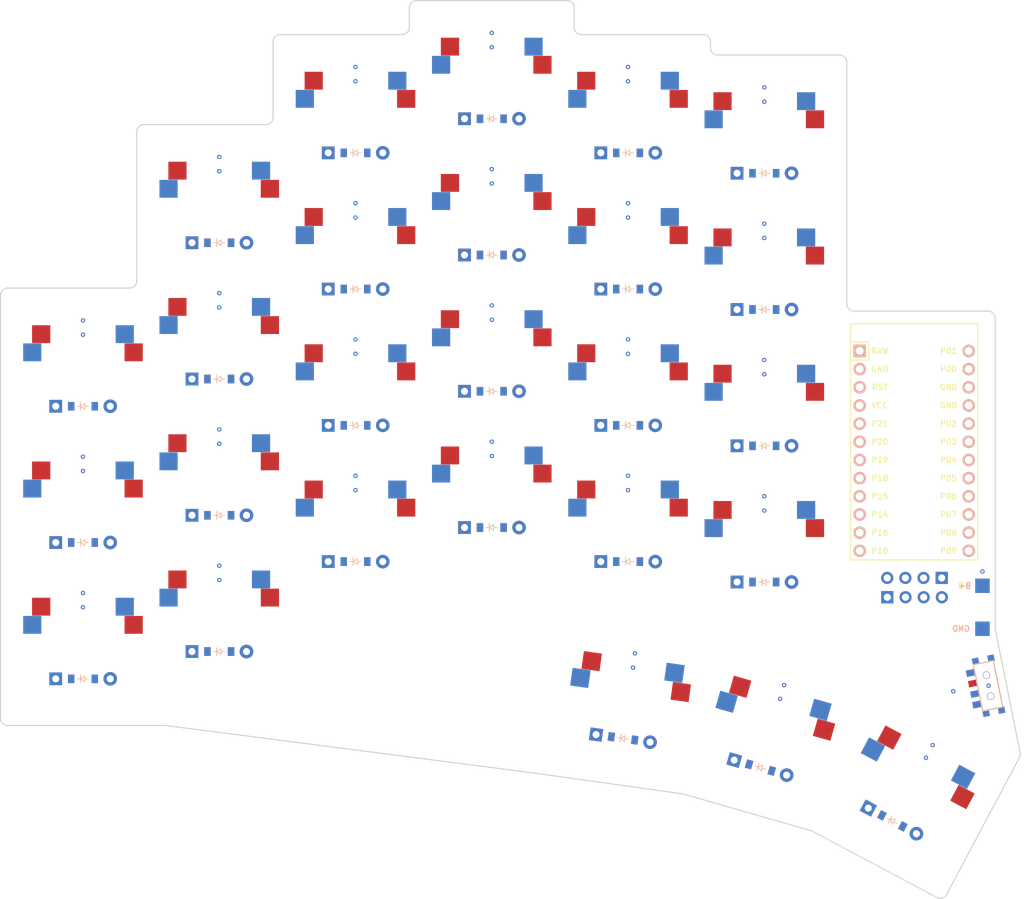
<source format=kicad_pcb>

            
(kicad_pcb (version 20171130) (host pcbnew 5.1.6)

  (page A3)
  (title_block
    (title splitty_boy)
    (rev v1.0.0)
    (company Unknown)
  )

  (general
    (thickness 1.6)
  )

  (layers
    (0 F.Cu signal)
    (31 B.Cu signal)
    (32 B.Adhes user)
    (33 F.Adhes user)
    (34 B.Paste user)
    (35 F.Paste user)
    (36 B.SilkS user)
    (37 F.SilkS user)
    (38 B.Mask user)
    (39 F.Mask user)
    (40 Dwgs.User user)
    (41 Cmts.User user)
    (42 Eco1.User user)
    (43 Eco2.User user)
    (44 Edge.Cuts user)
    (45 Margin user)
    (46 B.CrtYd user)
    (47 F.CrtYd user)
    (48 B.Fab user)
    (49 F.Fab user)
  )

  (setup
    (last_trace_width 0.25)
    (trace_clearance 0.2)
    (zone_clearance 0.508)
    (zone_45_only no)
    (trace_min 0.2)
    (via_size 0.8)
    (via_drill 0.4)
    (via_min_size 0.4)
    (via_min_drill 0.3)
    (uvia_size 0.3)
    (uvia_drill 0.1)
    (uvias_allowed no)
    (uvia_min_size 0.2)
    (uvia_min_drill 0.1)
    (edge_width 0.05)
    (segment_width 0.2)
    (pcb_text_width 0.3)
    (pcb_text_size 1.5 1.5)
    (mod_edge_width 0.12)
    (mod_text_size 1 1)
    (mod_text_width 0.15)
    (pad_size 1.524 1.524)
    (pad_drill 0.762)
    (pad_to_mask_clearance 0.05)
    (aux_axis_origin 0 0)
    (visible_elements FFFFFF7F)
    (pcbplotparams
      (layerselection 0x010fc_ffffffff)
      (usegerberextensions false)
      (usegerberattributes true)
      (usegerberadvancedattributes true)
      (creategerberjobfile true)
      (excludeedgelayer true)
      (linewidth 0.100000)
      (plotframeref false)
      (viasonmask false)
      (mode 1)
      (useauxorigin false)
      (hpglpennumber 1)
      (hpglpenspeed 20)
      (hpglpendiameter 15.000000)
      (psnegative false)
      (psa4output false)
      (plotreference true)
      (plotvalue true)
      (plotinvisibletext false)
      (padsonsilk false)
      (subtractmaskfromsilk false)
      (outputformat 1)
      (mirror false)
      (drillshape 1)
      (scaleselection 1)
      (outputdirectory ""))
  )

            (net 0 "")
(net 1 "P4")
(net 2 "shifty_bottom")
(net 3 "shifty_home")
(net 4 "shifty_top")
(net 5 "P5")
(net 6 "pinky_bottom")
(net 7 "pinky_home")
(net 8 "pinky_top")
(net 9 "pinky_numbers")
(net 10 "P6")
(net 11 "ring_bottom")
(net 12 "ring_home")
(net 13 "ring_top")
(net 14 "ring_numbers")
(net 15 "P7")
(net 16 "middle_bottom")
(net 17 "middle_home")
(net 18 "middle_top")
(net 19 "middle_numbers")
(net 20 "P8")
(net 21 "index_bottom")
(net 22 "index_home")
(net 23 "index_top")
(net 24 "index_numbers")
(net 25 "P9")
(net 26 "inner_bottom")
(net 27 "inner_home")
(net 28 "inner_top")
(net 29 "inner_numbers")
(net 30 "inny_fan")
(net 31 "tucky_fan")
(net 32 "reachy_fan")
(net 33 "P18")
(net 34 "P19")
(net 35 "P20")
(net 36 "P21")
(net 37 "P16")
(net 38 "RAW")
(net 39 "B+")
(net 40 "GND")
(net 41 "VCC")
(net 42 "P2")
(net 43 "P3")
(net 44 "RST")
(net 45 "P15")
(net 46 "P14")
(net 47 "P10")
(net 48 "P1")
(net 49 "P0")
            
  (net_class Default "This is the default net class."
    (clearance 0.2)
    (trace_width 0.25)
    (via_dia 0.8)
    (via_drill 0.4)
    (uvia_dia 0.3)
    (uvia_drill 0.1)
    (add_net "")
(add_net "P4")
(add_net "shifty_bottom")
(add_net "shifty_home")
(add_net "shifty_top")
(add_net "P5")
(add_net "pinky_bottom")
(add_net "pinky_home")
(add_net "pinky_top")
(add_net "pinky_numbers")
(add_net "P6")
(add_net "ring_bottom")
(add_net "ring_home")
(add_net "ring_top")
(add_net "ring_numbers")
(add_net "P7")
(add_net "middle_bottom")
(add_net "middle_home")
(add_net "middle_top")
(add_net "middle_numbers")
(add_net "P8")
(add_net "index_bottom")
(add_net "index_home")
(add_net "index_top")
(add_net "index_numbers")
(add_net "P9")
(add_net "inner_bottom")
(add_net "inner_home")
(add_net "inner_top")
(add_net "inner_numbers")
(add_net "inny_fan")
(add_net "tucky_fan")
(add_net "reachy_fan")
(add_net "P18")
(add_net "P19")
(add_net "P20")
(add_net "P21")
(add_net "P16")
(add_net "RAW")
(add_net "B+")
(add_net "GND")
(add_net "VCC")
(add_net "P2")
(add_net "P3")
(add_net "RST")
(add_net "P15")
(add_net "P14")
(add_net "P10")
(add_net "P1")
(add_net "P0")
  )

            
        
      (module MX (layer F.Cu) (tedit 5DD4F656)
      (at 0 0 0)

      
      (fp_text reference "S1" (at 0 0) (layer F.SilkS) hide (effects (font (size 1.27 1.27) (thickness 0.15))))
      (fp_text value "" (at 0 0) (layer F.SilkS) hide (effects (font (size 1.27 1.27) (thickness 0.15))))

      
      (fp_line (start -7 -6) (end -7 -7) (layer Dwgs.User) (width 0.15))
      (fp_line (start -7 7) (end -6 7) (layer Dwgs.User) (width 0.15))
      (fp_line (start -6 -7) (end -7 -7) (layer Dwgs.User) (width 0.15))
      (fp_line (start -7 7) (end -7 6) (layer Dwgs.User) (width 0.15))
      (fp_line (start 7 6) (end 7 7) (layer Dwgs.User) (width 0.15))
      (fp_line (start 7 -7) (end 6 -7) (layer Dwgs.User) (width 0.15))
      (fp_line (start 6 7) (end 7 7) (layer Dwgs.User) (width 0.15))
      (fp_line (start 7 -7) (end 7 -6) (layer Dwgs.User) (width 0.15))
    
      
      (pad "" np_thru_hole circle (at 0 0) (size 3.9878 3.9878) (drill 3.9878) (layers *.Cu *.Mask))

      
      (pad "" np_thru_hole circle (at 5.08 0) (size 1.7018 1.7018) (drill 1.7018) (layers *.Cu *.Mask))
      (pad "" np_thru_hole circle (at -5.08 0) (size 1.7018 1.7018) (drill 1.7018) (layers *.Cu *.Mask))
      
        
      
      (fp_line (start -9.5 -9.5) (end 9.5 -9.5) (layer Dwgs.User) (width 0.15))
      (fp_line (start 9.5 -9.5) (end 9.5 9.5) (layer Dwgs.User) (width 0.15))
      (fp_line (start 9.5 9.5) (end -9.5 9.5) (layer Dwgs.User) (width 0.15))
      (fp_line (start -9.5 9.5) (end -9.5 -9.5) (layer Dwgs.User) (width 0.15))
      
        
        
        (pad "" np_thru_hole circle (at 2.54 -5.08) (size 3 3) (drill 3) (layers *.Cu *.Mask))
        (pad "" np_thru_hole circle (at -3.81 -2.54) (size 3 3) (drill 3) (layers *.Cu *.Mask))
        
        
        (pad 1 smd rect (at -7.085 -2.54 0) (size 2.55 2.5) (layers B.Cu B.Paste B.Mask) (net 1 "P4"))
        (pad 2 smd rect (at 5.842 -5.08 0) (size 2.55 2.5) (layers B.Cu B.Paste B.Mask) (net 2 "shifty_bottom"))
        
        
        
        (pad "" np_thru_hole circle (at -2.54 -5.08) (size 3 3) (drill 3) (layers *.Cu *.Mask))
        (pad "" np_thru_hole circle (at 3.81 -2.54) (size 3 3) (drill 3) (layers *.Cu *.Mask))
        
        
        (pad 1 smd rect (at 7.085 -2.54 0) (size 2.55 2.5) (layers F.Cu F.Paste F.Mask) (net 1 "P4"))
        (pad 2 smd rect (at -5.842 -5.08 0) (size 2.55 2.5) (layers F.Cu F.Paste F.Mask) (net 2 "shifty_bottom"))
        )
        

        
      (module MX (layer F.Cu) (tedit 5DD4F656)
      (at 0 -19.05 0)

      
      (fp_text reference "S2" (at 0 0) (layer F.SilkS) hide (effects (font (size 1.27 1.27) (thickness 0.15))))
      (fp_text value "" (at 0 0) (layer F.SilkS) hide (effects (font (size 1.27 1.27) (thickness 0.15))))

      
      (fp_line (start -7 -6) (end -7 -7) (layer Dwgs.User) (width 0.15))
      (fp_line (start -7 7) (end -6 7) (layer Dwgs.User) (width 0.15))
      (fp_line (start -6 -7) (end -7 -7) (layer Dwgs.User) (width 0.15))
      (fp_line (start -7 7) (end -7 6) (layer Dwgs.User) (width 0.15))
      (fp_line (start 7 6) (end 7 7) (layer Dwgs.User) (width 0.15))
      (fp_line (start 7 -7) (end 6 -7) (layer Dwgs.User) (width 0.15))
      (fp_line (start 6 7) (end 7 7) (layer Dwgs.User) (width 0.15))
      (fp_line (start 7 -7) (end 7 -6) (layer Dwgs.User) (width 0.15))
    
      
      (pad "" np_thru_hole circle (at 0 0) (size 3.9878 3.9878) (drill 3.9878) (layers *.Cu *.Mask))

      
      (pad "" np_thru_hole circle (at 5.08 0) (size 1.7018 1.7018) (drill 1.7018) (layers *.Cu *.Mask))
      (pad "" np_thru_hole circle (at -5.08 0) (size 1.7018 1.7018) (drill 1.7018) (layers *.Cu *.Mask))
      
        
      
      (fp_line (start -9.5 -9.5) (end 9.5 -9.5) (layer Dwgs.User) (width 0.15))
      (fp_line (start 9.5 -9.5) (end 9.5 9.5) (layer Dwgs.User) (width 0.15))
      (fp_line (start 9.5 9.5) (end -9.5 9.5) (layer Dwgs.User) (width 0.15))
      (fp_line (start -9.5 9.5) (end -9.5 -9.5) (layer Dwgs.User) (width 0.15))
      
        
        
        (pad "" np_thru_hole circle (at 2.54 -5.08) (size 3 3) (drill 3) (layers *.Cu *.Mask))
        (pad "" np_thru_hole circle (at -3.81 -2.54) (size 3 3) (drill 3) (layers *.Cu *.Mask))
        
        
        (pad 1 smd rect (at -7.085 -2.54 0) (size 2.55 2.5) (layers B.Cu B.Paste B.Mask) (net 1 "P4"))
        (pad 2 smd rect (at 5.842 -5.08 0) (size 2.55 2.5) (layers B.Cu B.Paste B.Mask) (net 3 "shifty_home"))
        
        
        
        (pad "" np_thru_hole circle (at -2.54 -5.08) (size 3 3) (drill 3) (layers *.Cu *.Mask))
        (pad "" np_thru_hole circle (at 3.81 -2.54) (size 3 3) (drill 3) (layers *.Cu *.Mask))
        
        
        (pad 1 smd rect (at 7.085 -2.54 0) (size 2.55 2.5) (layers F.Cu F.Paste F.Mask) (net 1 "P4"))
        (pad 2 smd rect (at -5.842 -5.08 0) (size 2.55 2.5) (layers F.Cu F.Paste F.Mask) (net 3 "shifty_home"))
        )
        

        
      (module MX (layer F.Cu) (tedit 5DD4F656)
      (at 0 -38.1 0)

      
      (fp_text reference "S3" (at 0 0) (layer F.SilkS) hide (effects (font (size 1.27 1.27) (thickness 0.15))))
      (fp_text value "" (at 0 0) (layer F.SilkS) hide (effects (font (size 1.27 1.27) (thickness 0.15))))

      
      (fp_line (start -7 -6) (end -7 -7) (layer Dwgs.User) (width 0.15))
      (fp_line (start -7 7) (end -6 7) (layer Dwgs.User) (width 0.15))
      (fp_line (start -6 -7) (end -7 -7) (layer Dwgs.User) (width 0.15))
      (fp_line (start -7 7) (end -7 6) (layer Dwgs.User) (width 0.15))
      (fp_line (start 7 6) (end 7 7) (layer Dwgs.User) (width 0.15))
      (fp_line (start 7 -7) (end 6 -7) (layer Dwgs.User) (width 0.15))
      (fp_line (start 6 7) (end 7 7) (layer Dwgs.User) (width 0.15))
      (fp_line (start 7 -7) (end 7 -6) (layer Dwgs.User) (width 0.15))
    
      
      (pad "" np_thru_hole circle (at 0 0) (size 3.9878 3.9878) (drill 3.9878) (layers *.Cu *.Mask))

      
      (pad "" np_thru_hole circle (at 5.08 0) (size 1.7018 1.7018) (drill 1.7018) (layers *.Cu *.Mask))
      (pad "" np_thru_hole circle (at -5.08 0) (size 1.7018 1.7018) (drill 1.7018) (layers *.Cu *.Mask))
      
        
      
      (fp_line (start -9.5 -9.5) (end 9.5 -9.5) (layer Dwgs.User) (width 0.15))
      (fp_line (start 9.5 -9.5) (end 9.5 9.5) (layer Dwgs.User) (width 0.15))
      (fp_line (start 9.5 9.5) (end -9.5 9.5) (layer Dwgs.User) (width 0.15))
      (fp_line (start -9.5 9.5) (end -9.5 -9.5) (layer Dwgs.User) (width 0.15))
      
        
        
        (pad "" np_thru_hole circle (at 2.54 -5.08) (size 3 3) (drill 3) (layers *.Cu *.Mask))
        (pad "" np_thru_hole circle (at -3.81 -2.54) (size 3 3) (drill 3) (layers *.Cu *.Mask))
        
        
        (pad 1 smd rect (at -7.085 -2.54 0) (size 2.55 2.5) (layers B.Cu B.Paste B.Mask) (net 1 "P4"))
        (pad 2 smd rect (at 5.842 -5.08 0) (size 2.55 2.5) (layers B.Cu B.Paste B.Mask) (net 4 "shifty_top"))
        
        
        
        (pad "" np_thru_hole circle (at -2.54 -5.08) (size 3 3) (drill 3) (layers *.Cu *.Mask))
        (pad "" np_thru_hole circle (at 3.81 -2.54) (size 3 3) (drill 3) (layers *.Cu *.Mask))
        
        
        (pad 1 smd rect (at 7.085 -2.54 0) (size 2.55 2.5) (layers F.Cu F.Paste F.Mask) (net 1 "P4"))
        (pad 2 smd rect (at -5.842 -5.08 0) (size 2.55 2.5) (layers F.Cu F.Paste F.Mask) (net 4 "shifty_top"))
        )
        

        
      (module MX (layer F.Cu) (tedit 5DD4F656)
      (at 19.05 -3.81 0)

      
      (fp_text reference "S4" (at 0 0) (layer F.SilkS) hide (effects (font (size 1.27 1.27) (thickness 0.15))))
      (fp_text value "" (at 0 0) (layer F.SilkS) hide (effects (font (size 1.27 1.27) (thickness 0.15))))

      
      (fp_line (start -7 -6) (end -7 -7) (layer Dwgs.User) (width 0.15))
      (fp_line (start -7 7) (end -6 7) (layer Dwgs.User) (width 0.15))
      (fp_line (start -6 -7) (end -7 -7) (layer Dwgs.User) (width 0.15))
      (fp_line (start -7 7) (end -7 6) (layer Dwgs.User) (width 0.15))
      (fp_line (start 7 6) (end 7 7) (layer Dwgs.User) (width 0.15))
      (fp_line (start 7 -7) (end 6 -7) (layer Dwgs.User) (width 0.15))
      (fp_line (start 6 7) (end 7 7) (layer Dwgs.User) (width 0.15))
      (fp_line (start 7 -7) (end 7 -6) (layer Dwgs.User) (width 0.15))
    
      
      (pad "" np_thru_hole circle (at 0 0) (size 3.9878 3.9878) (drill 3.9878) (layers *.Cu *.Mask))

      
      (pad "" np_thru_hole circle (at 5.08 0) (size 1.7018 1.7018) (drill 1.7018) (layers *.Cu *.Mask))
      (pad "" np_thru_hole circle (at -5.08 0) (size 1.7018 1.7018) (drill 1.7018) (layers *.Cu *.Mask))
      
        
      
      (fp_line (start -9.5 -9.5) (end 9.5 -9.5) (layer Dwgs.User) (width 0.15))
      (fp_line (start 9.5 -9.5) (end 9.5 9.5) (layer Dwgs.User) (width 0.15))
      (fp_line (start 9.5 9.5) (end -9.5 9.5) (layer Dwgs.User) (width 0.15))
      (fp_line (start -9.5 9.5) (end -9.5 -9.5) (layer Dwgs.User) (width 0.15))
      
        
        
        (pad "" np_thru_hole circle (at 2.54 -5.08) (size 3 3) (drill 3) (layers *.Cu *.Mask))
        (pad "" np_thru_hole circle (at -3.81 -2.54) (size 3 3) (drill 3) (layers *.Cu *.Mask))
        
        
        (pad 1 smd rect (at -7.085 -2.54 0) (size 2.55 2.5) (layers B.Cu B.Paste B.Mask) (net 5 "P5"))
        (pad 2 smd rect (at 5.842 -5.08 0) (size 2.55 2.5) (layers B.Cu B.Paste B.Mask) (net 6 "pinky_bottom"))
        
        
        
        (pad "" np_thru_hole circle (at -2.54 -5.08) (size 3 3) (drill 3) (layers *.Cu *.Mask))
        (pad "" np_thru_hole circle (at 3.81 -2.54) (size 3 3) (drill 3) (layers *.Cu *.Mask))
        
        
        (pad 1 smd rect (at 7.085 -2.54 0) (size 2.55 2.5) (layers F.Cu F.Paste F.Mask) (net 5 "P5"))
        (pad 2 smd rect (at -5.842 -5.08 0) (size 2.55 2.5) (layers F.Cu F.Paste F.Mask) (net 6 "pinky_bottom"))
        )
        

        
      (module MX (layer F.Cu) (tedit 5DD4F656)
      (at 19.05 -22.86 0)

      
      (fp_text reference "S5" (at 0 0) (layer F.SilkS) hide (effects (font (size 1.27 1.27) (thickness 0.15))))
      (fp_text value "" (at 0 0) (layer F.SilkS) hide (effects (font (size 1.27 1.27) (thickness 0.15))))

      
      (fp_line (start -7 -6) (end -7 -7) (layer Dwgs.User) (width 0.15))
      (fp_line (start -7 7) (end -6 7) (layer Dwgs.User) (width 0.15))
      (fp_line (start -6 -7) (end -7 -7) (layer Dwgs.User) (width 0.15))
      (fp_line (start -7 7) (end -7 6) (layer Dwgs.User) (width 0.15))
      (fp_line (start 7 6) (end 7 7) (layer Dwgs.User) (width 0.15))
      (fp_line (start 7 -7) (end 6 -7) (layer Dwgs.User) (width 0.15))
      (fp_line (start 6 7) (end 7 7) (layer Dwgs.User) (width 0.15))
      (fp_line (start 7 -7) (end 7 -6) (layer Dwgs.User) (width 0.15))
    
      
      (pad "" np_thru_hole circle (at 0 0) (size 3.9878 3.9878) (drill 3.9878) (layers *.Cu *.Mask))

      
      (pad "" np_thru_hole circle (at 5.08 0) (size 1.7018 1.7018) (drill 1.7018) (layers *.Cu *.Mask))
      (pad "" np_thru_hole circle (at -5.08 0) (size 1.7018 1.7018) (drill 1.7018) (layers *.Cu *.Mask))
      
        
      
      (fp_line (start -9.5 -9.5) (end 9.5 -9.5) (layer Dwgs.User) (width 0.15))
      (fp_line (start 9.5 -9.5) (end 9.5 9.5) (layer Dwgs.User) (width 0.15))
      (fp_line (start 9.5 9.5) (end -9.5 9.5) (layer Dwgs.User) (width 0.15))
      (fp_line (start -9.5 9.5) (end -9.5 -9.5) (layer Dwgs.User) (width 0.15))
      
        
        
        (pad "" np_thru_hole circle (at 2.54 -5.08) (size 3 3) (drill 3) (layers *.Cu *.Mask))
        (pad "" np_thru_hole circle (at -3.81 -2.54) (size 3 3) (drill 3) (layers *.Cu *.Mask))
        
        
        (pad 1 smd rect (at -7.085 -2.54 0) (size 2.55 2.5) (layers B.Cu B.Paste B.Mask) (net 5 "P5"))
        (pad 2 smd rect (at 5.842 -5.08 0) (size 2.55 2.5) (layers B.Cu B.Paste B.Mask) (net 7 "pinky_home"))
        
        
        
        (pad "" np_thru_hole circle (at -2.54 -5.08) (size 3 3) (drill 3) (layers *.Cu *.Mask))
        (pad "" np_thru_hole circle (at 3.81 -2.54) (size 3 3) (drill 3) (layers *.Cu *.Mask))
        
        
        (pad 1 smd rect (at 7.085 -2.54 0) (size 2.55 2.5) (layers F.Cu F.Paste F.Mask) (net 5 "P5"))
        (pad 2 smd rect (at -5.842 -5.08 0) (size 2.55 2.5) (layers F.Cu F.Paste F.Mask) (net 7 "pinky_home"))
        )
        

        
      (module MX (layer F.Cu) (tedit 5DD4F656)
      (at 19.05 -41.91 0)

      
      (fp_text reference "S6" (at 0 0) (layer F.SilkS) hide (effects (font (size 1.27 1.27) (thickness 0.15))))
      (fp_text value "" (at 0 0) (layer F.SilkS) hide (effects (font (size 1.27 1.27) (thickness 0.15))))

      
      (fp_line (start -7 -6) (end -7 -7) (layer Dwgs.User) (width 0.15))
      (fp_line (start -7 7) (end -6 7) (layer Dwgs.User) (width 0.15))
      (fp_line (start -6 -7) (end -7 -7) (layer Dwgs.User) (width 0.15))
      (fp_line (start -7 7) (end -7 6) (layer Dwgs.User) (width 0.15))
      (fp_line (start 7 6) (end 7 7) (layer Dwgs.User) (width 0.15))
      (fp_line (start 7 -7) (end 6 -7) (layer Dwgs.User) (width 0.15))
      (fp_line (start 6 7) (end 7 7) (layer Dwgs.User) (width 0.15))
      (fp_line (start 7 -7) (end 7 -6) (layer Dwgs.User) (width 0.15))
    
      
      (pad "" np_thru_hole circle (at 0 0) (size 3.9878 3.9878) (drill 3.9878) (layers *.Cu *.Mask))

      
      (pad "" np_thru_hole circle (at 5.08 0) (size 1.7018 1.7018) (drill 1.7018) (layers *.Cu *.Mask))
      (pad "" np_thru_hole circle (at -5.08 0) (size 1.7018 1.7018) (drill 1.7018) (layers *.Cu *.Mask))
      
        
      
      (fp_line (start -9.5 -9.5) (end 9.5 -9.5) (layer Dwgs.User) (width 0.15))
      (fp_line (start 9.5 -9.5) (end 9.5 9.5) (layer Dwgs.User) (width 0.15))
      (fp_line (start 9.5 9.5) (end -9.5 9.5) (layer Dwgs.User) (width 0.15))
      (fp_line (start -9.5 9.5) (end -9.5 -9.5) (layer Dwgs.User) (width 0.15))
      
        
        
        (pad "" np_thru_hole circle (at 2.54 -5.08) (size 3 3) (drill 3) (layers *.Cu *.Mask))
        (pad "" np_thru_hole circle (at -3.81 -2.54) (size 3 3) (drill 3) (layers *.Cu *.Mask))
        
        
        (pad 1 smd rect (at -7.085 -2.54 0) (size 2.55 2.5) (layers B.Cu B.Paste B.Mask) (net 5 "P5"))
        (pad 2 smd rect (at 5.842 -5.08 0) (size 2.55 2.5) (layers B.Cu B.Paste B.Mask) (net 8 "pinky_top"))
        
        
        
        (pad "" np_thru_hole circle (at -2.54 -5.08) (size 3 3) (drill 3) (layers *.Cu *.Mask))
        (pad "" np_thru_hole circle (at 3.81 -2.54) (size 3 3) (drill 3) (layers *.Cu *.Mask))
        
        
        (pad 1 smd rect (at 7.085 -2.54 0) (size 2.55 2.5) (layers F.Cu F.Paste F.Mask) (net 5 "P5"))
        (pad 2 smd rect (at -5.842 -5.08 0) (size 2.55 2.5) (layers F.Cu F.Paste F.Mask) (net 8 "pinky_top"))
        )
        

        
      (module MX (layer F.Cu) (tedit 5DD4F656)
      (at 19.05 -60.959999999999994 0)

      
      (fp_text reference "S7" (at 0 0) (layer F.SilkS) hide (effects (font (size 1.27 1.27) (thickness 0.15))))
      (fp_text value "" (at 0 0) (layer F.SilkS) hide (effects (font (size 1.27 1.27) (thickness 0.15))))

      
      (fp_line (start -7 -6) (end -7 -7) (layer Dwgs.User) (width 0.15))
      (fp_line (start -7 7) (end -6 7) (layer Dwgs.User) (width 0.15))
      (fp_line (start -6 -7) (end -7 -7) (layer Dwgs.User) (width 0.15))
      (fp_line (start -7 7) (end -7 6) (layer Dwgs.User) (width 0.15))
      (fp_line (start 7 6) (end 7 7) (layer Dwgs.User) (width 0.15))
      (fp_line (start 7 -7) (end 6 -7) (layer Dwgs.User) (width 0.15))
      (fp_line (start 6 7) (end 7 7) (layer Dwgs.User) (width 0.15))
      (fp_line (start 7 -7) (end 7 -6) (layer Dwgs.User) (width 0.15))
    
      
      (pad "" np_thru_hole circle (at 0 0) (size 3.9878 3.9878) (drill 3.9878) (layers *.Cu *.Mask))

      
      (pad "" np_thru_hole circle (at 5.08 0) (size 1.7018 1.7018) (drill 1.7018) (layers *.Cu *.Mask))
      (pad "" np_thru_hole circle (at -5.08 0) (size 1.7018 1.7018) (drill 1.7018) (layers *.Cu *.Mask))
      
        
      
      (fp_line (start -9.5 -9.5) (end 9.5 -9.5) (layer Dwgs.User) (width 0.15))
      (fp_line (start 9.5 -9.5) (end 9.5 9.5) (layer Dwgs.User) (width 0.15))
      (fp_line (start 9.5 9.5) (end -9.5 9.5) (layer Dwgs.User) (width 0.15))
      (fp_line (start -9.5 9.5) (end -9.5 -9.5) (layer Dwgs.User) (width 0.15))
      
        
        
        (pad "" np_thru_hole circle (at 2.54 -5.08) (size 3 3) (drill 3) (layers *.Cu *.Mask))
        (pad "" np_thru_hole circle (at -3.81 -2.54) (size 3 3) (drill 3) (layers *.Cu *.Mask))
        
        
        (pad 1 smd rect (at -7.085 -2.54 0) (size 2.55 2.5) (layers B.Cu B.Paste B.Mask) (net 5 "P5"))
        (pad 2 smd rect (at 5.842 -5.08 0) (size 2.55 2.5) (layers B.Cu B.Paste B.Mask) (net 9 "pinky_numbers"))
        
        
        
        (pad "" np_thru_hole circle (at -2.54 -5.08) (size 3 3) (drill 3) (layers *.Cu *.Mask))
        (pad "" np_thru_hole circle (at 3.81 -2.54) (size 3 3) (drill 3) (layers *.Cu *.Mask))
        
        
        (pad 1 smd rect (at 7.085 -2.54 0) (size 2.55 2.5) (layers F.Cu F.Paste F.Mask) (net 5 "P5"))
        (pad 2 smd rect (at -5.842 -5.08 0) (size 2.55 2.5) (layers F.Cu F.Paste F.Mask) (net 9 "pinky_numbers"))
        )
        

        
      (module MX (layer F.Cu) (tedit 5DD4F656)
      (at 38.1 -16.383 0)

      
      (fp_text reference "S8" (at 0 0) (layer F.SilkS) hide (effects (font (size 1.27 1.27) (thickness 0.15))))
      (fp_text value "" (at 0 0) (layer F.SilkS) hide (effects (font (size 1.27 1.27) (thickness 0.15))))

      
      (fp_line (start -7 -6) (end -7 -7) (layer Dwgs.User) (width 0.15))
      (fp_line (start -7 7) (end -6 7) (layer Dwgs.User) (width 0.15))
      (fp_line (start -6 -7) (end -7 -7) (layer Dwgs.User) (width 0.15))
      (fp_line (start -7 7) (end -7 6) (layer Dwgs.User) (width 0.15))
      (fp_line (start 7 6) (end 7 7) (layer Dwgs.User) (width 0.15))
      (fp_line (start 7 -7) (end 6 -7) (layer Dwgs.User) (width 0.15))
      (fp_line (start 6 7) (end 7 7) (layer Dwgs.User) (width 0.15))
      (fp_line (start 7 -7) (end 7 -6) (layer Dwgs.User) (width 0.15))
    
      
      (pad "" np_thru_hole circle (at 0 0) (size 3.9878 3.9878) (drill 3.9878) (layers *.Cu *.Mask))

      
      (pad "" np_thru_hole circle (at 5.08 0) (size 1.7018 1.7018) (drill 1.7018) (layers *.Cu *.Mask))
      (pad "" np_thru_hole circle (at -5.08 0) (size 1.7018 1.7018) (drill 1.7018) (layers *.Cu *.Mask))
      
        
      
      (fp_line (start -9.5 -9.5) (end 9.5 -9.5) (layer Dwgs.User) (width 0.15))
      (fp_line (start 9.5 -9.5) (end 9.5 9.5) (layer Dwgs.User) (width 0.15))
      (fp_line (start 9.5 9.5) (end -9.5 9.5) (layer Dwgs.User) (width 0.15))
      (fp_line (start -9.5 9.5) (end -9.5 -9.5) (layer Dwgs.User) (width 0.15))
      
        
        
        (pad "" np_thru_hole circle (at 2.54 -5.08) (size 3 3) (drill 3) (layers *.Cu *.Mask))
        (pad "" np_thru_hole circle (at -3.81 -2.54) (size 3 3) (drill 3) (layers *.Cu *.Mask))
        
        
        (pad 1 smd rect (at -7.085 -2.54 0) (size 2.55 2.5) (layers B.Cu B.Paste B.Mask) (net 10 "P6"))
        (pad 2 smd rect (at 5.842 -5.08 0) (size 2.55 2.5) (layers B.Cu B.Paste B.Mask) (net 11 "ring_bottom"))
        
        
        
        (pad "" np_thru_hole circle (at -2.54 -5.08) (size 3 3) (drill 3) (layers *.Cu *.Mask))
        (pad "" np_thru_hole circle (at 3.81 -2.54) (size 3 3) (drill 3) (layers *.Cu *.Mask))
        
        
        (pad 1 smd rect (at 7.085 -2.54 0) (size 2.55 2.5) (layers F.Cu F.Paste F.Mask) (net 10 "P6"))
        (pad 2 smd rect (at -5.842 -5.08 0) (size 2.55 2.5) (layers F.Cu F.Paste F.Mask) (net 11 "ring_bottom"))
        )
        

        
      (module MX (layer F.Cu) (tedit 5DD4F656)
      (at 38.1 -35.433 0)

      
      (fp_text reference "S9" (at 0 0) (layer F.SilkS) hide (effects (font (size 1.27 1.27) (thickness 0.15))))
      (fp_text value "" (at 0 0) (layer F.SilkS) hide (effects (font (size 1.27 1.27) (thickness 0.15))))

      
      (fp_line (start -7 -6) (end -7 -7) (layer Dwgs.User) (width 0.15))
      (fp_line (start -7 7) (end -6 7) (layer Dwgs.User) (width 0.15))
      (fp_line (start -6 -7) (end -7 -7) (layer Dwgs.User) (width 0.15))
      (fp_line (start -7 7) (end -7 6) (layer Dwgs.User) (width 0.15))
      (fp_line (start 7 6) (end 7 7) (layer Dwgs.User) (width 0.15))
      (fp_line (start 7 -7) (end 6 -7) (layer Dwgs.User) (width 0.15))
      (fp_line (start 6 7) (end 7 7) (layer Dwgs.User) (width 0.15))
      (fp_line (start 7 -7) (end 7 -6) (layer Dwgs.User) (width 0.15))
    
      
      (pad "" np_thru_hole circle (at 0 0) (size 3.9878 3.9878) (drill 3.9878) (layers *.Cu *.Mask))

      
      (pad "" np_thru_hole circle (at 5.08 0) (size 1.7018 1.7018) (drill 1.7018) (layers *.Cu *.Mask))
      (pad "" np_thru_hole circle (at -5.08 0) (size 1.7018 1.7018) (drill 1.7018) (layers *.Cu *.Mask))
      
        
      
      (fp_line (start -9.5 -9.5) (end 9.5 -9.5) (layer Dwgs.User) (width 0.15))
      (fp_line (start 9.5 -9.5) (end 9.5 9.5) (layer Dwgs.User) (width 0.15))
      (fp_line (start 9.5 9.5) (end -9.5 9.5) (layer Dwgs.User) (width 0.15))
      (fp_line (start -9.5 9.5) (end -9.5 -9.5) (layer Dwgs.User) (width 0.15))
      
        
        
        (pad "" np_thru_hole circle (at 2.54 -5.08) (size 3 3) (drill 3) (layers *.Cu *.Mask))
        (pad "" np_thru_hole circle (at -3.81 -2.54) (size 3 3) (drill 3) (layers *.Cu *.Mask))
        
        
        (pad 1 smd rect (at -7.085 -2.54 0) (size 2.55 2.5) (layers B.Cu B.Paste B.Mask) (net 10 "P6"))
        (pad 2 smd rect (at 5.842 -5.08 0) (size 2.55 2.5) (layers B.Cu B.Paste B.Mask) (net 12 "ring_home"))
        
        
        
        (pad "" np_thru_hole circle (at -2.54 -5.08) (size 3 3) (drill 3) (layers *.Cu *.Mask))
        (pad "" np_thru_hole circle (at 3.81 -2.54) (size 3 3) (drill 3) (layers *.Cu *.Mask))
        
        
        (pad 1 smd rect (at 7.085 -2.54 0) (size 2.55 2.5) (layers F.Cu F.Paste F.Mask) (net 10 "P6"))
        (pad 2 smd rect (at -5.842 -5.08 0) (size 2.55 2.5) (layers F.Cu F.Paste F.Mask) (net 12 "ring_home"))
        )
        

        
      (module MX (layer F.Cu) (tedit 5DD4F656)
      (at 38.1 -54.483000000000004 0)

      
      (fp_text reference "S10" (at 0 0) (layer F.SilkS) hide (effects (font (size 1.27 1.27) (thickness 0.15))))
      (fp_text value "" (at 0 0) (layer F.SilkS) hide (effects (font (size 1.27 1.27) (thickness 0.15))))

      
      (fp_line (start -7 -6) (end -7 -7) (layer Dwgs.User) (width 0.15))
      (fp_line (start -7 7) (end -6 7) (layer Dwgs.User) (width 0.15))
      (fp_line (start -6 -7) (end -7 -7) (layer Dwgs.User) (width 0.15))
      (fp_line (start -7 7) (end -7 6) (layer Dwgs.User) (width 0.15))
      (fp_line (start 7 6) (end 7 7) (layer Dwgs.User) (width 0.15))
      (fp_line (start 7 -7) (end 6 -7) (layer Dwgs.User) (width 0.15))
      (fp_line (start 6 7) (end 7 7) (layer Dwgs.User) (width 0.15))
      (fp_line (start 7 -7) (end 7 -6) (layer Dwgs.User) (width 0.15))
    
      
      (pad "" np_thru_hole circle (at 0 0) (size 3.9878 3.9878) (drill 3.9878) (layers *.Cu *.Mask))

      
      (pad "" np_thru_hole circle (at 5.08 0) (size 1.7018 1.7018) (drill 1.7018) (layers *.Cu *.Mask))
      (pad "" np_thru_hole circle (at -5.08 0) (size 1.7018 1.7018) (drill 1.7018) (layers *.Cu *.Mask))
      
        
      
      (fp_line (start -9.5 -9.5) (end 9.5 -9.5) (layer Dwgs.User) (width 0.15))
      (fp_line (start 9.5 -9.5) (end 9.5 9.5) (layer Dwgs.User) (width 0.15))
      (fp_line (start 9.5 9.5) (end -9.5 9.5) (layer Dwgs.User) (width 0.15))
      (fp_line (start -9.5 9.5) (end -9.5 -9.5) (layer Dwgs.User) (width 0.15))
      
        
        
        (pad "" np_thru_hole circle (at 2.54 -5.08) (size 3 3) (drill 3) (layers *.Cu *.Mask))
        (pad "" np_thru_hole circle (at -3.81 -2.54) (size 3 3) (drill 3) (layers *.Cu *.Mask))
        
        
        (pad 1 smd rect (at -7.085 -2.54 0) (size 2.55 2.5) (layers B.Cu B.Paste B.Mask) (net 10 "P6"))
        (pad 2 smd rect (at 5.842 -5.08 0) (size 2.55 2.5) (layers B.Cu B.Paste B.Mask) (net 13 "ring_top"))
        
        
        
        (pad "" np_thru_hole circle (at -2.54 -5.08) (size 3 3) (drill 3) (layers *.Cu *.Mask))
        (pad "" np_thru_hole circle (at 3.81 -2.54) (size 3 3) (drill 3) (layers *.Cu *.Mask))
        
        
        (pad 1 smd rect (at 7.085 -2.54 0) (size 2.55 2.5) (layers F.Cu F.Paste F.Mask) (net 10 "P6"))
        (pad 2 smd rect (at -5.842 -5.08 0) (size 2.55 2.5) (layers F.Cu F.Paste F.Mask) (net 13 "ring_top"))
        )
        

        
      (module MX (layer F.Cu) (tedit 5DD4F656)
      (at 38.1 -73.533 0)

      
      (fp_text reference "S11" (at 0 0) (layer F.SilkS) hide (effects (font (size 1.27 1.27) (thickness 0.15))))
      (fp_text value "" (at 0 0) (layer F.SilkS) hide (effects (font (size 1.27 1.27) (thickness 0.15))))

      
      (fp_line (start -7 -6) (end -7 -7) (layer Dwgs.User) (width 0.15))
      (fp_line (start -7 7) (end -6 7) (layer Dwgs.User) (width 0.15))
      (fp_line (start -6 -7) (end -7 -7) (layer Dwgs.User) (width 0.15))
      (fp_line (start -7 7) (end -7 6) (layer Dwgs.User) (width 0.15))
      (fp_line (start 7 6) (end 7 7) (layer Dwgs.User) (width 0.15))
      (fp_line (start 7 -7) (end 6 -7) (layer Dwgs.User) (width 0.15))
      (fp_line (start 6 7) (end 7 7) (layer Dwgs.User) (width 0.15))
      (fp_line (start 7 -7) (end 7 -6) (layer Dwgs.User) (width 0.15))
    
      
      (pad "" np_thru_hole circle (at 0 0) (size 3.9878 3.9878) (drill 3.9878) (layers *.Cu *.Mask))

      
      (pad "" np_thru_hole circle (at 5.08 0) (size 1.7018 1.7018) (drill 1.7018) (layers *.Cu *.Mask))
      (pad "" np_thru_hole circle (at -5.08 0) (size 1.7018 1.7018) (drill 1.7018) (layers *.Cu *.Mask))
      
        
      
      (fp_line (start -9.5 -9.5) (end 9.5 -9.5) (layer Dwgs.User) (width 0.15))
      (fp_line (start 9.5 -9.5) (end 9.5 9.5) (layer Dwgs.User) (width 0.15))
      (fp_line (start 9.5 9.5) (end -9.5 9.5) (layer Dwgs.User) (width 0.15))
      (fp_line (start -9.5 9.5) (end -9.5 -9.5) (layer Dwgs.User) (width 0.15))
      
        
        
        (pad "" np_thru_hole circle (at 2.54 -5.08) (size 3 3) (drill 3) (layers *.Cu *.Mask))
        (pad "" np_thru_hole circle (at -3.81 -2.54) (size 3 3) (drill 3) (layers *.Cu *.Mask))
        
        
        (pad 1 smd rect (at -7.085 -2.54 0) (size 2.55 2.5) (layers B.Cu B.Paste B.Mask) (net 10 "P6"))
        (pad 2 smd rect (at 5.842 -5.08 0) (size 2.55 2.5) (layers B.Cu B.Paste B.Mask) (net 14 "ring_numbers"))
        
        
        
        (pad "" np_thru_hole circle (at -2.54 -5.08) (size 3 3) (drill 3) (layers *.Cu *.Mask))
        (pad "" np_thru_hole circle (at 3.81 -2.54) (size 3 3) (drill 3) (layers *.Cu *.Mask))
        
        
        (pad 1 smd rect (at 7.085 -2.54 0) (size 2.55 2.5) (layers F.Cu F.Paste F.Mask) (net 10 "P6"))
        (pad 2 smd rect (at -5.842 -5.08 0) (size 2.55 2.5) (layers F.Cu F.Paste F.Mask) (net 14 "ring_numbers"))
        )
        

        
      (module MX (layer F.Cu) (tedit 5DD4F656)
      (at 57.15 -21.1455 0)

      
      (fp_text reference "S12" (at 0 0) (layer F.SilkS) hide (effects (font (size 1.27 1.27) (thickness 0.15))))
      (fp_text value "" (at 0 0) (layer F.SilkS) hide (effects (font (size 1.27 1.27) (thickness 0.15))))

      
      (fp_line (start -7 -6) (end -7 -7) (layer Dwgs.User) (width 0.15))
      (fp_line (start -7 7) (end -6 7) (layer Dwgs.User) (width 0.15))
      (fp_line (start -6 -7) (end -7 -7) (layer Dwgs.User) (width 0.15))
      (fp_line (start -7 7) (end -7 6) (layer Dwgs.User) (width 0.15))
      (fp_line (start 7 6) (end 7 7) (layer Dwgs.User) (width 0.15))
      (fp_line (start 7 -7) (end 6 -7) (layer Dwgs.User) (width 0.15))
      (fp_line (start 6 7) (end 7 7) (layer Dwgs.User) (width 0.15))
      (fp_line (start 7 -7) (end 7 -6) (layer Dwgs.User) (width 0.15))
    
      
      (pad "" np_thru_hole circle (at 0 0) (size 3.9878 3.9878) (drill 3.9878) (layers *.Cu *.Mask))

      
      (pad "" np_thru_hole circle (at 5.08 0) (size 1.7018 1.7018) (drill 1.7018) (layers *.Cu *.Mask))
      (pad "" np_thru_hole circle (at -5.08 0) (size 1.7018 1.7018) (drill 1.7018) (layers *.Cu *.Mask))
      
        
      
      (fp_line (start -9.5 -9.5) (end 9.5 -9.5) (layer Dwgs.User) (width 0.15))
      (fp_line (start 9.5 -9.5) (end 9.5 9.5) (layer Dwgs.User) (width 0.15))
      (fp_line (start 9.5 9.5) (end -9.5 9.5) (layer Dwgs.User) (width 0.15))
      (fp_line (start -9.5 9.5) (end -9.5 -9.5) (layer Dwgs.User) (width 0.15))
      
        
        
        (pad "" np_thru_hole circle (at 2.54 -5.08) (size 3 3) (drill 3) (layers *.Cu *.Mask))
        (pad "" np_thru_hole circle (at -3.81 -2.54) (size 3 3) (drill 3) (layers *.Cu *.Mask))
        
        
        (pad 1 smd rect (at -7.085 -2.54 0) (size 2.55 2.5) (layers B.Cu B.Paste B.Mask) (net 15 "P7"))
        (pad 2 smd rect (at 5.842 -5.08 0) (size 2.55 2.5) (layers B.Cu B.Paste B.Mask) (net 16 "middle_bottom"))
        
        
        
        (pad "" np_thru_hole circle (at -2.54 -5.08) (size 3 3) (drill 3) (layers *.Cu *.Mask))
        (pad "" np_thru_hole circle (at 3.81 -2.54) (size 3 3) (drill 3) (layers *.Cu *.Mask))
        
        
        (pad 1 smd rect (at 7.085 -2.54 0) (size 2.55 2.5) (layers F.Cu F.Paste F.Mask) (net 15 "P7"))
        (pad 2 smd rect (at -5.842 -5.08 0) (size 2.55 2.5) (layers F.Cu F.Paste F.Mask) (net 16 "middle_bottom"))
        )
        

        
      (module MX (layer F.Cu) (tedit 5DD4F656)
      (at 57.15 -40.195499999999996 0)

      
      (fp_text reference "S13" (at 0 0) (layer F.SilkS) hide (effects (font (size 1.27 1.27) (thickness 0.15))))
      (fp_text value "" (at 0 0) (layer F.SilkS) hide (effects (font (size 1.27 1.27) (thickness 0.15))))

      
      (fp_line (start -7 -6) (end -7 -7) (layer Dwgs.User) (width 0.15))
      (fp_line (start -7 7) (end -6 7) (layer Dwgs.User) (width 0.15))
      (fp_line (start -6 -7) (end -7 -7) (layer Dwgs.User) (width 0.15))
      (fp_line (start -7 7) (end -7 6) (layer Dwgs.User) (width 0.15))
      (fp_line (start 7 6) (end 7 7) (layer Dwgs.User) (width 0.15))
      (fp_line (start 7 -7) (end 6 -7) (layer Dwgs.User) (width 0.15))
      (fp_line (start 6 7) (end 7 7) (layer Dwgs.User) (width 0.15))
      (fp_line (start 7 -7) (end 7 -6) (layer Dwgs.User) (width 0.15))
    
      
      (pad "" np_thru_hole circle (at 0 0) (size 3.9878 3.9878) (drill 3.9878) (layers *.Cu *.Mask))

      
      (pad "" np_thru_hole circle (at 5.08 0) (size 1.7018 1.7018) (drill 1.7018) (layers *.Cu *.Mask))
      (pad "" np_thru_hole circle (at -5.08 0) (size 1.7018 1.7018) (drill 1.7018) (layers *.Cu *.Mask))
      
        
      
      (fp_line (start -9.5 -9.5) (end 9.5 -9.5) (layer Dwgs.User) (width 0.15))
      (fp_line (start 9.5 -9.5) (end 9.5 9.5) (layer Dwgs.User) (width 0.15))
      (fp_line (start 9.5 9.5) (end -9.5 9.5) (layer Dwgs.User) (width 0.15))
      (fp_line (start -9.5 9.5) (end -9.5 -9.5) (layer Dwgs.User) (width 0.15))
      
        
        
        (pad "" np_thru_hole circle (at 2.54 -5.08) (size 3 3) (drill 3) (layers *.Cu *.Mask))
        (pad "" np_thru_hole circle (at -3.81 -2.54) (size 3 3) (drill 3) (layers *.Cu *.Mask))
        
        
        (pad 1 smd rect (at -7.085 -2.54 0) (size 2.55 2.5) (layers B.Cu B.Paste B.Mask) (net 15 "P7"))
        (pad 2 smd rect (at 5.842 -5.08 0) (size 2.55 2.5) (layers B.Cu B.Paste B.Mask) (net 17 "middle_home"))
        
        
        
        (pad "" np_thru_hole circle (at -2.54 -5.08) (size 3 3) (drill 3) (layers *.Cu *.Mask))
        (pad "" np_thru_hole circle (at 3.81 -2.54) (size 3 3) (drill 3) (layers *.Cu *.Mask))
        
        
        (pad 1 smd rect (at 7.085 -2.54 0) (size 2.55 2.5) (layers F.Cu F.Paste F.Mask) (net 15 "P7"))
        (pad 2 smd rect (at -5.842 -5.08 0) (size 2.55 2.5) (layers F.Cu F.Paste F.Mask) (net 17 "middle_home"))
        )
        

        
      (module MX (layer F.Cu) (tedit 5DD4F656)
      (at 57.15 -59.24549999999999 0)

      
      (fp_text reference "S14" (at 0 0) (layer F.SilkS) hide (effects (font (size 1.27 1.27) (thickness 0.15))))
      (fp_text value "" (at 0 0) (layer F.SilkS) hide (effects (font (size 1.27 1.27) (thickness 0.15))))

      
      (fp_line (start -7 -6) (end -7 -7) (layer Dwgs.User) (width 0.15))
      (fp_line (start -7 7) (end -6 7) (layer Dwgs.User) (width 0.15))
      (fp_line (start -6 -7) (end -7 -7) (layer Dwgs.User) (width 0.15))
      (fp_line (start -7 7) (end -7 6) (layer Dwgs.User) (width 0.15))
      (fp_line (start 7 6) (end 7 7) (layer Dwgs.User) (width 0.15))
      (fp_line (start 7 -7) (end 6 -7) (layer Dwgs.User) (width 0.15))
      (fp_line (start 6 7) (end 7 7) (layer Dwgs.User) (width 0.15))
      (fp_line (start 7 -7) (end 7 -6) (layer Dwgs.User) (width 0.15))
    
      
      (pad "" np_thru_hole circle (at 0 0) (size 3.9878 3.9878) (drill 3.9878) (layers *.Cu *.Mask))

      
      (pad "" np_thru_hole circle (at 5.08 0) (size 1.7018 1.7018) (drill 1.7018) (layers *.Cu *.Mask))
      (pad "" np_thru_hole circle (at -5.08 0) (size 1.7018 1.7018) (drill 1.7018) (layers *.Cu *.Mask))
      
        
      
      (fp_line (start -9.5 -9.5) (end 9.5 -9.5) (layer Dwgs.User) (width 0.15))
      (fp_line (start 9.5 -9.5) (end 9.5 9.5) (layer Dwgs.User) (width 0.15))
      (fp_line (start 9.5 9.5) (end -9.5 9.5) (layer Dwgs.User) (width 0.15))
      (fp_line (start -9.5 9.5) (end -9.5 -9.5) (layer Dwgs.User) (width 0.15))
      
        
        
        (pad "" np_thru_hole circle (at 2.54 -5.08) (size 3 3) (drill 3) (layers *.Cu *.Mask))
        (pad "" np_thru_hole circle (at -3.81 -2.54) (size 3 3) (drill 3) (layers *.Cu *.Mask))
        
        
        (pad 1 smd rect (at -7.085 -2.54 0) (size 2.55 2.5) (layers B.Cu B.Paste B.Mask) (net 15 "P7"))
        (pad 2 smd rect (at 5.842 -5.08 0) (size 2.55 2.5) (layers B.Cu B.Paste B.Mask) (net 18 "middle_top"))
        
        
        
        (pad "" np_thru_hole circle (at -2.54 -5.08) (size 3 3) (drill 3) (layers *.Cu *.Mask))
        (pad "" np_thru_hole circle (at 3.81 -2.54) (size 3 3) (drill 3) (layers *.Cu *.Mask))
        
        
        (pad 1 smd rect (at 7.085 -2.54 0) (size 2.55 2.5) (layers F.Cu F.Paste F.Mask) (net 15 "P7"))
        (pad 2 smd rect (at -5.842 -5.08 0) (size 2.55 2.5) (layers F.Cu F.Paste F.Mask) (net 18 "middle_top"))
        )
        

        
      (module MX (layer F.Cu) (tedit 5DD4F656)
      (at 57.15 -78.29549999999999 0)

      
      (fp_text reference "S15" (at 0 0) (layer F.SilkS) hide (effects (font (size 1.27 1.27) (thickness 0.15))))
      (fp_text value "" (at 0 0) (layer F.SilkS) hide (effects (font (size 1.27 1.27) (thickness 0.15))))

      
      (fp_line (start -7 -6) (end -7 -7) (layer Dwgs.User) (width 0.15))
      (fp_line (start -7 7) (end -6 7) (layer Dwgs.User) (width 0.15))
      (fp_line (start -6 -7) (end -7 -7) (layer Dwgs.User) (width 0.15))
      (fp_line (start -7 7) (end -7 6) (layer Dwgs.User) (width 0.15))
      (fp_line (start 7 6) (end 7 7) (layer Dwgs.User) (width 0.15))
      (fp_line (start 7 -7) (end 6 -7) (layer Dwgs.User) (width 0.15))
      (fp_line (start 6 7) (end 7 7) (layer Dwgs.User) (width 0.15))
      (fp_line (start 7 -7) (end 7 -6) (layer Dwgs.User) (width 0.15))
    
      
      (pad "" np_thru_hole circle (at 0 0) (size 3.9878 3.9878) (drill 3.9878) (layers *.Cu *.Mask))

      
      (pad "" np_thru_hole circle (at 5.08 0) (size 1.7018 1.7018) (drill 1.7018) (layers *.Cu *.Mask))
      (pad "" np_thru_hole circle (at -5.08 0) (size 1.7018 1.7018) (drill 1.7018) (layers *.Cu *.Mask))
      
        
      
      (fp_line (start -9.5 -9.5) (end 9.5 -9.5) (layer Dwgs.User) (width 0.15))
      (fp_line (start 9.5 -9.5) (end 9.5 9.5) (layer Dwgs.User) (width 0.15))
      (fp_line (start 9.5 9.5) (end -9.5 9.5) (layer Dwgs.User) (width 0.15))
      (fp_line (start -9.5 9.5) (end -9.5 -9.5) (layer Dwgs.User) (width 0.15))
      
        
        
        (pad "" np_thru_hole circle (at 2.54 -5.08) (size 3 3) (drill 3) (layers *.Cu *.Mask))
        (pad "" np_thru_hole circle (at -3.81 -2.54) (size 3 3) (drill 3) (layers *.Cu *.Mask))
        
        
        (pad 1 smd rect (at -7.085 -2.54 0) (size 2.55 2.5) (layers B.Cu B.Paste B.Mask) (net 15 "P7"))
        (pad 2 smd rect (at 5.842 -5.08 0) (size 2.55 2.5) (layers B.Cu B.Paste B.Mask) (net 19 "middle_numbers"))
        
        
        
        (pad "" np_thru_hole circle (at -2.54 -5.08) (size 3 3) (drill 3) (layers *.Cu *.Mask))
        (pad "" np_thru_hole circle (at 3.81 -2.54) (size 3 3) (drill 3) (layers *.Cu *.Mask))
        
        
        (pad 1 smd rect (at 7.085 -2.54 0) (size 2.55 2.5) (layers F.Cu F.Paste F.Mask) (net 15 "P7"))
        (pad 2 smd rect (at -5.842 -5.08 0) (size 2.55 2.5) (layers F.Cu F.Paste F.Mask) (net 19 "middle_numbers"))
        )
        

        
      (module MX (layer F.Cu) (tedit 5DD4F656)
      (at 76.2 -16.383 0)

      
      (fp_text reference "S16" (at 0 0) (layer F.SilkS) hide (effects (font (size 1.27 1.27) (thickness 0.15))))
      (fp_text value "" (at 0 0) (layer F.SilkS) hide (effects (font (size 1.27 1.27) (thickness 0.15))))

      
      (fp_line (start -7 -6) (end -7 -7) (layer Dwgs.User) (width 0.15))
      (fp_line (start -7 7) (end -6 7) (layer Dwgs.User) (width 0.15))
      (fp_line (start -6 -7) (end -7 -7) (layer Dwgs.User) (width 0.15))
      (fp_line (start -7 7) (end -7 6) (layer Dwgs.User) (width 0.15))
      (fp_line (start 7 6) (end 7 7) (layer Dwgs.User) (width 0.15))
      (fp_line (start 7 -7) (end 6 -7) (layer Dwgs.User) (width 0.15))
      (fp_line (start 6 7) (end 7 7) (layer Dwgs.User) (width 0.15))
      (fp_line (start 7 -7) (end 7 -6) (layer Dwgs.User) (width 0.15))
    
      
      (pad "" np_thru_hole circle (at 0 0) (size 3.9878 3.9878) (drill 3.9878) (layers *.Cu *.Mask))

      
      (pad "" np_thru_hole circle (at 5.08 0) (size 1.7018 1.7018) (drill 1.7018) (layers *.Cu *.Mask))
      (pad "" np_thru_hole circle (at -5.08 0) (size 1.7018 1.7018) (drill 1.7018) (layers *.Cu *.Mask))
      
        
      
      (fp_line (start -9.5 -9.5) (end 9.5 -9.5) (layer Dwgs.User) (width 0.15))
      (fp_line (start 9.5 -9.5) (end 9.5 9.5) (layer Dwgs.User) (width 0.15))
      (fp_line (start 9.5 9.5) (end -9.5 9.5) (layer Dwgs.User) (width 0.15))
      (fp_line (start -9.5 9.5) (end -9.5 -9.5) (layer Dwgs.User) (width 0.15))
      
        
        
        (pad "" np_thru_hole circle (at 2.54 -5.08) (size 3 3) (drill 3) (layers *.Cu *.Mask))
        (pad "" np_thru_hole circle (at -3.81 -2.54) (size 3 3) (drill 3) (layers *.Cu *.Mask))
        
        
        (pad 1 smd rect (at -7.085 -2.54 0) (size 2.55 2.5) (layers B.Cu B.Paste B.Mask) (net 20 "P8"))
        (pad 2 smd rect (at 5.842 -5.08 0) (size 2.55 2.5) (layers B.Cu B.Paste B.Mask) (net 21 "index_bottom"))
        
        
        
        (pad "" np_thru_hole circle (at -2.54 -5.08) (size 3 3) (drill 3) (layers *.Cu *.Mask))
        (pad "" np_thru_hole circle (at 3.81 -2.54) (size 3 3) (drill 3) (layers *.Cu *.Mask))
        
        
        (pad 1 smd rect (at 7.085 -2.54 0) (size 2.55 2.5) (layers F.Cu F.Paste F.Mask) (net 20 "P8"))
        (pad 2 smd rect (at -5.842 -5.08 0) (size 2.55 2.5) (layers F.Cu F.Paste F.Mask) (net 21 "index_bottom"))
        )
        

        
      (module MX (layer F.Cu) (tedit 5DD4F656)
      (at 76.2 -35.433 0)

      
      (fp_text reference "S17" (at 0 0) (layer F.SilkS) hide (effects (font (size 1.27 1.27) (thickness 0.15))))
      (fp_text value "" (at 0 0) (layer F.SilkS) hide (effects (font (size 1.27 1.27) (thickness 0.15))))

      
      (fp_line (start -7 -6) (end -7 -7) (layer Dwgs.User) (width 0.15))
      (fp_line (start -7 7) (end -6 7) (layer Dwgs.User) (width 0.15))
      (fp_line (start -6 -7) (end -7 -7) (layer Dwgs.User) (width 0.15))
      (fp_line (start -7 7) (end -7 6) (layer Dwgs.User) (width 0.15))
      (fp_line (start 7 6) (end 7 7) (layer Dwgs.User) (width 0.15))
      (fp_line (start 7 -7) (end 6 -7) (layer Dwgs.User) (width 0.15))
      (fp_line (start 6 7) (end 7 7) (layer Dwgs.User) (width 0.15))
      (fp_line (start 7 -7) (end 7 -6) (layer Dwgs.User) (width 0.15))
    
      
      (pad "" np_thru_hole circle (at 0 0) (size 3.9878 3.9878) (drill 3.9878) (layers *.Cu *.Mask))

      
      (pad "" np_thru_hole circle (at 5.08 0) (size 1.7018 1.7018) (drill 1.7018) (layers *.Cu *.Mask))
      (pad "" np_thru_hole circle (at -5.08 0) (size 1.7018 1.7018) (drill 1.7018) (layers *.Cu *.Mask))
      
        
      
      (fp_line (start -9.5 -9.5) (end 9.5 -9.5) (layer Dwgs.User) (width 0.15))
      (fp_line (start 9.5 -9.5) (end 9.5 9.5) (layer Dwgs.User) (width 0.15))
      (fp_line (start 9.5 9.5) (end -9.5 9.5) (layer Dwgs.User) (width 0.15))
      (fp_line (start -9.5 9.5) (end -9.5 -9.5) (layer Dwgs.User) (width 0.15))
      
        
        
        (pad "" np_thru_hole circle (at 2.54 -5.08) (size 3 3) (drill 3) (layers *.Cu *.Mask))
        (pad "" np_thru_hole circle (at -3.81 -2.54) (size 3 3) (drill 3) (layers *.Cu *.Mask))
        
        
        (pad 1 smd rect (at -7.085 -2.54 0) (size 2.55 2.5) (layers B.Cu B.Paste B.Mask) (net 20 "P8"))
        (pad 2 smd rect (at 5.842 -5.08 0) (size 2.55 2.5) (layers B.Cu B.Paste B.Mask) (net 22 "index_home"))
        
        
        
        (pad "" np_thru_hole circle (at -2.54 -5.08) (size 3 3) (drill 3) (layers *.Cu *.Mask))
        (pad "" np_thru_hole circle (at 3.81 -2.54) (size 3 3) (drill 3) (layers *.Cu *.Mask))
        
        
        (pad 1 smd rect (at 7.085 -2.54 0) (size 2.55 2.5) (layers F.Cu F.Paste F.Mask) (net 20 "P8"))
        (pad 2 smd rect (at -5.842 -5.08 0) (size 2.55 2.5) (layers F.Cu F.Paste F.Mask) (net 22 "index_home"))
        )
        

        
      (module MX (layer F.Cu) (tedit 5DD4F656)
      (at 76.2 -54.483000000000004 0)

      
      (fp_text reference "S18" (at 0 0) (layer F.SilkS) hide (effects (font (size 1.27 1.27) (thickness 0.15))))
      (fp_text value "" (at 0 0) (layer F.SilkS) hide (effects (font (size 1.27 1.27) (thickness 0.15))))

      
      (fp_line (start -7 -6) (end -7 -7) (layer Dwgs.User) (width 0.15))
      (fp_line (start -7 7) (end -6 7) (layer Dwgs.User) (width 0.15))
      (fp_line (start -6 -7) (end -7 -7) (layer Dwgs.User) (width 0.15))
      (fp_line (start -7 7) (end -7 6) (layer Dwgs.User) (width 0.15))
      (fp_line (start 7 6) (end 7 7) (layer Dwgs.User) (width 0.15))
      (fp_line (start 7 -7) (end 6 -7) (layer Dwgs.User) (width 0.15))
      (fp_line (start 6 7) (end 7 7) (layer Dwgs.User) (width 0.15))
      (fp_line (start 7 -7) (end 7 -6) (layer Dwgs.User) (width 0.15))
    
      
      (pad "" np_thru_hole circle (at 0 0) (size 3.9878 3.9878) (drill 3.9878) (layers *.Cu *.Mask))

      
      (pad "" np_thru_hole circle (at 5.08 0) (size 1.7018 1.7018) (drill 1.7018) (layers *.Cu *.Mask))
      (pad "" np_thru_hole circle (at -5.08 0) (size 1.7018 1.7018) (drill 1.7018) (layers *.Cu *.Mask))
      
        
      
      (fp_line (start -9.5 -9.5) (end 9.5 -9.5) (layer Dwgs.User) (width 0.15))
      (fp_line (start 9.5 -9.5) (end 9.5 9.5) (layer Dwgs.User) (width 0.15))
      (fp_line (start 9.5 9.5) (end -9.5 9.5) (layer Dwgs.User) (width 0.15))
      (fp_line (start -9.5 9.5) (end -9.5 -9.5) (layer Dwgs.User) (width 0.15))
      
        
        
        (pad "" np_thru_hole circle (at 2.54 -5.08) (size 3 3) (drill 3) (layers *.Cu *.Mask))
        (pad "" np_thru_hole circle (at -3.81 -2.54) (size 3 3) (drill 3) (layers *.Cu *.Mask))
        
        
        (pad 1 smd rect (at -7.085 -2.54 0) (size 2.55 2.5) (layers B.Cu B.Paste B.Mask) (net 20 "P8"))
        (pad 2 smd rect (at 5.842 -5.08 0) (size 2.55 2.5) (layers B.Cu B.Paste B.Mask) (net 23 "index_top"))
        
        
        
        (pad "" np_thru_hole circle (at -2.54 -5.08) (size 3 3) (drill 3) (layers *.Cu *.Mask))
        (pad "" np_thru_hole circle (at 3.81 -2.54) (size 3 3) (drill 3) (layers *.Cu *.Mask))
        
        
        (pad 1 smd rect (at 7.085 -2.54 0) (size 2.55 2.5) (layers F.Cu F.Paste F.Mask) (net 20 "P8"))
        (pad 2 smd rect (at -5.842 -5.08 0) (size 2.55 2.5) (layers F.Cu F.Paste F.Mask) (net 23 "index_top"))
        )
        

        
      (module MX (layer F.Cu) (tedit 5DD4F656)
      (at 76.2 -73.533 0)

      
      (fp_text reference "S19" (at 0 0) (layer F.SilkS) hide (effects (font (size 1.27 1.27) (thickness 0.15))))
      (fp_text value "" (at 0 0) (layer F.SilkS) hide (effects (font (size 1.27 1.27) (thickness 0.15))))

      
      (fp_line (start -7 -6) (end -7 -7) (layer Dwgs.User) (width 0.15))
      (fp_line (start -7 7) (end -6 7) (layer Dwgs.User) (width 0.15))
      (fp_line (start -6 -7) (end -7 -7) (layer Dwgs.User) (width 0.15))
      (fp_line (start -7 7) (end -7 6) (layer Dwgs.User) (width 0.15))
      (fp_line (start 7 6) (end 7 7) (layer Dwgs.User) (width 0.15))
      (fp_line (start 7 -7) (end 6 -7) (layer Dwgs.User) (width 0.15))
      (fp_line (start 6 7) (end 7 7) (layer Dwgs.User) (width 0.15))
      (fp_line (start 7 -7) (end 7 -6) (layer Dwgs.User) (width 0.15))
    
      
      (pad "" np_thru_hole circle (at 0 0) (size 3.9878 3.9878) (drill 3.9878) (layers *.Cu *.Mask))

      
      (pad "" np_thru_hole circle (at 5.08 0) (size 1.7018 1.7018) (drill 1.7018) (layers *.Cu *.Mask))
      (pad "" np_thru_hole circle (at -5.08 0) (size 1.7018 1.7018) (drill 1.7018) (layers *.Cu *.Mask))
      
        
      
      (fp_line (start -9.5 -9.5) (end 9.5 -9.5) (layer Dwgs.User) (width 0.15))
      (fp_line (start 9.5 -9.5) (end 9.5 9.5) (layer Dwgs.User) (width 0.15))
      (fp_line (start 9.5 9.5) (end -9.5 9.5) (layer Dwgs.User) (width 0.15))
      (fp_line (start -9.5 9.5) (end -9.5 -9.5) (layer Dwgs.User) (width 0.15))
      
        
        
        (pad "" np_thru_hole circle (at 2.54 -5.08) (size 3 3) (drill 3) (layers *.Cu *.Mask))
        (pad "" np_thru_hole circle (at -3.81 -2.54) (size 3 3) (drill 3) (layers *.Cu *.Mask))
        
        
        (pad 1 smd rect (at -7.085 -2.54 0) (size 2.55 2.5) (layers B.Cu B.Paste B.Mask) (net 20 "P8"))
        (pad 2 smd rect (at 5.842 -5.08 0) (size 2.55 2.5) (layers B.Cu B.Paste B.Mask) (net 24 "index_numbers"))
        
        
        
        (pad "" np_thru_hole circle (at -2.54 -5.08) (size 3 3) (drill 3) (layers *.Cu *.Mask))
        (pad "" np_thru_hole circle (at 3.81 -2.54) (size 3 3) (drill 3) (layers *.Cu *.Mask))
        
        
        (pad 1 smd rect (at 7.085 -2.54 0) (size 2.55 2.5) (layers F.Cu F.Paste F.Mask) (net 20 "P8"))
        (pad 2 smd rect (at -5.842 -5.08 0) (size 2.55 2.5) (layers F.Cu F.Paste F.Mask) (net 24 "index_numbers"))
        )
        

        
      (module MX (layer F.Cu) (tedit 5DD4F656)
      (at 95.25 -13.5255 0)

      
      (fp_text reference "S20" (at 0 0) (layer F.SilkS) hide (effects (font (size 1.27 1.27) (thickness 0.15))))
      (fp_text value "" (at 0 0) (layer F.SilkS) hide (effects (font (size 1.27 1.27) (thickness 0.15))))

      
      (fp_line (start -7 -6) (end -7 -7) (layer Dwgs.User) (width 0.15))
      (fp_line (start -7 7) (end -6 7) (layer Dwgs.User) (width 0.15))
      (fp_line (start -6 -7) (end -7 -7) (layer Dwgs.User) (width 0.15))
      (fp_line (start -7 7) (end -7 6) (layer Dwgs.User) (width 0.15))
      (fp_line (start 7 6) (end 7 7) (layer Dwgs.User) (width 0.15))
      (fp_line (start 7 -7) (end 6 -7) (layer Dwgs.User) (width 0.15))
      (fp_line (start 6 7) (end 7 7) (layer Dwgs.User) (width 0.15))
      (fp_line (start 7 -7) (end 7 -6) (layer Dwgs.User) (width 0.15))
    
      
      (pad "" np_thru_hole circle (at 0 0) (size 3.9878 3.9878) (drill 3.9878) (layers *.Cu *.Mask))

      
      (pad "" np_thru_hole circle (at 5.08 0) (size 1.7018 1.7018) (drill 1.7018) (layers *.Cu *.Mask))
      (pad "" np_thru_hole circle (at -5.08 0) (size 1.7018 1.7018) (drill 1.7018) (layers *.Cu *.Mask))
      
        
      
      (fp_line (start -9.5 -9.5) (end 9.5 -9.5) (layer Dwgs.User) (width 0.15))
      (fp_line (start 9.5 -9.5) (end 9.5 9.5) (layer Dwgs.User) (width 0.15))
      (fp_line (start 9.5 9.5) (end -9.5 9.5) (layer Dwgs.User) (width 0.15))
      (fp_line (start -9.5 9.5) (end -9.5 -9.5) (layer Dwgs.User) (width 0.15))
      
        
        
        (pad "" np_thru_hole circle (at 2.54 -5.08) (size 3 3) (drill 3) (layers *.Cu *.Mask))
        (pad "" np_thru_hole circle (at -3.81 -2.54) (size 3 3) (drill 3) (layers *.Cu *.Mask))
        
        
        (pad 1 smd rect (at -7.085 -2.54 0) (size 2.55 2.5) (layers B.Cu B.Paste B.Mask) (net 25 "P9"))
        (pad 2 smd rect (at 5.842 -5.08 0) (size 2.55 2.5) (layers B.Cu B.Paste B.Mask) (net 26 "inner_bottom"))
        
        
        
        (pad "" np_thru_hole circle (at -2.54 -5.08) (size 3 3) (drill 3) (layers *.Cu *.Mask))
        (pad "" np_thru_hole circle (at 3.81 -2.54) (size 3 3) (drill 3) (layers *.Cu *.Mask))
        
        
        (pad 1 smd rect (at 7.085 -2.54 0) (size 2.55 2.5) (layers F.Cu F.Paste F.Mask) (net 25 "P9"))
        (pad 2 smd rect (at -5.842 -5.08 0) (size 2.55 2.5) (layers F.Cu F.Paste F.Mask) (net 26 "inner_bottom"))
        )
        

        
      (module MX (layer F.Cu) (tedit 5DD4F656)
      (at 95.25 -32.5755 0)

      
      (fp_text reference "S21" (at 0 0) (layer F.SilkS) hide (effects (font (size 1.27 1.27) (thickness 0.15))))
      (fp_text value "" (at 0 0) (layer F.SilkS) hide (effects (font (size 1.27 1.27) (thickness 0.15))))

      
      (fp_line (start -7 -6) (end -7 -7) (layer Dwgs.User) (width 0.15))
      (fp_line (start -7 7) (end -6 7) (layer Dwgs.User) (width 0.15))
      (fp_line (start -6 -7) (end -7 -7) (layer Dwgs.User) (width 0.15))
      (fp_line (start -7 7) (end -7 6) (layer Dwgs.User) (width 0.15))
      (fp_line (start 7 6) (end 7 7) (layer Dwgs.User) (width 0.15))
      (fp_line (start 7 -7) (end 6 -7) (layer Dwgs.User) (width 0.15))
      (fp_line (start 6 7) (end 7 7) (layer Dwgs.User) (width 0.15))
      (fp_line (start 7 -7) (end 7 -6) (layer Dwgs.User) (width 0.15))
    
      
      (pad "" np_thru_hole circle (at 0 0) (size 3.9878 3.9878) (drill 3.9878) (layers *.Cu *.Mask))

      
      (pad "" np_thru_hole circle (at 5.08 0) (size 1.7018 1.7018) (drill 1.7018) (layers *.Cu *.Mask))
      (pad "" np_thru_hole circle (at -5.08 0) (size 1.7018 1.7018) (drill 1.7018) (layers *.Cu *.Mask))
      
        
      
      (fp_line (start -9.5 -9.5) (end 9.5 -9.5) (layer Dwgs.User) (width 0.15))
      (fp_line (start 9.5 -9.5) (end 9.5 9.5) (layer Dwgs.User) (width 0.15))
      (fp_line (start 9.5 9.5) (end -9.5 9.5) (layer Dwgs.User) (width 0.15))
      (fp_line (start -9.5 9.5) (end -9.5 -9.5) (layer Dwgs.User) (width 0.15))
      
        
        
        (pad "" np_thru_hole circle (at 2.54 -5.08) (size 3 3) (drill 3) (layers *.Cu *.Mask))
        (pad "" np_thru_hole circle (at -3.81 -2.54) (size 3 3) (drill 3) (layers *.Cu *.Mask))
        
        
        (pad 1 smd rect (at -7.085 -2.54 0) (size 2.55 2.5) (layers B.Cu B.Paste B.Mask) (net 25 "P9"))
        (pad 2 smd rect (at 5.842 -5.08 0) (size 2.55 2.5) (layers B.Cu B.Paste B.Mask) (net 27 "inner_home"))
        
        
        
        (pad "" np_thru_hole circle (at -2.54 -5.08) (size 3 3) (drill 3) (layers *.Cu *.Mask))
        (pad "" np_thru_hole circle (at 3.81 -2.54) (size 3 3) (drill 3) (layers *.Cu *.Mask))
        
        
        (pad 1 smd rect (at 7.085 -2.54 0) (size 2.55 2.5) (layers F.Cu F.Paste F.Mask) (net 25 "P9"))
        (pad 2 smd rect (at -5.842 -5.08 0) (size 2.55 2.5) (layers F.Cu F.Paste F.Mask) (net 27 "inner_home"))
        )
        

        
      (module MX (layer F.Cu) (tedit 5DD4F656)
      (at 95.25 -51.6255 0)

      
      (fp_text reference "S22" (at 0 0) (layer F.SilkS) hide (effects (font (size 1.27 1.27) (thickness 0.15))))
      (fp_text value "" (at 0 0) (layer F.SilkS) hide (effects (font (size 1.27 1.27) (thickness 0.15))))

      
      (fp_line (start -7 -6) (end -7 -7) (layer Dwgs.User) (width 0.15))
      (fp_line (start -7 7) (end -6 7) (layer Dwgs.User) (width 0.15))
      (fp_line (start -6 -7) (end -7 -7) (layer Dwgs.User) (width 0.15))
      (fp_line (start -7 7) (end -7 6) (layer Dwgs.User) (width 0.15))
      (fp_line (start 7 6) (end 7 7) (layer Dwgs.User) (width 0.15))
      (fp_line (start 7 -7) (end 6 -7) (layer Dwgs.User) (width 0.15))
      (fp_line (start 6 7) (end 7 7) (layer Dwgs.User) (width 0.15))
      (fp_line (start 7 -7) (end 7 -6) (layer Dwgs.User) (width 0.15))
    
      
      (pad "" np_thru_hole circle (at 0 0) (size 3.9878 3.9878) (drill 3.9878) (layers *.Cu *.Mask))

      
      (pad "" np_thru_hole circle (at 5.08 0) (size 1.7018 1.7018) (drill 1.7018) (layers *.Cu *.Mask))
      (pad "" np_thru_hole circle (at -5.08 0) (size 1.7018 1.7018) (drill 1.7018) (layers *.Cu *.Mask))
      
        
      
      (fp_line (start -9.5 -9.5) (end 9.5 -9.5) (layer Dwgs.User) (width 0.15))
      (fp_line (start 9.5 -9.5) (end 9.5 9.5) (layer Dwgs.User) (width 0.15))
      (fp_line (start 9.5 9.5) (end -9.5 9.5) (layer Dwgs.User) (width 0.15))
      (fp_line (start -9.5 9.5) (end -9.5 -9.5) (layer Dwgs.User) (width 0.15))
      
        
        
        (pad "" np_thru_hole circle (at 2.54 -5.08) (size 3 3) (drill 3) (layers *.Cu *.Mask))
        (pad "" np_thru_hole circle (at -3.81 -2.54) (size 3 3) (drill 3) (layers *.Cu *.Mask))
        
        
        (pad 1 smd rect (at -7.085 -2.54 0) (size 2.55 2.5) (layers B.Cu B.Paste B.Mask) (net 25 "P9"))
        (pad 2 smd rect (at 5.842 -5.08 0) (size 2.55 2.5) (layers B.Cu B.Paste B.Mask) (net 28 "inner_top"))
        
        
        
        (pad "" np_thru_hole circle (at -2.54 -5.08) (size 3 3) (drill 3) (layers *.Cu *.Mask))
        (pad "" np_thru_hole circle (at 3.81 -2.54) (size 3 3) (drill 3) (layers *.Cu *.Mask))
        
        
        (pad 1 smd rect (at 7.085 -2.54 0) (size 2.55 2.5) (layers F.Cu F.Paste F.Mask) (net 25 "P9"))
        (pad 2 smd rect (at -5.842 -5.08 0) (size 2.55 2.5) (layers F.Cu F.Paste F.Mask) (net 28 "inner_top"))
        )
        

        
      (module MX (layer F.Cu) (tedit 5DD4F656)
      (at 95.25 -70.6755 0)

      
      (fp_text reference "S23" (at 0 0) (layer F.SilkS) hide (effects (font (size 1.27 1.27) (thickness 0.15))))
      (fp_text value "" (at 0 0) (layer F.SilkS) hide (effects (font (size 1.27 1.27) (thickness 0.15))))

      
      (fp_line (start -7 -6) (end -7 -7) (layer Dwgs.User) (width 0.15))
      (fp_line (start -7 7) (end -6 7) (layer Dwgs.User) (width 0.15))
      (fp_line (start -6 -7) (end -7 -7) (layer Dwgs.User) (width 0.15))
      (fp_line (start -7 7) (end -7 6) (layer Dwgs.User) (width 0.15))
      (fp_line (start 7 6) (end 7 7) (layer Dwgs.User) (width 0.15))
      (fp_line (start 7 -7) (end 6 -7) (layer Dwgs.User) (width 0.15))
      (fp_line (start 6 7) (end 7 7) (layer Dwgs.User) (width 0.15))
      (fp_line (start 7 -7) (end 7 -6) (layer Dwgs.User) (width 0.15))
    
      
      (pad "" np_thru_hole circle (at 0 0) (size 3.9878 3.9878) (drill 3.9878) (layers *.Cu *.Mask))

      
      (pad "" np_thru_hole circle (at 5.08 0) (size 1.7018 1.7018) (drill 1.7018) (layers *.Cu *.Mask))
      (pad "" np_thru_hole circle (at -5.08 0) (size 1.7018 1.7018) (drill 1.7018) (layers *.Cu *.Mask))
      
        
      
      (fp_line (start -9.5 -9.5) (end 9.5 -9.5) (layer Dwgs.User) (width 0.15))
      (fp_line (start 9.5 -9.5) (end 9.5 9.5) (layer Dwgs.User) (width 0.15))
      (fp_line (start 9.5 9.5) (end -9.5 9.5) (layer Dwgs.User) (width 0.15))
      (fp_line (start -9.5 9.5) (end -9.5 -9.5) (layer Dwgs.User) (width 0.15))
      
        
        
        (pad "" np_thru_hole circle (at 2.54 -5.08) (size 3 3) (drill 3) (layers *.Cu *.Mask))
        (pad "" np_thru_hole circle (at -3.81 -2.54) (size 3 3) (drill 3) (layers *.Cu *.Mask))
        
        
        (pad 1 smd rect (at -7.085 -2.54 0) (size 2.55 2.5) (layers B.Cu B.Paste B.Mask) (net 25 "P9"))
        (pad 2 smd rect (at 5.842 -5.08 0) (size 2.55 2.5) (layers B.Cu B.Paste B.Mask) (net 29 "inner_numbers"))
        
        
        
        (pad "" np_thru_hole circle (at -2.54 -5.08) (size 3 3) (drill 3) (layers *.Cu *.Mask))
        (pad "" np_thru_hole circle (at 3.81 -2.54) (size 3 3) (drill 3) (layers *.Cu *.Mask))
        
        
        (pad 1 smd rect (at 7.085 -2.54 0) (size 2.55 2.5) (layers F.Cu F.Paste F.Mask) (net 25 "P9"))
        (pad 2 smd rect (at -5.842 -5.08 0) (size 2.55 2.5) (layers F.Cu F.Paste F.Mask) (net 29 "inner_numbers"))
        )
        

        
      (module MX (layer F.Cu) (tedit 5DD4F656)
      (at 76.2 8.382000000000001 -8)

      
      (fp_text reference "S24" (at 0 0) (layer F.SilkS) hide (effects (font (size 1.27 1.27) (thickness 0.15))))
      (fp_text value "" (at 0 0) (layer F.SilkS) hide (effects (font (size 1.27 1.27) (thickness 0.15))))

      
      (fp_line (start -7 -6) (end -7 -7) (layer Dwgs.User) (width 0.15))
      (fp_line (start -7 7) (end -6 7) (layer Dwgs.User) (width 0.15))
      (fp_line (start -6 -7) (end -7 -7) (layer Dwgs.User) (width 0.15))
      (fp_line (start -7 7) (end -7 6) (layer Dwgs.User) (width 0.15))
      (fp_line (start 7 6) (end 7 7) (layer Dwgs.User) (width 0.15))
      (fp_line (start 7 -7) (end 6 -7) (layer Dwgs.User) (width 0.15))
      (fp_line (start 6 7) (end 7 7) (layer Dwgs.User) (width 0.15))
      (fp_line (start 7 -7) (end 7 -6) (layer Dwgs.User) (width 0.15))
    
      
      (pad "" np_thru_hole circle (at 0 0) (size 3.9878 3.9878) (drill 3.9878) (layers *.Cu *.Mask))

      
      (pad "" np_thru_hole circle (at 5.08 0) (size 1.7018 1.7018) (drill 1.7018) (layers *.Cu *.Mask))
      (pad "" np_thru_hole circle (at -5.08 0) (size 1.7018 1.7018) (drill 1.7018) (layers *.Cu *.Mask))
      
        
      
      (fp_line (start -9.5 -9.5) (end 9.5 -9.5) (layer Dwgs.User) (width 0.15))
      (fp_line (start 9.5 -9.5) (end 9.5 9.5) (layer Dwgs.User) (width 0.15))
      (fp_line (start 9.5 9.5) (end -9.5 9.5) (layer Dwgs.User) (width 0.15))
      (fp_line (start -9.5 9.5) (end -9.5 -9.5) (layer Dwgs.User) (width 0.15))
      
        
        
        (pad "" np_thru_hole circle (at 2.54 -5.08) (size 3 3) (drill 3) (layers *.Cu *.Mask))
        (pad "" np_thru_hole circle (at -3.81 -2.54) (size 3 3) (drill 3) (layers *.Cu *.Mask))
        
        
        (pad 1 smd rect (at -7.085 -2.54 -8) (size 2.55 2.5) (layers B.Cu B.Paste B.Mask) (net 15 "P7"))
        (pad 2 smd rect (at 5.842 -5.08 -8) (size 2.55 2.5) (layers B.Cu B.Paste B.Mask) (net 30 "inny_fan"))
        
        
        
        (pad "" np_thru_hole circle (at -2.54 -5.08) (size 3 3) (drill 3) (layers *.Cu *.Mask))
        (pad "" np_thru_hole circle (at 3.81 -2.54) (size 3 3) (drill 3) (layers *.Cu *.Mask))
        
        
        (pad 1 smd rect (at 7.085 -2.54 -8) (size 2.55 2.5) (layers F.Cu F.Paste F.Mask) (net 15 "P7"))
        (pad 2 smd rect (at -5.842 -5.08 -8) (size 2.55 2.5) (layers F.Cu F.Paste F.Mask) (net 30 "inny_fan"))
        )
        

        
      (module MX (layer F.Cu) (tedit 5DD4F656)
      (at 96.088143 12.6093553 -16)

      
      (fp_text reference "S25" (at 0 0) (layer F.SilkS) hide (effects (font (size 1.27 1.27) (thickness 0.15))))
      (fp_text value "" (at 0 0) (layer F.SilkS) hide (effects (font (size 1.27 1.27) (thickness 0.15))))

      
      (fp_line (start -7 -6) (end -7 -7) (layer Dwgs.User) (width 0.15))
      (fp_line (start -7 7) (end -6 7) (layer Dwgs.User) (width 0.15))
      (fp_line (start -6 -7) (end -7 -7) (layer Dwgs.User) (width 0.15))
      (fp_line (start -7 7) (end -7 6) (layer Dwgs.User) (width 0.15))
      (fp_line (start 7 6) (end 7 7) (layer Dwgs.User) (width 0.15))
      (fp_line (start 7 -7) (end 6 -7) (layer Dwgs.User) (width 0.15))
      (fp_line (start 6 7) (end 7 7) (layer Dwgs.User) (width 0.15))
      (fp_line (start 7 -7) (end 7 -6) (layer Dwgs.User) (width 0.15))
    
      
      (pad "" np_thru_hole circle (at 0 0) (size 3.9878 3.9878) (drill 3.9878) (layers *.Cu *.Mask))

      
      (pad "" np_thru_hole circle (at 5.08 0) (size 1.7018 1.7018) (drill 1.7018) (layers *.Cu *.Mask))
      (pad "" np_thru_hole circle (at -5.08 0) (size 1.7018 1.7018) (drill 1.7018) (layers *.Cu *.Mask))
      
        
      
      (fp_line (start -9.5 -9.5) (end 9.5 -9.5) (layer Dwgs.User) (width 0.15))
      (fp_line (start 9.5 -9.5) (end 9.5 9.5) (layer Dwgs.User) (width 0.15))
      (fp_line (start 9.5 9.5) (end -9.5 9.5) (layer Dwgs.User) (width 0.15))
      (fp_line (start -9.5 9.5) (end -9.5 -9.5) (layer Dwgs.User) (width 0.15))
      
        
        
        (pad "" np_thru_hole circle (at 2.54 -5.08) (size 3 3) (drill 3) (layers *.Cu *.Mask))
        (pad "" np_thru_hole circle (at -3.81 -2.54) (size 3 3) (drill 3) (layers *.Cu *.Mask))
        
        
        (pad 1 smd rect (at -7.085 -2.54 -16) (size 2.55 2.5) (layers B.Cu B.Paste B.Mask) (net 20 "P8"))
        (pad 2 smd rect (at 5.842 -5.08 -16) (size 2.55 2.5) (layers B.Cu B.Paste B.Mask) (net 31 "tucky_fan"))
        
        
        
        (pad "" np_thru_hole circle (at -2.54 -5.08) (size 3 3) (drill 3) (layers *.Cu *.Mask))
        (pad "" np_thru_hole circle (at 3.81 -2.54) (size 3 3) (drill 3) (layers *.Cu *.Mask))
        
        
        (pad 1 smd rect (at 7.085 -2.54 -16) (size 2.55 2.5) (layers F.Cu F.Paste F.Mask) (net 20 "P8"))
        (pad 2 smd rect (at -5.842 -5.08 -16) (size 2.55 2.5) (layers F.Cu F.Paste F.Mask) (net 31 "tucky_fan"))
        )
        

        
      (module MX (layer F.Cu) (tedit 5DD4F656)
      (at 115.5005073 20.452459500000003 -28)

      
      (fp_text reference "S26" (at 0 0) (layer F.SilkS) hide (effects (font (size 1.27 1.27) (thickness 0.15))))
      (fp_text value "" (at 0 0) (layer F.SilkS) hide (effects (font (size 1.27 1.27) (thickness 0.15))))

      
      (fp_line (start -7 -6) (end -7 -7) (layer Dwgs.User) (width 0.15))
      (fp_line (start -7 7) (end -6 7) (layer Dwgs.User) (width 0.15))
      (fp_line (start -6 -7) (end -7 -7) (layer Dwgs.User) (width 0.15))
      (fp_line (start -7 7) (end -7 6) (layer Dwgs.User) (width 0.15))
      (fp_line (start 7 6) (end 7 7) (layer Dwgs.User) (width 0.15))
      (fp_line (start 7 -7) (end 6 -7) (layer Dwgs.User) (width 0.15))
      (fp_line (start 6 7) (end 7 7) (layer Dwgs.User) (width 0.15))
      (fp_line (start 7 -7) (end 7 -6) (layer Dwgs.User) (width 0.15))
    
      
      (pad "" np_thru_hole circle (at 0 0) (size 3.9878 3.9878) (drill 3.9878) (layers *.Cu *.Mask))

      
      (pad "" np_thru_hole circle (at 5.08 0) (size 1.7018 1.7018) (drill 1.7018) (layers *.Cu *.Mask))
      (pad "" np_thru_hole circle (at -5.08 0) (size 1.7018 1.7018) (drill 1.7018) (layers *.Cu *.Mask))
      
        
      
      (fp_line (start -9.5 -9.5) (end 9.5 -9.5) (layer Dwgs.User) (width 0.15))
      (fp_line (start 9.5 -9.5) (end 9.5 9.5) (layer Dwgs.User) (width 0.15))
      (fp_line (start 9.5 9.5) (end -9.5 9.5) (layer Dwgs.User) (width 0.15))
      (fp_line (start -9.5 9.5) (end -9.5 -9.5) (layer Dwgs.User) (width 0.15))
      
        
        
        (pad "" np_thru_hole circle (at 2.54 -5.08) (size 3 3) (drill 3) (layers *.Cu *.Mask))
        (pad "" np_thru_hole circle (at -3.81 -2.54) (size 3 3) (drill 3) (layers *.Cu *.Mask))
        
        
        (pad 1 smd rect (at -7.085 -2.54 -28) (size 2.55 2.5) (layers B.Cu B.Paste B.Mask) (net 25 "P9"))
        (pad 2 smd rect (at 5.842 -5.08 -28) (size 2.55 2.5) (layers B.Cu B.Paste B.Mask) (net 32 "reachy_fan"))
        
        
        
        (pad "" np_thru_hole circle (at -2.54 -5.08) (size 3 3) (drill 3) (layers *.Cu *.Mask))
        (pad "" np_thru_hole circle (at 3.81 -2.54) (size 3 3) (drill 3) (layers *.Cu *.Mask))
        
        
        (pad 1 smd rect (at 7.085 -2.54 -28) (size 2.55 2.5) (layers F.Cu F.Paste F.Mask) (net 25 "P9"))
        (pad 2 smd rect (at -5.842 -5.08 -28) (size 2.55 2.5) (layers F.Cu F.Paste F.Mask) (net 32 "reachy_fan"))
        )
        

      (module VIA-0.6mm (layer F.Cu) (tedit 591DBFB0)
      (at 0 -5 0)   
      
      (fp_text reference REF** (at 0 1.4) (layer F.SilkS) hide (effects (font (size 1 1) (thickness 0.15))))
      (fp_text value VIA-0.6mm (at 0 -1.4) (layer F.Fab) hide (effects (font (size 1 1) (thickness 0.15))))

      
      (pad 1 thru_hole circle (at 0 0) (size 0.6 0.6) (drill 0.3) (layers *.Cu) (zone_connect 2) (net 2 "shifty_bottom"))
      )
    

      (module VIA-0.6mm (layer F.Cu) (tedit 591DBFB0)
      (at 0 -24.05 0)   
      
      (fp_text reference REF** (at 0 1.4) (layer F.SilkS) hide (effects (font (size 1 1) (thickness 0.15))))
      (fp_text value VIA-0.6mm (at 0 -1.4) (layer F.Fab) hide (effects (font (size 1 1) (thickness 0.15))))

      
      (pad 1 thru_hole circle (at 0 0) (size 0.6 0.6) (drill 0.3) (layers *.Cu) (zone_connect 2) (net 3 "shifty_home"))
      )
    

      (module VIA-0.6mm (layer F.Cu) (tedit 591DBFB0)
      (at 0 -43.1 0)   
      
      (fp_text reference REF** (at 0 1.4) (layer F.SilkS) hide (effects (font (size 1 1) (thickness 0.15))))
      (fp_text value VIA-0.6mm (at 0 -1.4) (layer F.Fab) hide (effects (font (size 1 1) (thickness 0.15))))

      
      (pad 1 thru_hole circle (at 0 0) (size 0.6 0.6) (drill 0.3) (layers *.Cu) (zone_connect 2) (net 4 "shifty_top"))
      )
    

      (module VIA-0.6mm (layer F.Cu) (tedit 591DBFB0)
      (at 19.05 -8.81 0)   
      
      (fp_text reference REF** (at 0 1.4) (layer F.SilkS) hide (effects (font (size 1 1) (thickness 0.15))))
      (fp_text value VIA-0.6mm (at 0 -1.4) (layer F.Fab) hide (effects (font (size 1 1) (thickness 0.15))))

      
      (pad 1 thru_hole circle (at 0 0) (size 0.6 0.6) (drill 0.3) (layers *.Cu) (zone_connect 2) (net 6 "pinky_bottom"))
      )
    

      (module VIA-0.6mm (layer F.Cu) (tedit 591DBFB0)
      (at 19.05 -27.86 0)   
      
      (fp_text reference REF** (at 0 1.4) (layer F.SilkS) hide (effects (font (size 1 1) (thickness 0.15))))
      (fp_text value VIA-0.6mm (at 0 -1.4) (layer F.Fab) hide (effects (font (size 1 1) (thickness 0.15))))

      
      (pad 1 thru_hole circle (at 0 0) (size 0.6 0.6) (drill 0.3) (layers *.Cu) (zone_connect 2) (net 7 "pinky_home"))
      )
    

      (module VIA-0.6mm (layer F.Cu) (tedit 591DBFB0)
      (at 19.05 -46.91 0)   
      
      (fp_text reference REF** (at 0 1.4) (layer F.SilkS) hide (effects (font (size 1 1) (thickness 0.15))))
      (fp_text value VIA-0.6mm (at 0 -1.4) (layer F.Fab) hide (effects (font (size 1 1) (thickness 0.15))))

      
      (pad 1 thru_hole circle (at 0 0) (size 0.6 0.6) (drill 0.3) (layers *.Cu) (zone_connect 2) (net 8 "pinky_top"))
      )
    

      (module VIA-0.6mm (layer F.Cu) (tedit 591DBFB0)
      (at 19.05 -65.96 0)   
      
      (fp_text reference REF** (at 0 1.4) (layer F.SilkS) hide (effects (font (size 1 1) (thickness 0.15))))
      (fp_text value VIA-0.6mm (at 0 -1.4) (layer F.Fab) hide (effects (font (size 1 1) (thickness 0.15))))

      
      (pad 1 thru_hole circle (at 0 0) (size 0.6 0.6) (drill 0.3) (layers *.Cu) (zone_connect 2) (net 9 "pinky_numbers"))
      )
    

      (module VIA-0.6mm (layer F.Cu) (tedit 591DBFB0)
      (at 38.1 -21.383 0)   
      
      (fp_text reference REF** (at 0 1.4) (layer F.SilkS) hide (effects (font (size 1 1) (thickness 0.15))))
      (fp_text value VIA-0.6mm (at 0 -1.4) (layer F.Fab) hide (effects (font (size 1 1) (thickness 0.15))))

      
      (pad 1 thru_hole circle (at 0 0) (size 0.6 0.6) (drill 0.3) (layers *.Cu) (zone_connect 2) (net 11 "ring_bottom"))
      )
    

      (module VIA-0.6mm (layer F.Cu) (tedit 591DBFB0)
      (at 38.1 -40.433 0)   
      
      (fp_text reference REF** (at 0 1.4) (layer F.SilkS) hide (effects (font (size 1 1) (thickness 0.15))))
      (fp_text value VIA-0.6mm (at 0 -1.4) (layer F.Fab) hide (effects (font (size 1 1) (thickness 0.15))))

      
      (pad 1 thru_hole circle (at 0 0) (size 0.6 0.6) (drill 0.3) (layers *.Cu) (zone_connect 2) (net 12 "ring_home"))
      )
    

      (module VIA-0.6mm (layer F.Cu) (tedit 591DBFB0)
      (at 38.1 -59.483000000000004 0)   
      
      (fp_text reference REF** (at 0 1.4) (layer F.SilkS) hide (effects (font (size 1 1) (thickness 0.15))))
      (fp_text value VIA-0.6mm (at 0 -1.4) (layer F.Fab) hide (effects (font (size 1 1) (thickness 0.15))))

      
      (pad 1 thru_hole circle (at 0 0) (size 0.6 0.6) (drill 0.3) (layers *.Cu) (zone_connect 2) (net 13 "ring_top"))
      )
    

      (module VIA-0.6mm (layer F.Cu) (tedit 591DBFB0)
      (at 38.1 -78.533 0)   
      
      (fp_text reference REF** (at 0 1.4) (layer F.SilkS) hide (effects (font (size 1 1) (thickness 0.15))))
      (fp_text value VIA-0.6mm (at 0 -1.4) (layer F.Fab) hide (effects (font (size 1 1) (thickness 0.15))))

      
      (pad 1 thru_hole circle (at 0 0) (size 0.6 0.6) (drill 0.3) (layers *.Cu) (zone_connect 2) (net 14 "ring_numbers"))
      )
    

      (module VIA-0.6mm (layer F.Cu) (tedit 591DBFB0)
      (at 57.15 -26.1455 0)   
      
      (fp_text reference REF** (at 0 1.4) (layer F.SilkS) hide (effects (font (size 1 1) (thickness 0.15))))
      (fp_text value VIA-0.6mm (at 0 -1.4) (layer F.Fab) hide (effects (font (size 1 1) (thickness 0.15))))

      
      (pad 1 thru_hole circle (at 0 0) (size 0.6 0.6) (drill 0.3) (layers *.Cu) (zone_connect 2) (net 16 "middle_bottom"))
      )
    

      (module VIA-0.6mm (layer F.Cu) (tedit 591DBFB0)
      (at 57.15 -45.195499999999996 0)   
      
      (fp_text reference REF** (at 0 1.4) (layer F.SilkS) hide (effects (font (size 1 1) (thickness 0.15))))
      (fp_text value VIA-0.6mm (at 0 -1.4) (layer F.Fab) hide (effects (font (size 1 1) (thickness 0.15))))

      
      (pad 1 thru_hole circle (at 0 0) (size 0.6 0.6) (drill 0.3) (layers *.Cu) (zone_connect 2) (net 17 "middle_home"))
      )
    

      (module VIA-0.6mm (layer F.Cu) (tedit 591DBFB0)
      (at 57.15 -64.24549999999999 0)   
      
      (fp_text reference REF** (at 0 1.4) (layer F.SilkS) hide (effects (font (size 1 1) (thickness 0.15))))
      (fp_text value VIA-0.6mm (at 0 -1.4) (layer F.Fab) hide (effects (font (size 1 1) (thickness 0.15))))

      
      (pad 1 thru_hole circle (at 0 0) (size 0.6 0.6) (drill 0.3) (layers *.Cu) (zone_connect 2) (net 18 "middle_top"))
      )
    

      (module VIA-0.6mm (layer F.Cu) (tedit 591DBFB0)
      (at 57.15 -83.29549999999999 0)   
      
      (fp_text reference REF** (at 0 1.4) (layer F.SilkS) hide (effects (font (size 1 1) (thickness 0.15))))
      (fp_text value VIA-0.6mm (at 0 -1.4) (layer F.Fab) hide (effects (font (size 1 1) (thickness 0.15))))

      
      (pad 1 thru_hole circle (at 0 0) (size 0.6 0.6) (drill 0.3) (layers *.Cu) (zone_connect 2) (net 19 "middle_numbers"))
      )
    

      (module VIA-0.6mm (layer F.Cu) (tedit 591DBFB0)
      (at 76.2 -21.383 0)   
      
      (fp_text reference REF** (at 0 1.4) (layer F.SilkS) hide (effects (font (size 1 1) (thickness 0.15))))
      (fp_text value VIA-0.6mm (at 0 -1.4) (layer F.Fab) hide (effects (font (size 1 1) (thickness 0.15))))

      
      (pad 1 thru_hole circle (at 0 0) (size 0.6 0.6) (drill 0.3) (layers *.Cu) (zone_connect 2) (net 21 "index_bottom"))
      )
    

      (module VIA-0.6mm (layer F.Cu) (tedit 591DBFB0)
      (at 76.2 -40.433 0)   
      
      (fp_text reference REF** (at 0 1.4) (layer F.SilkS) hide (effects (font (size 1 1) (thickness 0.15))))
      (fp_text value VIA-0.6mm (at 0 -1.4) (layer F.Fab) hide (effects (font (size 1 1) (thickness 0.15))))

      
      (pad 1 thru_hole circle (at 0 0) (size 0.6 0.6) (drill 0.3) (layers *.Cu) (zone_connect 2) (net 22 "index_home"))
      )
    

      (module VIA-0.6mm (layer F.Cu) (tedit 591DBFB0)
      (at 76.2 -59.483000000000004 0)   
      
      (fp_text reference REF** (at 0 1.4) (layer F.SilkS) hide (effects (font (size 1 1) (thickness 0.15))))
      (fp_text value VIA-0.6mm (at 0 -1.4) (layer F.Fab) hide (effects (font (size 1 1) (thickness 0.15))))

      
      (pad 1 thru_hole circle (at 0 0) (size 0.6 0.6) (drill 0.3) (layers *.Cu) (zone_connect 2) (net 23 "index_top"))
      )
    

      (module VIA-0.6mm (layer F.Cu) (tedit 591DBFB0)
      (at 76.2 -78.533 0)   
      
      (fp_text reference REF** (at 0 1.4) (layer F.SilkS) hide (effects (font (size 1 1) (thickness 0.15))))
      (fp_text value VIA-0.6mm (at 0 -1.4) (layer F.Fab) hide (effects (font (size 1 1) (thickness 0.15))))

      
      (pad 1 thru_hole circle (at 0 0) (size 0.6 0.6) (drill 0.3) (layers *.Cu) (zone_connect 2) (net 24 "index_numbers"))
      )
    

      (module VIA-0.6mm (layer F.Cu) (tedit 591DBFB0)
      (at 95.25 -18.5255 0)   
      
      (fp_text reference REF** (at 0 1.4) (layer F.SilkS) hide (effects (font (size 1 1) (thickness 0.15))))
      (fp_text value VIA-0.6mm (at 0 -1.4) (layer F.Fab) hide (effects (font (size 1 1) (thickness 0.15))))

      
      (pad 1 thru_hole circle (at 0 0) (size 0.6 0.6) (drill 0.3) (layers *.Cu) (zone_connect 2) (net 26 "inner_bottom"))
      )
    

      (module VIA-0.6mm (layer F.Cu) (tedit 591DBFB0)
      (at 95.25 -37.5755 0)   
      
      (fp_text reference REF** (at 0 1.4) (layer F.SilkS) hide (effects (font (size 1 1) (thickness 0.15))))
      (fp_text value VIA-0.6mm (at 0 -1.4) (layer F.Fab) hide (effects (font (size 1 1) (thickness 0.15))))

      
      (pad 1 thru_hole circle (at 0 0) (size 0.6 0.6) (drill 0.3) (layers *.Cu) (zone_connect 2) (net 27 "inner_home"))
      )
    

      (module VIA-0.6mm (layer F.Cu) (tedit 591DBFB0)
      (at 95.25 -56.6255 0)   
      
      (fp_text reference REF** (at 0 1.4) (layer F.SilkS) hide (effects (font (size 1 1) (thickness 0.15))))
      (fp_text value VIA-0.6mm (at 0 -1.4) (layer F.Fab) hide (effects (font (size 1 1) (thickness 0.15))))

      
      (pad 1 thru_hole circle (at 0 0) (size 0.6 0.6) (drill 0.3) (layers *.Cu) (zone_connect 2) (net 28 "inner_top"))
      )
    

      (module VIA-0.6mm (layer F.Cu) (tedit 591DBFB0)
      (at 95.25 -75.6755 0)   
      
      (fp_text reference REF** (at 0 1.4) (layer F.SilkS) hide (effects (font (size 1 1) (thickness 0.15))))
      (fp_text value VIA-0.6mm (at 0 -1.4) (layer F.Fab) hide (effects (font (size 1 1) (thickness 0.15))))

      
      (pad 1 thru_hole circle (at 0 0) (size 0.6 0.6) (drill 0.3) (layers *.Cu) (zone_connect 2) (net 29 "inner_numbers"))
      )
    

      (module VIA-0.6mm (layer F.Cu) (tedit 591DBFB0)
      (at 76.8958655 3.4306597000000014 -8)   
      
      (fp_text reference REF** (at 0 1.4) (layer F.SilkS) hide (effects (font (size 1 1) (thickness 0.15))))
      (fp_text value VIA-0.6mm (at 0 -1.4) (layer F.Fab) hide (effects (font (size 1 1) (thickness 0.15))))

      
      (pad 1 thru_hole circle (at 0 0) (size 0.6 0.6) (drill 0.3) (layers *.Cu) (zone_connect 2) (net 30 "inny_fan"))
      )
    

      (module VIA-0.6mm (layer F.Cu) (tedit 591DBFB0)
      (at 97.4663298 7.803046800000001 -16)   
      
      (fp_text reference REF** (at 0 1.4) (layer F.SilkS) hide (effects (font (size 1 1) (thickness 0.15))))
      (fp_text value VIA-0.6mm (at 0 -1.4) (layer F.Fab) hide (effects (font (size 1 1) (thickness 0.15))))

      
      (pad 1 thru_hole circle (at 0 0) (size 0.6 0.6) (drill 0.3) (layers *.Cu) (zone_connect 2) (net 31 "tucky_fan"))
      )
    

      (module VIA-0.6mm (layer F.Cu) (tedit 591DBFB0)
      (at 117.84786509999999 16.037721500000004 -28)   
      
      (fp_text reference REF** (at 0 1.4) (layer F.SilkS) hide (effects (font (size 1 1) (thickness 0.15))))
      (fp_text value VIA-0.6mm (at 0 -1.4) (layer F.Fab) hide (effects (font (size 1 1) (thickness 0.15))))

      
      (pad 1 thru_hole circle (at 0 0) (size 0.6 0.6) (drill 0.3) (layers *.Cu) (zone_connect 2) (net 32 "reachy_fan"))
      )
    

      (module VIA-0.6mm (layer F.Cu) (tedit 591DBFB0)
      (at 0 -7 0)   
      
      (fp_text reference REF** (at 0 1.4) (layer F.SilkS) hide (effects (font (size 1 1) (thickness 0.15))))
      (fp_text value VIA-0.6mm (at 0 -1.4) (layer F.Fab) hide (effects (font (size 1 1) (thickness 0.15))))

      
      (pad 1 thru_hole circle (at 0 0) (size 0.6 0.6) (drill 0.3) (layers *.Cu) (zone_connect 2) (net 1 "P4"))
      )
    

      (module VIA-0.6mm (layer F.Cu) (tedit 591DBFB0)
      (at 0 -26.05 0)   
      
      (fp_text reference REF** (at 0 1.4) (layer F.SilkS) hide (effects (font (size 1 1) (thickness 0.15))))
      (fp_text value VIA-0.6mm (at 0 -1.4) (layer F.Fab) hide (effects (font (size 1 1) (thickness 0.15))))

      
      (pad 1 thru_hole circle (at 0 0) (size 0.6 0.6) (drill 0.3) (layers *.Cu) (zone_connect 2) (net 1 "P4"))
      )
    

      (module VIA-0.6mm (layer F.Cu) (tedit 591DBFB0)
      (at 0 -45.1 0)   
      
      (fp_text reference REF** (at 0 1.4) (layer F.SilkS) hide (effects (font (size 1 1) (thickness 0.15))))
      (fp_text value VIA-0.6mm (at 0 -1.4) (layer F.Fab) hide (effects (font (size 1 1) (thickness 0.15))))

      
      (pad 1 thru_hole circle (at 0 0) (size 0.6 0.6) (drill 0.3) (layers *.Cu) (zone_connect 2) (net 1 "P4"))
      )
    

      (module VIA-0.6mm (layer F.Cu) (tedit 591DBFB0)
      (at 19.05 -10.81 0)   
      
      (fp_text reference REF** (at 0 1.4) (layer F.SilkS) hide (effects (font (size 1 1) (thickness 0.15))))
      (fp_text value VIA-0.6mm (at 0 -1.4) (layer F.Fab) hide (effects (font (size 1 1) (thickness 0.15))))

      
      (pad 1 thru_hole circle (at 0 0) (size 0.6 0.6) (drill 0.3) (layers *.Cu) (zone_connect 2) (net 5 "P5"))
      )
    

      (module VIA-0.6mm (layer F.Cu) (tedit 591DBFB0)
      (at 19.05 -29.86 0)   
      
      (fp_text reference REF** (at 0 1.4) (layer F.SilkS) hide (effects (font (size 1 1) (thickness 0.15))))
      (fp_text value VIA-0.6mm (at 0 -1.4) (layer F.Fab) hide (effects (font (size 1 1) (thickness 0.15))))

      
      (pad 1 thru_hole circle (at 0 0) (size 0.6 0.6) (drill 0.3) (layers *.Cu) (zone_connect 2) (net 5 "P5"))
      )
    

      (module VIA-0.6mm (layer F.Cu) (tedit 591DBFB0)
      (at 19.05 -48.91 0)   
      
      (fp_text reference REF** (at 0 1.4) (layer F.SilkS) hide (effects (font (size 1 1) (thickness 0.15))))
      (fp_text value VIA-0.6mm (at 0 -1.4) (layer F.Fab) hide (effects (font (size 1 1) (thickness 0.15))))

      
      (pad 1 thru_hole circle (at 0 0) (size 0.6 0.6) (drill 0.3) (layers *.Cu) (zone_connect 2) (net 5 "P5"))
      )
    

      (module VIA-0.6mm (layer F.Cu) (tedit 591DBFB0)
      (at 19.05 -67.96 0)   
      
      (fp_text reference REF** (at 0 1.4) (layer F.SilkS) hide (effects (font (size 1 1) (thickness 0.15))))
      (fp_text value VIA-0.6mm (at 0 -1.4) (layer F.Fab) hide (effects (font (size 1 1) (thickness 0.15))))

      
      (pad 1 thru_hole circle (at 0 0) (size 0.6 0.6) (drill 0.3) (layers *.Cu) (zone_connect 2) (net 5 "P5"))
      )
    

      (module VIA-0.6mm (layer F.Cu) (tedit 591DBFB0)
      (at 38.1 -23.383 0)   
      
      (fp_text reference REF** (at 0 1.4) (layer F.SilkS) hide (effects (font (size 1 1) (thickness 0.15))))
      (fp_text value VIA-0.6mm (at 0 -1.4) (layer F.Fab) hide (effects (font (size 1 1) (thickness 0.15))))

      
      (pad 1 thru_hole circle (at 0 0) (size 0.6 0.6) (drill 0.3) (layers *.Cu) (zone_connect 2) (net 10 "P6"))
      )
    

      (module VIA-0.6mm (layer F.Cu) (tedit 591DBFB0)
      (at 38.1 -42.433 0)   
      
      (fp_text reference REF** (at 0 1.4) (layer F.SilkS) hide (effects (font (size 1 1) (thickness 0.15))))
      (fp_text value VIA-0.6mm (at 0 -1.4) (layer F.Fab) hide (effects (font (size 1 1) (thickness 0.15))))

      
      (pad 1 thru_hole circle (at 0 0) (size 0.6 0.6) (drill 0.3) (layers *.Cu) (zone_connect 2) (net 10 "P6"))
      )
    

      (module VIA-0.6mm (layer F.Cu) (tedit 591DBFB0)
      (at 38.1 -61.483000000000004 0)   
      
      (fp_text reference REF** (at 0 1.4) (layer F.SilkS) hide (effects (font (size 1 1) (thickness 0.15))))
      (fp_text value VIA-0.6mm (at 0 -1.4) (layer F.Fab) hide (effects (font (size 1 1) (thickness 0.15))))

      
      (pad 1 thru_hole circle (at 0 0) (size 0.6 0.6) (drill 0.3) (layers *.Cu) (zone_connect 2) (net 10 "P6"))
      )
    

      (module VIA-0.6mm (layer F.Cu) (tedit 591DBFB0)
      (at 38.1 -80.533 0)   
      
      (fp_text reference REF** (at 0 1.4) (layer F.SilkS) hide (effects (font (size 1 1) (thickness 0.15))))
      (fp_text value VIA-0.6mm (at 0 -1.4) (layer F.Fab) hide (effects (font (size 1 1) (thickness 0.15))))

      
      (pad 1 thru_hole circle (at 0 0) (size 0.6 0.6) (drill 0.3) (layers *.Cu) (zone_connect 2) (net 10 "P6"))
      )
    

      (module VIA-0.6mm (layer F.Cu) (tedit 591DBFB0)
      (at 57.15 -28.1455 0)   
      
      (fp_text reference REF** (at 0 1.4) (layer F.SilkS) hide (effects (font (size 1 1) (thickness 0.15))))
      (fp_text value VIA-0.6mm (at 0 -1.4) (layer F.Fab) hide (effects (font (size 1 1) (thickness 0.15))))

      
      (pad 1 thru_hole circle (at 0 0) (size 0.6 0.6) (drill 0.3) (layers *.Cu) (zone_connect 2) (net 15 "P7"))
      )
    

      (module VIA-0.6mm (layer F.Cu) (tedit 591DBFB0)
      (at 57.15 -47.195499999999996 0)   
      
      (fp_text reference REF** (at 0 1.4) (layer F.SilkS) hide (effects (font (size 1 1) (thickness 0.15))))
      (fp_text value VIA-0.6mm (at 0 -1.4) (layer F.Fab) hide (effects (font (size 1 1) (thickness 0.15))))

      
      (pad 1 thru_hole circle (at 0 0) (size 0.6 0.6) (drill 0.3) (layers *.Cu) (zone_connect 2) (net 15 "P7"))
      )
    

      (module VIA-0.6mm (layer F.Cu) (tedit 591DBFB0)
      (at 57.15 -66.24549999999999 0)   
      
      (fp_text reference REF** (at 0 1.4) (layer F.SilkS) hide (effects (font (size 1 1) (thickness 0.15))))
      (fp_text value VIA-0.6mm (at 0 -1.4) (layer F.Fab) hide (effects (font (size 1 1) (thickness 0.15))))

      
      (pad 1 thru_hole circle (at 0 0) (size 0.6 0.6) (drill 0.3) (layers *.Cu) (zone_connect 2) (net 15 "P7"))
      )
    

      (module VIA-0.6mm (layer F.Cu) (tedit 591DBFB0)
      (at 57.15 -85.29549999999999 0)   
      
      (fp_text reference REF** (at 0 1.4) (layer F.SilkS) hide (effects (font (size 1 1) (thickness 0.15))))
      (fp_text value VIA-0.6mm (at 0 -1.4) (layer F.Fab) hide (effects (font (size 1 1) (thickness 0.15))))

      
      (pad 1 thru_hole circle (at 0 0) (size 0.6 0.6) (drill 0.3) (layers *.Cu) (zone_connect 2) (net 15 "P7"))
      )
    

      (module VIA-0.6mm (layer F.Cu) (tedit 591DBFB0)
      (at 76.2 -23.383 0)   
      
      (fp_text reference REF** (at 0 1.4) (layer F.SilkS) hide (effects (font (size 1 1) (thickness 0.15))))
      (fp_text value VIA-0.6mm (at 0 -1.4) (layer F.Fab) hide (effects (font (size 1 1) (thickness 0.15))))

      
      (pad 1 thru_hole circle (at 0 0) (size 0.6 0.6) (drill 0.3) (layers *.Cu) (zone_connect 2) (net 20 "P8"))
      )
    

      (module VIA-0.6mm (layer F.Cu) (tedit 591DBFB0)
      (at 76.2 -42.433 0)   
      
      (fp_text reference REF** (at 0 1.4) (layer F.SilkS) hide (effects (font (size 1 1) (thickness 0.15))))
      (fp_text value VIA-0.6mm (at 0 -1.4) (layer F.Fab) hide (effects (font (size 1 1) (thickness 0.15))))

      
      (pad 1 thru_hole circle (at 0 0) (size 0.6 0.6) (drill 0.3) (layers *.Cu) (zone_connect 2) (net 20 "P8"))
      )
    

      (module VIA-0.6mm (layer F.Cu) (tedit 591DBFB0)
      (at 76.2 -61.483000000000004 0)   
      
      (fp_text reference REF** (at 0 1.4) (layer F.SilkS) hide (effects (font (size 1 1) (thickness 0.15))))
      (fp_text value VIA-0.6mm (at 0 -1.4) (layer F.Fab) hide (effects (font (size 1 1) (thickness 0.15))))

      
      (pad 1 thru_hole circle (at 0 0) (size 0.6 0.6) (drill 0.3) (layers *.Cu) (zone_connect 2) (net 20 "P8"))
      )
    

      (module VIA-0.6mm (layer F.Cu) (tedit 591DBFB0)
      (at 76.2 -80.533 0)   
      
      (fp_text reference REF** (at 0 1.4) (layer F.SilkS) hide (effects (font (size 1 1) (thickness 0.15))))
      (fp_text value VIA-0.6mm (at 0 -1.4) (layer F.Fab) hide (effects (font (size 1 1) (thickness 0.15))))

      
      (pad 1 thru_hole circle (at 0 0) (size 0.6 0.6) (drill 0.3) (layers *.Cu) (zone_connect 2) (net 20 "P8"))
      )
    

      (module VIA-0.6mm (layer F.Cu) (tedit 591DBFB0)
      (at 95.25 -20.5255 0)   
      
      (fp_text reference REF** (at 0 1.4) (layer F.SilkS) hide (effects (font (size 1 1) (thickness 0.15))))
      (fp_text value VIA-0.6mm (at 0 -1.4) (layer F.Fab) hide (effects (font (size 1 1) (thickness 0.15))))

      
      (pad 1 thru_hole circle (at 0 0) (size 0.6 0.6) (drill 0.3) (layers *.Cu) (zone_connect 2) (net 25 "P9"))
      )
    

      (module VIA-0.6mm (layer F.Cu) (tedit 591DBFB0)
      (at 95.25 -39.5755 0)   
      
      (fp_text reference REF** (at 0 1.4) (layer F.SilkS) hide (effects (font (size 1 1) (thickness 0.15))))
      (fp_text value VIA-0.6mm (at 0 -1.4) (layer F.Fab) hide (effects (font (size 1 1) (thickness 0.15))))

      
      (pad 1 thru_hole circle (at 0 0) (size 0.6 0.6) (drill 0.3) (layers *.Cu) (zone_connect 2) (net 25 "P9"))
      )
    

      (module VIA-0.6mm (layer F.Cu) (tedit 591DBFB0)
      (at 95.25 -58.6255 0)   
      
      (fp_text reference REF** (at 0 1.4) (layer F.SilkS) hide (effects (font (size 1 1) (thickness 0.15))))
      (fp_text value VIA-0.6mm (at 0 -1.4) (layer F.Fab) hide (effects (font (size 1 1) (thickness 0.15))))

      
      (pad 1 thru_hole circle (at 0 0) (size 0.6 0.6) (drill 0.3) (layers *.Cu) (zone_connect 2) (net 25 "P9"))
      )
    

      (module VIA-0.6mm (layer F.Cu) (tedit 591DBFB0)
      (at 95.25 -77.6755 0)   
      
      (fp_text reference REF** (at 0 1.4) (layer F.SilkS) hide (effects (font (size 1 1) (thickness 0.15))))
      (fp_text value VIA-0.6mm (at 0 -1.4) (layer F.Fab) hide (effects (font (size 1 1) (thickness 0.15))))

      
      (pad 1 thru_hole circle (at 0 0) (size 0.6 0.6) (drill 0.3) (layers *.Cu) (zone_connect 2) (net 25 "P9"))
      )
    

      (module VIA-0.6mm (layer F.Cu) (tedit 591DBFB0)
      (at 77.1742117 1.450123500000001 -8)   
      
      (fp_text reference REF** (at 0 1.4) (layer F.SilkS) hide (effects (font (size 1 1) (thickness 0.15))))
      (fp_text value VIA-0.6mm (at 0 -1.4) (layer F.Fab) hide (effects (font (size 1 1) (thickness 0.15))))

      
      (pad 1 thru_hole circle (at 0 0) (size 0.6 0.6) (drill 0.3) (layers *.Cu) (zone_connect 2) (net 15 "P7"))
      )
    

      (module VIA-0.6mm (layer F.Cu) (tedit 591DBFB0)
      (at 98.0176045 5.8805234 -16)   
      
      (fp_text reference REF** (at 0 1.4) (layer F.SilkS) hide (effects (font (size 1 1) (thickness 0.15))))
      (fp_text value VIA-0.6mm (at 0 -1.4) (layer F.Fab) hide (effects (font (size 1 1) (thickness 0.15))))

      
      (pad 1 thru_hole circle (at 0 0) (size 0.6 0.6) (drill 0.3) (layers *.Cu) (zone_connect 2) (net 20 "P8"))
      )
    

      (module VIA-0.6mm (layer F.Cu) (tedit 591DBFB0)
      (at 118.7868082 14.271826300000004 -28)   
      
      (fp_text reference REF** (at 0 1.4) (layer F.SilkS) hide (effects (font (size 1 1) (thickness 0.15))))
      (fp_text value VIA-0.6mm (at 0 -1.4) (layer F.Fab) hide (effects (font (size 1 1) (thickness 0.15))))

      
      (pad 1 thru_hole circle (at 0 0) (size 0.6 0.6) (drill 0.3) (layers *.Cu) (zone_connect 2) (net 25 "P9"))
      )
    

  
    (module ComboDiode (layer F.Cu) (tedit 5B24D78E)


        (at 0 5 0)

        
        (fp_text reference "D1" (at 0 0) (layer F.SilkS) hide (effects (font (size 1.27 1.27) (thickness 0.15))))
        (fp_text value "" (at 0 0) (layer F.SilkS) hide (effects (font (size 1.27 1.27) (thickness 0.15))))
        
        
        (fp_line (start 0.25 0) (end 0.75 0) (layer F.SilkS) (width 0.1))
        (fp_line (start 0.25 0.4) (end -0.35 0) (layer F.SilkS) (width 0.1))
        (fp_line (start 0.25 -0.4) (end 0.25 0.4) (layer F.SilkS) (width 0.1))
        (fp_line (start -0.35 0) (end 0.25 -0.4) (layer F.SilkS) (width 0.1))
        (fp_line (start -0.35 0) (end -0.35 0.55) (layer F.SilkS) (width 0.1))
        (fp_line (start -0.35 0) (end -0.35 -0.55) (layer F.SilkS) (width 0.1))
        (fp_line (start -0.75 0) (end -0.35 0) (layer F.SilkS) (width 0.1))
        (fp_line (start 0.25 0) (end 0.75 0) (layer B.SilkS) (width 0.1))
        (fp_line (start 0.25 0.4) (end -0.35 0) (layer B.SilkS) (width 0.1))
        (fp_line (start 0.25 -0.4) (end 0.25 0.4) (layer B.SilkS) (width 0.1))
        (fp_line (start -0.35 0) (end 0.25 -0.4) (layer B.SilkS) (width 0.1))
        (fp_line (start -0.35 0) (end -0.35 0.55) (layer B.SilkS) (width 0.1))
        (fp_line (start -0.35 0) (end -0.35 -0.55) (layer B.SilkS) (width 0.1))
        (fp_line (start -0.75 0) (end -0.35 0) (layer B.SilkS) (width 0.1))
    
        
        (pad 1 smd rect (at -1.65 0 0) (size 0.9 1.2) (layers F.Cu F.Paste F.Mask) (net 33 "P18"))
        (pad 2 smd rect (at 1.65 0 0) (size 0.9 1.2) (layers B.Cu B.Paste B.Mask) (net 2 "shifty_bottom"))
        (pad 1 smd rect (at -1.65 0 0) (size 0.9 1.2) (layers B.Cu B.Paste B.Mask) (net 33 "P18"))
        (pad 2 smd rect (at 1.65 0 0) (size 0.9 1.2) (layers F.Cu F.Paste F.Mask) (net 2 "shifty_bottom"))
        
        
        (pad 1 thru_hole rect (at -3.81 0 0) (size 1.778 1.778) (drill 0.9906) (layers *.Cu *.Mask) (net 33 "P18"))
        (pad 2 thru_hole circle (at 3.81 0 0) (size 1.905 1.905) (drill 0.9906) (layers *.Cu *.Mask) (net 2 "shifty_bottom"))
    )
  
    

  
    (module ComboDiode (layer F.Cu) (tedit 5B24D78E)


        (at 0 -14.05 0)

        
        (fp_text reference "D2" (at 0 0) (layer F.SilkS) hide (effects (font (size 1.27 1.27) (thickness 0.15))))
        (fp_text value "" (at 0 0) (layer F.SilkS) hide (effects (font (size 1.27 1.27) (thickness 0.15))))
        
        
        (fp_line (start 0.25 0) (end 0.75 0) (layer F.SilkS) (width 0.1))
        (fp_line (start 0.25 0.4) (end -0.35 0) (layer F.SilkS) (width 0.1))
        (fp_line (start 0.25 -0.4) (end 0.25 0.4) (layer F.SilkS) (width 0.1))
        (fp_line (start -0.35 0) (end 0.25 -0.4) (layer F.SilkS) (width 0.1))
        (fp_line (start -0.35 0) (end -0.35 0.55) (layer F.SilkS) (width 0.1))
        (fp_line (start -0.35 0) (end -0.35 -0.55) (layer F.SilkS) (width 0.1))
        (fp_line (start -0.75 0) (end -0.35 0) (layer F.SilkS) (width 0.1))
        (fp_line (start 0.25 0) (end 0.75 0) (layer B.SilkS) (width 0.1))
        (fp_line (start 0.25 0.4) (end -0.35 0) (layer B.SilkS) (width 0.1))
        (fp_line (start 0.25 -0.4) (end 0.25 0.4) (layer B.SilkS) (width 0.1))
        (fp_line (start -0.35 0) (end 0.25 -0.4) (layer B.SilkS) (width 0.1))
        (fp_line (start -0.35 0) (end -0.35 0.55) (layer B.SilkS) (width 0.1))
        (fp_line (start -0.35 0) (end -0.35 -0.55) (layer B.SilkS) (width 0.1))
        (fp_line (start -0.75 0) (end -0.35 0) (layer B.SilkS) (width 0.1))
    
        
        (pad 1 smd rect (at -1.65 0 0) (size 0.9 1.2) (layers F.Cu F.Paste F.Mask) (net 34 "P19"))
        (pad 2 smd rect (at 1.65 0 0) (size 0.9 1.2) (layers B.Cu B.Paste B.Mask) (net 3 "shifty_home"))
        (pad 1 smd rect (at -1.65 0 0) (size 0.9 1.2) (layers B.Cu B.Paste B.Mask) (net 34 "P19"))
        (pad 2 smd rect (at 1.65 0 0) (size 0.9 1.2) (layers F.Cu F.Paste F.Mask) (net 3 "shifty_home"))
        
        
        (pad 1 thru_hole rect (at -3.81 0 0) (size 1.778 1.778) (drill 0.9906) (layers *.Cu *.Mask) (net 34 "P19"))
        (pad 2 thru_hole circle (at 3.81 0 0) (size 1.905 1.905) (drill 0.9906) (layers *.Cu *.Mask) (net 3 "shifty_home"))
    )
  
    

  
    (module ComboDiode (layer F.Cu) (tedit 5B24D78E)


        (at 0 -33.1 0)

        
        (fp_text reference "D3" (at 0 0) (layer F.SilkS) hide (effects (font (size 1.27 1.27) (thickness 0.15))))
        (fp_text value "" (at 0 0) (layer F.SilkS) hide (effects (font (size 1.27 1.27) (thickness 0.15))))
        
        
        (fp_line (start 0.25 0) (end 0.75 0) (layer F.SilkS) (width 0.1))
        (fp_line (start 0.25 0.4) (end -0.35 0) (layer F.SilkS) (width 0.1))
        (fp_line (start 0.25 -0.4) (end 0.25 0.4) (layer F.SilkS) (width 0.1))
        (fp_line (start -0.35 0) (end 0.25 -0.4) (layer F.SilkS) (width 0.1))
        (fp_line (start -0.35 0) (end -0.35 0.55) (layer F.SilkS) (width 0.1))
        (fp_line (start -0.35 0) (end -0.35 -0.55) (layer F.SilkS) (width 0.1))
        (fp_line (start -0.75 0) (end -0.35 0) (layer F.SilkS) (width 0.1))
        (fp_line (start 0.25 0) (end 0.75 0) (layer B.SilkS) (width 0.1))
        (fp_line (start 0.25 0.4) (end -0.35 0) (layer B.SilkS) (width 0.1))
        (fp_line (start 0.25 -0.4) (end 0.25 0.4) (layer B.SilkS) (width 0.1))
        (fp_line (start -0.35 0) (end 0.25 -0.4) (layer B.SilkS) (width 0.1))
        (fp_line (start -0.35 0) (end -0.35 0.55) (layer B.SilkS) (width 0.1))
        (fp_line (start -0.35 0) (end -0.35 -0.55) (layer B.SilkS) (width 0.1))
        (fp_line (start -0.75 0) (end -0.35 0) (layer B.SilkS) (width 0.1))
    
        
        (pad 1 smd rect (at -1.65 0 0) (size 0.9 1.2) (layers F.Cu F.Paste F.Mask) (net 35 "P20"))
        (pad 2 smd rect (at 1.65 0 0) (size 0.9 1.2) (layers B.Cu B.Paste B.Mask) (net 4 "shifty_top"))
        (pad 1 smd rect (at -1.65 0 0) (size 0.9 1.2) (layers B.Cu B.Paste B.Mask) (net 35 "P20"))
        (pad 2 smd rect (at 1.65 0 0) (size 0.9 1.2) (layers F.Cu F.Paste F.Mask) (net 4 "shifty_top"))
        
        
        (pad 1 thru_hole rect (at -3.81 0 0) (size 1.778 1.778) (drill 0.9906) (layers *.Cu *.Mask) (net 35 "P20"))
        (pad 2 thru_hole circle (at 3.81 0 0) (size 1.905 1.905) (drill 0.9906) (layers *.Cu *.Mask) (net 4 "shifty_top"))
    )
  
    

  
    (module ComboDiode (layer F.Cu) (tedit 5B24D78E)


        (at 19.05 1.19 0)

        
        (fp_text reference "D4" (at 0 0) (layer F.SilkS) hide (effects (font (size 1.27 1.27) (thickness 0.15))))
        (fp_text value "" (at 0 0) (layer F.SilkS) hide (effects (font (size 1.27 1.27) (thickness 0.15))))
        
        
        (fp_line (start 0.25 0) (end 0.75 0) (layer F.SilkS) (width 0.1))
        (fp_line (start 0.25 0.4) (end -0.35 0) (layer F.SilkS) (width 0.1))
        (fp_line (start 0.25 -0.4) (end 0.25 0.4) (layer F.SilkS) (width 0.1))
        (fp_line (start -0.35 0) (end 0.25 -0.4) (layer F.SilkS) (width 0.1))
        (fp_line (start -0.35 0) (end -0.35 0.55) (layer F.SilkS) (width 0.1))
        (fp_line (start -0.35 0) (end -0.35 -0.55) (layer F.SilkS) (width 0.1))
        (fp_line (start -0.75 0) (end -0.35 0) (layer F.SilkS) (width 0.1))
        (fp_line (start 0.25 0) (end 0.75 0) (layer B.SilkS) (width 0.1))
        (fp_line (start 0.25 0.4) (end -0.35 0) (layer B.SilkS) (width 0.1))
        (fp_line (start 0.25 -0.4) (end 0.25 0.4) (layer B.SilkS) (width 0.1))
        (fp_line (start -0.35 0) (end 0.25 -0.4) (layer B.SilkS) (width 0.1))
        (fp_line (start -0.35 0) (end -0.35 0.55) (layer B.SilkS) (width 0.1))
        (fp_line (start -0.35 0) (end -0.35 -0.55) (layer B.SilkS) (width 0.1))
        (fp_line (start -0.75 0) (end -0.35 0) (layer B.SilkS) (width 0.1))
    
        
        (pad 1 smd rect (at -1.65 0 0) (size 0.9 1.2) (layers F.Cu F.Paste F.Mask) (net 33 "P18"))
        (pad 2 smd rect (at 1.65 0 0) (size 0.9 1.2) (layers B.Cu B.Paste B.Mask) (net 6 "pinky_bottom"))
        (pad 1 smd rect (at -1.65 0 0) (size 0.9 1.2) (layers B.Cu B.Paste B.Mask) (net 33 "P18"))
        (pad 2 smd rect (at 1.65 0 0) (size 0.9 1.2) (layers F.Cu F.Paste F.Mask) (net 6 "pinky_bottom"))
        
        
        (pad 1 thru_hole rect (at -3.81 0 0) (size 1.778 1.778) (drill 0.9906) (layers *.Cu *.Mask) (net 33 "P18"))
        (pad 2 thru_hole circle (at 3.81 0 0) (size 1.905 1.905) (drill 0.9906) (layers *.Cu *.Mask) (net 6 "pinky_bottom"))
    )
  
    

  
    (module ComboDiode (layer F.Cu) (tedit 5B24D78E)


        (at 19.05 -17.86 0)

        
        (fp_text reference "D5" (at 0 0) (layer F.SilkS) hide (effects (font (size 1.27 1.27) (thickness 0.15))))
        (fp_text value "" (at 0 0) (layer F.SilkS) hide (effects (font (size 1.27 1.27) (thickness 0.15))))
        
        
        (fp_line (start 0.25 0) (end 0.75 0) (layer F.SilkS) (width 0.1))
        (fp_line (start 0.25 0.4) (end -0.35 0) (layer F.SilkS) (width 0.1))
        (fp_line (start 0.25 -0.4) (end 0.25 0.4) (layer F.SilkS) (width 0.1))
        (fp_line (start -0.35 0) (end 0.25 -0.4) (layer F.SilkS) (width 0.1))
        (fp_line (start -0.35 0) (end -0.35 0.55) (layer F.SilkS) (width 0.1))
        (fp_line (start -0.35 0) (end -0.35 -0.55) (layer F.SilkS) (width 0.1))
        (fp_line (start -0.75 0) (end -0.35 0) (layer F.SilkS) (width 0.1))
        (fp_line (start 0.25 0) (end 0.75 0) (layer B.SilkS) (width 0.1))
        (fp_line (start 0.25 0.4) (end -0.35 0) (layer B.SilkS) (width 0.1))
        (fp_line (start 0.25 -0.4) (end 0.25 0.4) (layer B.SilkS) (width 0.1))
        (fp_line (start -0.35 0) (end 0.25 -0.4) (layer B.SilkS) (width 0.1))
        (fp_line (start -0.35 0) (end -0.35 0.55) (layer B.SilkS) (width 0.1))
        (fp_line (start -0.35 0) (end -0.35 -0.55) (layer B.SilkS) (width 0.1))
        (fp_line (start -0.75 0) (end -0.35 0) (layer B.SilkS) (width 0.1))
    
        
        (pad 1 smd rect (at -1.65 0 0) (size 0.9 1.2) (layers F.Cu F.Paste F.Mask) (net 34 "P19"))
        (pad 2 smd rect (at 1.65 0 0) (size 0.9 1.2) (layers B.Cu B.Paste B.Mask) (net 7 "pinky_home"))
        (pad 1 smd rect (at -1.65 0 0) (size 0.9 1.2) (layers B.Cu B.Paste B.Mask) (net 34 "P19"))
        (pad 2 smd rect (at 1.65 0 0) (size 0.9 1.2) (layers F.Cu F.Paste F.Mask) (net 7 "pinky_home"))
        
        
        (pad 1 thru_hole rect (at -3.81 0 0) (size 1.778 1.778) (drill 0.9906) (layers *.Cu *.Mask) (net 34 "P19"))
        (pad 2 thru_hole circle (at 3.81 0 0) (size 1.905 1.905) (drill 0.9906) (layers *.Cu *.Mask) (net 7 "pinky_home"))
    )
  
    

  
    (module ComboDiode (layer F.Cu) (tedit 5B24D78E)


        (at 19.05 -36.91 0)

        
        (fp_text reference "D6" (at 0 0) (layer F.SilkS) hide (effects (font (size 1.27 1.27) (thickness 0.15))))
        (fp_text value "" (at 0 0) (layer F.SilkS) hide (effects (font (size 1.27 1.27) (thickness 0.15))))
        
        
        (fp_line (start 0.25 0) (end 0.75 0) (layer F.SilkS) (width 0.1))
        (fp_line (start 0.25 0.4) (end -0.35 0) (layer F.SilkS) (width 0.1))
        (fp_line (start 0.25 -0.4) (end 0.25 0.4) (layer F.SilkS) (width 0.1))
        (fp_line (start -0.35 0) (end 0.25 -0.4) (layer F.SilkS) (width 0.1))
        (fp_line (start -0.35 0) (end -0.35 0.55) (layer F.SilkS) (width 0.1))
        (fp_line (start -0.35 0) (end -0.35 -0.55) (layer F.SilkS) (width 0.1))
        (fp_line (start -0.75 0) (end -0.35 0) (layer F.SilkS) (width 0.1))
        (fp_line (start 0.25 0) (end 0.75 0) (layer B.SilkS) (width 0.1))
        (fp_line (start 0.25 0.4) (end -0.35 0) (layer B.SilkS) (width 0.1))
        (fp_line (start 0.25 -0.4) (end 0.25 0.4) (layer B.SilkS) (width 0.1))
        (fp_line (start -0.35 0) (end 0.25 -0.4) (layer B.SilkS) (width 0.1))
        (fp_line (start -0.35 0) (end -0.35 0.55) (layer B.SilkS) (width 0.1))
        (fp_line (start -0.35 0) (end -0.35 -0.55) (layer B.SilkS) (width 0.1))
        (fp_line (start -0.75 0) (end -0.35 0) (layer B.SilkS) (width 0.1))
    
        
        (pad 1 smd rect (at -1.65 0 0) (size 0.9 1.2) (layers F.Cu F.Paste F.Mask) (net 35 "P20"))
        (pad 2 smd rect (at 1.65 0 0) (size 0.9 1.2) (layers B.Cu B.Paste B.Mask) (net 8 "pinky_top"))
        (pad 1 smd rect (at -1.65 0 0) (size 0.9 1.2) (layers B.Cu B.Paste B.Mask) (net 35 "P20"))
        (pad 2 smd rect (at 1.65 0 0) (size 0.9 1.2) (layers F.Cu F.Paste F.Mask) (net 8 "pinky_top"))
        
        
        (pad 1 thru_hole rect (at -3.81 0 0) (size 1.778 1.778) (drill 0.9906) (layers *.Cu *.Mask) (net 35 "P20"))
        (pad 2 thru_hole circle (at 3.81 0 0) (size 1.905 1.905) (drill 0.9906) (layers *.Cu *.Mask) (net 8 "pinky_top"))
    )
  
    

  
    (module ComboDiode (layer F.Cu) (tedit 5B24D78E)


        (at 19.05 -55.959999999999994 0)

        
        (fp_text reference "D7" (at 0 0) (layer F.SilkS) hide (effects (font (size 1.27 1.27) (thickness 0.15))))
        (fp_text value "" (at 0 0) (layer F.SilkS) hide (effects (font (size 1.27 1.27) (thickness 0.15))))
        
        
        (fp_line (start 0.25 0) (end 0.75 0) (layer F.SilkS) (width 0.1))
        (fp_line (start 0.25 0.4) (end -0.35 0) (layer F.SilkS) (width 0.1))
        (fp_line (start 0.25 -0.4) (end 0.25 0.4) (layer F.SilkS) (width 0.1))
        (fp_line (start -0.35 0) (end 0.25 -0.4) (layer F.SilkS) (width 0.1))
        (fp_line (start -0.35 0) (end -0.35 0.55) (layer F.SilkS) (width 0.1))
        (fp_line (start -0.35 0) (end -0.35 -0.55) (layer F.SilkS) (width 0.1))
        (fp_line (start -0.75 0) (end -0.35 0) (layer F.SilkS) (width 0.1))
        (fp_line (start 0.25 0) (end 0.75 0) (layer B.SilkS) (width 0.1))
        (fp_line (start 0.25 0.4) (end -0.35 0) (layer B.SilkS) (width 0.1))
        (fp_line (start 0.25 -0.4) (end 0.25 0.4) (layer B.SilkS) (width 0.1))
        (fp_line (start -0.35 0) (end 0.25 -0.4) (layer B.SilkS) (width 0.1))
        (fp_line (start -0.35 0) (end -0.35 0.55) (layer B.SilkS) (width 0.1))
        (fp_line (start -0.35 0) (end -0.35 -0.55) (layer B.SilkS) (width 0.1))
        (fp_line (start -0.75 0) (end -0.35 0) (layer B.SilkS) (width 0.1))
    
        
        (pad 1 smd rect (at -1.65 0 0) (size 0.9 1.2) (layers F.Cu F.Paste F.Mask) (net 36 "P21"))
        (pad 2 smd rect (at 1.65 0 0) (size 0.9 1.2) (layers B.Cu B.Paste B.Mask) (net 9 "pinky_numbers"))
        (pad 1 smd rect (at -1.65 0 0) (size 0.9 1.2) (layers B.Cu B.Paste B.Mask) (net 36 "P21"))
        (pad 2 smd rect (at 1.65 0 0) (size 0.9 1.2) (layers F.Cu F.Paste F.Mask) (net 9 "pinky_numbers"))
        
        
        (pad 1 thru_hole rect (at -3.81 0 0) (size 1.778 1.778) (drill 0.9906) (layers *.Cu *.Mask) (net 36 "P21"))
        (pad 2 thru_hole circle (at 3.81 0 0) (size 1.905 1.905) (drill 0.9906) (layers *.Cu *.Mask) (net 9 "pinky_numbers"))
    )
  
    

  
    (module ComboDiode (layer F.Cu) (tedit 5B24D78E)


        (at 38.1 -11.383 0)

        
        (fp_text reference "D8" (at 0 0) (layer F.SilkS) hide (effects (font (size 1.27 1.27) (thickness 0.15))))
        (fp_text value "" (at 0 0) (layer F.SilkS) hide (effects (font (size 1.27 1.27) (thickness 0.15))))
        
        
        (fp_line (start 0.25 0) (end 0.75 0) (layer F.SilkS) (width 0.1))
        (fp_line (start 0.25 0.4) (end -0.35 0) (layer F.SilkS) (width 0.1))
        (fp_line (start 0.25 -0.4) (end 0.25 0.4) (layer F.SilkS) (width 0.1))
        (fp_line (start -0.35 0) (end 0.25 -0.4) (layer F.SilkS) (width 0.1))
        (fp_line (start -0.35 0) (end -0.35 0.55) (layer F.SilkS) (width 0.1))
        (fp_line (start -0.35 0) (end -0.35 -0.55) (layer F.SilkS) (width 0.1))
        (fp_line (start -0.75 0) (end -0.35 0) (layer F.SilkS) (width 0.1))
        (fp_line (start 0.25 0) (end 0.75 0) (layer B.SilkS) (width 0.1))
        (fp_line (start 0.25 0.4) (end -0.35 0) (layer B.SilkS) (width 0.1))
        (fp_line (start 0.25 -0.4) (end 0.25 0.4) (layer B.SilkS) (width 0.1))
        (fp_line (start -0.35 0) (end 0.25 -0.4) (layer B.SilkS) (width 0.1))
        (fp_line (start -0.35 0) (end -0.35 0.55) (layer B.SilkS) (width 0.1))
        (fp_line (start -0.35 0) (end -0.35 -0.55) (layer B.SilkS) (width 0.1))
        (fp_line (start -0.75 0) (end -0.35 0) (layer B.SilkS) (width 0.1))
    
        
        (pad 1 smd rect (at -1.65 0 0) (size 0.9 1.2) (layers F.Cu F.Paste F.Mask) (net 33 "P18"))
        (pad 2 smd rect (at 1.65 0 0) (size 0.9 1.2) (layers B.Cu B.Paste B.Mask) (net 11 "ring_bottom"))
        (pad 1 smd rect (at -1.65 0 0) (size 0.9 1.2) (layers B.Cu B.Paste B.Mask) (net 33 "P18"))
        (pad 2 smd rect (at 1.65 0 0) (size 0.9 1.2) (layers F.Cu F.Paste F.Mask) (net 11 "ring_bottom"))
        
        
        (pad 1 thru_hole rect (at -3.81 0 0) (size 1.778 1.778) (drill 0.9906) (layers *.Cu *.Mask) (net 33 "P18"))
        (pad 2 thru_hole circle (at 3.81 0 0) (size 1.905 1.905) (drill 0.9906) (layers *.Cu *.Mask) (net 11 "ring_bottom"))
    )
  
    

  
    (module ComboDiode (layer F.Cu) (tedit 5B24D78E)


        (at 38.1 -30.433 0)

        
        (fp_text reference "D9" (at 0 0) (layer F.SilkS) hide (effects (font (size 1.27 1.27) (thickness 0.15))))
        (fp_text value "" (at 0 0) (layer F.SilkS) hide (effects (font (size 1.27 1.27) (thickness 0.15))))
        
        
        (fp_line (start 0.25 0) (end 0.75 0) (layer F.SilkS) (width 0.1))
        (fp_line (start 0.25 0.4) (end -0.35 0) (layer F.SilkS) (width 0.1))
        (fp_line (start 0.25 -0.4) (end 0.25 0.4) (layer F.SilkS) (width 0.1))
        (fp_line (start -0.35 0) (end 0.25 -0.4) (layer F.SilkS) (width 0.1))
        (fp_line (start -0.35 0) (end -0.35 0.55) (layer F.SilkS) (width 0.1))
        (fp_line (start -0.35 0) (end -0.35 -0.55) (layer F.SilkS) (width 0.1))
        (fp_line (start -0.75 0) (end -0.35 0) (layer F.SilkS) (width 0.1))
        (fp_line (start 0.25 0) (end 0.75 0) (layer B.SilkS) (width 0.1))
        (fp_line (start 0.25 0.4) (end -0.35 0) (layer B.SilkS) (width 0.1))
        (fp_line (start 0.25 -0.4) (end 0.25 0.4) (layer B.SilkS) (width 0.1))
        (fp_line (start -0.35 0) (end 0.25 -0.4) (layer B.SilkS) (width 0.1))
        (fp_line (start -0.35 0) (end -0.35 0.55) (layer B.SilkS) (width 0.1))
        (fp_line (start -0.35 0) (end -0.35 -0.55) (layer B.SilkS) (width 0.1))
        (fp_line (start -0.75 0) (end -0.35 0) (layer B.SilkS) (width 0.1))
    
        
        (pad 1 smd rect (at -1.65 0 0) (size 0.9 1.2) (layers F.Cu F.Paste F.Mask) (net 34 "P19"))
        (pad 2 smd rect (at 1.65 0 0) (size 0.9 1.2) (layers B.Cu B.Paste B.Mask) (net 12 "ring_home"))
        (pad 1 smd rect (at -1.65 0 0) (size 0.9 1.2) (layers B.Cu B.Paste B.Mask) (net 34 "P19"))
        (pad 2 smd rect (at 1.65 0 0) (size 0.9 1.2) (layers F.Cu F.Paste F.Mask) (net 12 "ring_home"))
        
        
        (pad 1 thru_hole rect (at -3.81 0 0) (size 1.778 1.778) (drill 0.9906) (layers *.Cu *.Mask) (net 34 "P19"))
        (pad 2 thru_hole circle (at 3.81 0 0) (size 1.905 1.905) (drill 0.9906) (layers *.Cu *.Mask) (net 12 "ring_home"))
    )
  
    

  
    (module ComboDiode (layer F.Cu) (tedit 5B24D78E)


        (at 38.1 -49.483000000000004 0)

        
        (fp_text reference "D10" (at 0 0) (layer F.SilkS) hide (effects (font (size 1.27 1.27) (thickness 0.15))))
        (fp_text value "" (at 0 0) (layer F.SilkS) hide (effects (font (size 1.27 1.27) (thickness 0.15))))
        
        
        (fp_line (start 0.25 0) (end 0.75 0) (layer F.SilkS) (width 0.1))
        (fp_line (start 0.25 0.4) (end -0.35 0) (layer F.SilkS) (width 0.1))
        (fp_line (start 0.25 -0.4) (end 0.25 0.4) (layer F.SilkS) (width 0.1))
        (fp_line (start -0.35 0) (end 0.25 -0.4) (layer F.SilkS) (width 0.1))
        (fp_line (start -0.35 0) (end -0.35 0.55) (layer F.SilkS) (width 0.1))
        (fp_line (start -0.35 0) (end -0.35 -0.55) (layer F.SilkS) (width 0.1))
        (fp_line (start -0.75 0) (end -0.35 0) (layer F.SilkS) (width 0.1))
        (fp_line (start 0.25 0) (end 0.75 0) (layer B.SilkS) (width 0.1))
        (fp_line (start 0.25 0.4) (end -0.35 0) (layer B.SilkS) (width 0.1))
        (fp_line (start 0.25 -0.4) (end 0.25 0.4) (layer B.SilkS) (width 0.1))
        (fp_line (start -0.35 0) (end 0.25 -0.4) (layer B.SilkS) (width 0.1))
        (fp_line (start -0.35 0) (end -0.35 0.55) (layer B.SilkS) (width 0.1))
        (fp_line (start -0.35 0) (end -0.35 -0.55) (layer B.SilkS) (width 0.1))
        (fp_line (start -0.75 0) (end -0.35 0) (layer B.SilkS) (width 0.1))
    
        
        (pad 1 smd rect (at -1.65 0 0) (size 0.9 1.2) (layers F.Cu F.Paste F.Mask) (net 35 "P20"))
        (pad 2 smd rect (at 1.65 0 0) (size 0.9 1.2) (layers B.Cu B.Paste B.Mask) (net 13 "ring_top"))
        (pad 1 smd rect (at -1.65 0 0) (size 0.9 1.2) (layers B.Cu B.Paste B.Mask) (net 35 "P20"))
        (pad 2 smd rect (at 1.65 0 0) (size 0.9 1.2) (layers F.Cu F.Paste F.Mask) (net 13 "ring_top"))
        
        
        (pad 1 thru_hole rect (at -3.81 0 0) (size 1.778 1.778) (drill 0.9906) (layers *.Cu *.Mask) (net 35 "P20"))
        (pad 2 thru_hole circle (at 3.81 0 0) (size 1.905 1.905) (drill 0.9906) (layers *.Cu *.Mask) (net 13 "ring_top"))
    )
  
    

  
    (module ComboDiode (layer F.Cu) (tedit 5B24D78E)


        (at 38.1 -68.533 0)

        
        (fp_text reference "D11" (at 0 0) (layer F.SilkS) hide (effects (font (size 1.27 1.27) (thickness 0.15))))
        (fp_text value "" (at 0 0) (layer F.SilkS) hide (effects (font (size 1.27 1.27) (thickness 0.15))))
        
        
        (fp_line (start 0.25 0) (end 0.75 0) (layer F.SilkS) (width 0.1))
        (fp_line (start 0.25 0.4) (end -0.35 0) (layer F.SilkS) (width 0.1))
        (fp_line (start 0.25 -0.4) (end 0.25 0.4) (layer F.SilkS) (width 0.1))
        (fp_line (start -0.35 0) (end 0.25 -0.4) (layer F.SilkS) (width 0.1))
        (fp_line (start -0.35 0) (end -0.35 0.55) (layer F.SilkS) (width 0.1))
        (fp_line (start -0.35 0) (end -0.35 -0.55) (layer F.SilkS) (width 0.1))
        (fp_line (start -0.75 0) (end -0.35 0) (layer F.SilkS) (width 0.1))
        (fp_line (start 0.25 0) (end 0.75 0) (layer B.SilkS) (width 0.1))
        (fp_line (start 0.25 0.4) (end -0.35 0) (layer B.SilkS) (width 0.1))
        (fp_line (start 0.25 -0.4) (end 0.25 0.4) (layer B.SilkS) (width 0.1))
        (fp_line (start -0.35 0) (end 0.25 -0.4) (layer B.SilkS) (width 0.1))
        (fp_line (start -0.35 0) (end -0.35 0.55) (layer B.SilkS) (width 0.1))
        (fp_line (start -0.35 0) (end -0.35 -0.55) (layer B.SilkS) (width 0.1))
        (fp_line (start -0.75 0) (end -0.35 0) (layer B.SilkS) (width 0.1))
    
        
        (pad 1 smd rect (at -1.65 0 0) (size 0.9 1.2) (layers F.Cu F.Paste F.Mask) (net 36 "P21"))
        (pad 2 smd rect (at 1.65 0 0) (size 0.9 1.2) (layers B.Cu B.Paste B.Mask) (net 14 "ring_numbers"))
        (pad 1 smd rect (at -1.65 0 0) (size 0.9 1.2) (layers B.Cu B.Paste B.Mask) (net 36 "P21"))
        (pad 2 smd rect (at 1.65 0 0) (size 0.9 1.2) (layers F.Cu F.Paste F.Mask) (net 14 "ring_numbers"))
        
        
        (pad 1 thru_hole rect (at -3.81 0 0) (size 1.778 1.778) (drill 0.9906) (layers *.Cu *.Mask) (net 36 "P21"))
        (pad 2 thru_hole circle (at 3.81 0 0) (size 1.905 1.905) (drill 0.9906) (layers *.Cu *.Mask) (net 14 "ring_numbers"))
    )
  
    

  
    (module ComboDiode (layer F.Cu) (tedit 5B24D78E)


        (at 57.15 -16.1455 0)

        
        (fp_text reference "D12" (at 0 0) (layer F.SilkS) hide (effects (font (size 1.27 1.27) (thickness 0.15))))
        (fp_text value "" (at 0 0) (layer F.SilkS) hide (effects (font (size 1.27 1.27) (thickness 0.15))))
        
        
        (fp_line (start 0.25 0) (end 0.75 0) (layer F.SilkS) (width 0.1))
        (fp_line (start 0.25 0.4) (end -0.35 0) (layer F.SilkS) (width 0.1))
        (fp_line (start 0.25 -0.4) (end 0.25 0.4) (layer F.SilkS) (width 0.1))
        (fp_line (start -0.35 0) (end 0.25 -0.4) (layer F.SilkS) (width 0.1))
        (fp_line (start -0.35 0) (end -0.35 0.55) (layer F.SilkS) (width 0.1))
        (fp_line (start -0.35 0) (end -0.35 -0.55) (layer F.SilkS) (width 0.1))
        (fp_line (start -0.75 0) (end -0.35 0) (layer F.SilkS) (width 0.1))
        (fp_line (start 0.25 0) (end 0.75 0) (layer B.SilkS) (width 0.1))
        (fp_line (start 0.25 0.4) (end -0.35 0) (layer B.SilkS) (width 0.1))
        (fp_line (start 0.25 -0.4) (end 0.25 0.4) (layer B.SilkS) (width 0.1))
        (fp_line (start -0.35 0) (end 0.25 -0.4) (layer B.SilkS) (width 0.1))
        (fp_line (start -0.35 0) (end -0.35 0.55) (layer B.SilkS) (width 0.1))
        (fp_line (start -0.35 0) (end -0.35 -0.55) (layer B.SilkS) (width 0.1))
        (fp_line (start -0.75 0) (end -0.35 0) (layer B.SilkS) (width 0.1))
    
        
        (pad 1 smd rect (at -1.65 0 0) (size 0.9 1.2) (layers F.Cu F.Paste F.Mask) (net 33 "P18"))
        (pad 2 smd rect (at 1.65 0 0) (size 0.9 1.2) (layers B.Cu B.Paste B.Mask) (net 16 "middle_bottom"))
        (pad 1 smd rect (at -1.65 0 0) (size 0.9 1.2) (layers B.Cu B.Paste B.Mask) (net 33 "P18"))
        (pad 2 smd rect (at 1.65 0 0) (size 0.9 1.2) (layers F.Cu F.Paste F.Mask) (net 16 "middle_bottom"))
        
        
        (pad 1 thru_hole rect (at -3.81 0 0) (size 1.778 1.778) (drill 0.9906) (layers *.Cu *.Mask) (net 33 "P18"))
        (pad 2 thru_hole circle (at 3.81 0 0) (size 1.905 1.905) (drill 0.9906) (layers *.Cu *.Mask) (net 16 "middle_bottom"))
    )
  
    

  
    (module ComboDiode (layer F.Cu) (tedit 5B24D78E)


        (at 57.15 -35.195499999999996 0)

        
        (fp_text reference "D13" (at 0 0) (layer F.SilkS) hide (effects (font (size 1.27 1.27) (thickness 0.15))))
        (fp_text value "" (at 0 0) (layer F.SilkS) hide (effects (font (size 1.27 1.27) (thickness 0.15))))
        
        
        (fp_line (start 0.25 0) (end 0.75 0) (layer F.SilkS) (width 0.1))
        (fp_line (start 0.25 0.4) (end -0.35 0) (layer F.SilkS) (width 0.1))
        (fp_line (start 0.25 -0.4) (end 0.25 0.4) (layer F.SilkS) (width 0.1))
        (fp_line (start -0.35 0) (end 0.25 -0.4) (layer F.SilkS) (width 0.1))
        (fp_line (start -0.35 0) (end -0.35 0.55) (layer F.SilkS) (width 0.1))
        (fp_line (start -0.35 0) (end -0.35 -0.55) (layer F.SilkS) (width 0.1))
        (fp_line (start -0.75 0) (end -0.35 0) (layer F.SilkS) (width 0.1))
        (fp_line (start 0.25 0) (end 0.75 0) (layer B.SilkS) (width 0.1))
        (fp_line (start 0.25 0.4) (end -0.35 0) (layer B.SilkS) (width 0.1))
        (fp_line (start 0.25 -0.4) (end 0.25 0.4) (layer B.SilkS) (width 0.1))
        (fp_line (start -0.35 0) (end 0.25 -0.4) (layer B.SilkS) (width 0.1))
        (fp_line (start -0.35 0) (end -0.35 0.55) (layer B.SilkS) (width 0.1))
        (fp_line (start -0.35 0) (end -0.35 -0.55) (layer B.SilkS) (width 0.1))
        (fp_line (start -0.75 0) (end -0.35 0) (layer B.SilkS) (width 0.1))
    
        
        (pad 1 smd rect (at -1.65 0 0) (size 0.9 1.2) (layers F.Cu F.Paste F.Mask) (net 34 "P19"))
        (pad 2 smd rect (at 1.65 0 0) (size 0.9 1.2) (layers B.Cu B.Paste B.Mask) (net 17 "middle_home"))
        (pad 1 smd rect (at -1.65 0 0) (size 0.9 1.2) (layers B.Cu B.Paste B.Mask) (net 34 "P19"))
        (pad 2 smd rect (at 1.65 0 0) (size 0.9 1.2) (layers F.Cu F.Paste F.Mask) (net 17 "middle_home"))
        
        
        (pad 1 thru_hole rect (at -3.81 0 0) (size 1.778 1.778) (drill 0.9906) (layers *.Cu *.Mask) (net 34 "P19"))
        (pad 2 thru_hole circle (at 3.81 0 0) (size 1.905 1.905) (drill 0.9906) (layers *.Cu *.Mask) (net 17 "middle_home"))
    )
  
    

  
    (module ComboDiode (layer F.Cu) (tedit 5B24D78E)


        (at 57.15 -54.24549999999999 0)

        
        (fp_text reference "D14" (at 0 0) (layer F.SilkS) hide (effects (font (size 1.27 1.27) (thickness 0.15))))
        (fp_text value "" (at 0 0) (layer F.SilkS) hide (effects (font (size 1.27 1.27) (thickness 0.15))))
        
        
        (fp_line (start 0.25 0) (end 0.75 0) (layer F.SilkS) (width 0.1))
        (fp_line (start 0.25 0.4) (end -0.35 0) (layer F.SilkS) (width 0.1))
        (fp_line (start 0.25 -0.4) (end 0.25 0.4) (layer F.SilkS) (width 0.1))
        (fp_line (start -0.35 0) (end 0.25 -0.4) (layer F.SilkS) (width 0.1))
        (fp_line (start -0.35 0) (end -0.35 0.55) (layer F.SilkS) (width 0.1))
        (fp_line (start -0.35 0) (end -0.35 -0.55) (layer F.SilkS) (width 0.1))
        (fp_line (start -0.75 0) (end -0.35 0) (layer F.SilkS) (width 0.1))
        (fp_line (start 0.25 0) (end 0.75 0) (layer B.SilkS) (width 0.1))
        (fp_line (start 0.25 0.4) (end -0.35 0) (layer B.SilkS) (width 0.1))
        (fp_line (start 0.25 -0.4) (end 0.25 0.4) (layer B.SilkS) (width 0.1))
        (fp_line (start -0.35 0) (end 0.25 -0.4) (layer B.SilkS) (width 0.1))
        (fp_line (start -0.35 0) (end -0.35 0.55) (layer B.SilkS) (width 0.1))
        (fp_line (start -0.35 0) (end -0.35 -0.55) (layer B.SilkS) (width 0.1))
        (fp_line (start -0.75 0) (end -0.35 0) (layer B.SilkS) (width 0.1))
    
        
        (pad 1 smd rect (at -1.65 0 0) (size 0.9 1.2) (layers F.Cu F.Paste F.Mask) (net 35 "P20"))
        (pad 2 smd rect (at 1.65 0 0) (size 0.9 1.2) (layers B.Cu B.Paste B.Mask) (net 18 "middle_top"))
        (pad 1 smd rect (at -1.65 0 0) (size 0.9 1.2) (layers B.Cu B.Paste B.Mask) (net 35 "P20"))
        (pad 2 smd rect (at 1.65 0 0) (size 0.9 1.2) (layers F.Cu F.Paste F.Mask) (net 18 "middle_top"))
        
        
        (pad 1 thru_hole rect (at -3.81 0 0) (size 1.778 1.778) (drill 0.9906) (layers *.Cu *.Mask) (net 35 "P20"))
        (pad 2 thru_hole circle (at 3.81 0 0) (size 1.905 1.905) (drill 0.9906) (layers *.Cu *.Mask) (net 18 "middle_top"))
    )
  
    

  
    (module ComboDiode (layer F.Cu) (tedit 5B24D78E)


        (at 57.15 -73.29549999999999 0)

        
        (fp_text reference "D15" (at 0 0) (layer F.SilkS) hide (effects (font (size 1.27 1.27) (thickness 0.15))))
        (fp_text value "" (at 0 0) (layer F.SilkS) hide (effects (font (size 1.27 1.27) (thickness 0.15))))
        
        
        (fp_line (start 0.25 0) (end 0.75 0) (layer F.SilkS) (width 0.1))
        (fp_line (start 0.25 0.4) (end -0.35 0) (layer F.SilkS) (width 0.1))
        (fp_line (start 0.25 -0.4) (end 0.25 0.4) (layer F.SilkS) (width 0.1))
        (fp_line (start -0.35 0) (end 0.25 -0.4) (layer F.SilkS) (width 0.1))
        (fp_line (start -0.35 0) (end -0.35 0.55) (layer F.SilkS) (width 0.1))
        (fp_line (start -0.35 0) (end -0.35 -0.55) (layer F.SilkS) (width 0.1))
        (fp_line (start -0.75 0) (end -0.35 0) (layer F.SilkS) (width 0.1))
        (fp_line (start 0.25 0) (end 0.75 0) (layer B.SilkS) (width 0.1))
        (fp_line (start 0.25 0.4) (end -0.35 0) (layer B.SilkS) (width 0.1))
        (fp_line (start 0.25 -0.4) (end 0.25 0.4) (layer B.SilkS) (width 0.1))
        (fp_line (start -0.35 0) (end 0.25 -0.4) (layer B.SilkS) (width 0.1))
        (fp_line (start -0.35 0) (end -0.35 0.55) (layer B.SilkS) (width 0.1))
        (fp_line (start -0.35 0) (end -0.35 -0.55) (layer B.SilkS) (width 0.1))
        (fp_line (start -0.75 0) (end -0.35 0) (layer B.SilkS) (width 0.1))
    
        
        (pad 1 smd rect (at -1.65 0 0) (size 0.9 1.2) (layers F.Cu F.Paste F.Mask) (net 36 "P21"))
        (pad 2 smd rect (at 1.65 0 0) (size 0.9 1.2) (layers B.Cu B.Paste B.Mask) (net 19 "middle_numbers"))
        (pad 1 smd rect (at -1.65 0 0) (size 0.9 1.2) (layers B.Cu B.Paste B.Mask) (net 36 "P21"))
        (pad 2 smd rect (at 1.65 0 0) (size 0.9 1.2) (layers F.Cu F.Paste F.Mask) (net 19 "middle_numbers"))
        
        
        (pad 1 thru_hole rect (at -3.81 0 0) (size 1.778 1.778) (drill 0.9906) (layers *.Cu *.Mask) (net 36 "P21"))
        (pad 2 thru_hole circle (at 3.81 0 0) (size 1.905 1.905) (drill 0.9906) (layers *.Cu *.Mask) (net 19 "middle_numbers"))
    )
  
    

  
    (module ComboDiode (layer F.Cu) (tedit 5B24D78E)


        (at 76.2 -11.383 0)

        
        (fp_text reference "D16" (at 0 0) (layer F.SilkS) hide (effects (font (size 1.27 1.27) (thickness 0.15))))
        (fp_text value "" (at 0 0) (layer F.SilkS) hide (effects (font (size 1.27 1.27) (thickness 0.15))))
        
        
        (fp_line (start 0.25 0) (end 0.75 0) (layer F.SilkS) (width 0.1))
        (fp_line (start 0.25 0.4) (end -0.35 0) (layer F.SilkS) (width 0.1))
        (fp_line (start 0.25 -0.4) (end 0.25 0.4) (layer F.SilkS) (width 0.1))
        (fp_line (start -0.35 0) (end 0.25 -0.4) (layer F.SilkS) (width 0.1))
        (fp_line (start -0.35 0) (end -0.35 0.55) (layer F.SilkS) (width 0.1))
        (fp_line (start -0.35 0) (end -0.35 -0.55) (layer F.SilkS) (width 0.1))
        (fp_line (start -0.75 0) (end -0.35 0) (layer F.SilkS) (width 0.1))
        (fp_line (start 0.25 0) (end 0.75 0) (layer B.SilkS) (width 0.1))
        (fp_line (start 0.25 0.4) (end -0.35 0) (layer B.SilkS) (width 0.1))
        (fp_line (start 0.25 -0.4) (end 0.25 0.4) (layer B.SilkS) (width 0.1))
        (fp_line (start -0.35 0) (end 0.25 -0.4) (layer B.SilkS) (width 0.1))
        (fp_line (start -0.35 0) (end -0.35 0.55) (layer B.SilkS) (width 0.1))
        (fp_line (start -0.35 0) (end -0.35 -0.55) (layer B.SilkS) (width 0.1))
        (fp_line (start -0.75 0) (end -0.35 0) (layer B.SilkS) (width 0.1))
    
        
        (pad 1 smd rect (at -1.65 0 0) (size 0.9 1.2) (layers F.Cu F.Paste F.Mask) (net 33 "P18"))
        (pad 2 smd rect (at 1.65 0 0) (size 0.9 1.2) (layers B.Cu B.Paste B.Mask) (net 21 "index_bottom"))
        (pad 1 smd rect (at -1.65 0 0) (size 0.9 1.2) (layers B.Cu B.Paste B.Mask) (net 33 "P18"))
        (pad 2 smd rect (at 1.65 0 0) (size 0.9 1.2) (layers F.Cu F.Paste F.Mask) (net 21 "index_bottom"))
        
        
        (pad 1 thru_hole rect (at -3.81 0 0) (size 1.778 1.778) (drill 0.9906) (layers *.Cu *.Mask) (net 33 "P18"))
        (pad 2 thru_hole circle (at 3.81 0 0) (size 1.905 1.905) (drill 0.9906) (layers *.Cu *.Mask) (net 21 "index_bottom"))
    )
  
    

  
    (module ComboDiode (layer F.Cu) (tedit 5B24D78E)


        (at 76.2 -30.433 0)

        
        (fp_text reference "D17" (at 0 0) (layer F.SilkS) hide (effects (font (size 1.27 1.27) (thickness 0.15))))
        (fp_text value "" (at 0 0) (layer F.SilkS) hide (effects (font (size 1.27 1.27) (thickness 0.15))))
        
        
        (fp_line (start 0.25 0) (end 0.75 0) (layer F.SilkS) (width 0.1))
        (fp_line (start 0.25 0.4) (end -0.35 0) (layer F.SilkS) (width 0.1))
        (fp_line (start 0.25 -0.4) (end 0.25 0.4) (layer F.SilkS) (width 0.1))
        (fp_line (start -0.35 0) (end 0.25 -0.4) (layer F.SilkS) (width 0.1))
        (fp_line (start -0.35 0) (end -0.35 0.55) (layer F.SilkS) (width 0.1))
        (fp_line (start -0.35 0) (end -0.35 -0.55) (layer F.SilkS) (width 0.1))
        (fp_line (start -0.75 0) (end -0.35 0) (layer F.SilkS) (width 0.1))
        (fp_line (start 0.25 0) (end 0.75 0) (layer B.SilkS) (width 0.1))
        (fp_line (start 0.25 0.4) (end -0.35 0) (layer B.SilkS) (width 0.1))
        (fp_line (start 0.25 -0.4) (end 0.25 0.4) (layer B.SilkS) (width 0.1))
        (fp_line (start -0.35 0) (end 0.25 -0.4) (layer B.SilkS) (width 0.1))
        (fp_line (start -0.35 0) (end -0.35 0.55) (layer B.SilkS) (width 0.1))
        (fp_line (start -0.35 0) (end -0.35 -0.55) (layer B.SilkS) (width 0.1))
        (fp_line (start -0.75 0) (end -0.35 0) (layer B.SilkS) (width 0.1))
    
        
        (pad 1 smd rect (at -1.65 0 0) (size 0.9 1.2) (layers F.Cu F.Paste F.Mask) (net 34 "P19"))
        (pad 2 smd rect (at 1.65 0 0) (size 0.9 1.2) (layers B.Cu B.Paste B.Mask) (net 22 "index_home"))
        (pad 1 smd rect (at -1.65 0 0) (size 0.9 1.2) (layers B.Cu B.Paste B.Mask) (net 34 "P19"))
        (pad 2 smd rect (at 1.65 0 0) (size 0.9 1.2) (layers F.Cu F.Paste F.Mask) (net 22 "index_home"))
        
        
        (pad 1 thru_hole rect (at -3.81 0 0) (size 1.778 1.778) (drill 0.9906) (layers *.Cu *.Mask) (net 34 "P19"))
        (pad 2 thru_hole circle (at 3.81 0 0) (size 1.905 1.905) (drill 0.9906) (layers *.Cu *.Mask) (net 22 "index_home"))
    )
  
    

  
    (module ComboDiode (layer F.Cu) (tedit 5B24D78E)


        (at 76.2 -49.483000000000004 0)

        
        (fp_text reference "D18" (at 0 0) (layer F.SilkS) hide (effects (font (size 1.27 1.27) (thickness 0.15))))
        (fp_text value "" (at 0 0) (layer F.SilkS) hide (effects (font (size 1.27 1.27) (thickness 0.15))))
        
        
        (fp_line (start 0.25 0) (end 0.75 0) (layer F.SilkS) (width 0.1))
        (fp_line (start 0.25 0.4) (end -0.35 0) (layer F.SilkS) (width 0.1))
        (fp_line (start 0.25 -0.4) (end 0.25 0.4) (layer F.SilkS) (width 0.1))
        (fp_line (start -0.35 0) (end 0.25 -0.4) (layer F.SilkS) (width 0.1))
        (fp_line (start -0.35 0) (end -0.35 0.55) (layer F.SilkS) (width 0.1))
        (fp_line (start -0.35 0) (end -0.35 -0.55) (layer F.SilkS) (width 0.1))
        (fp_line (start -0.75 0) (end -0.35 0) (layer F.SilkS) (width 0.1))
        (fp_line (start 0.25 0) (end 0.75 0) (layer B.SilkS) (width 0.1))
        (fp_line (start 0.25 0.4) (end -0.35 0) (layer B.SilkS) (width 0.1))
        (fp_line (start 0.25 -0.4) (end 0.25 0.4) (layer B.SilkS) (width 0.1))
        (fp_line (start -0.35 0) (end 0.25 -0.4) (layer B.SilkS) (width 0.1))
        (fp_line (start -0.35 0) (end -0.35 0.55) (layer B.SilkS) (width 0.1))
        (fp_line (start -0.35 0) (end -0.35 -0.55) (layer B.SilkS) (width 0.1))
        (fp_line (start -0.75 0) (end -0.35 0) (layer B.SilkS) (width 0.1))
    
        
        (pad 1 smd rect (at -1.65 0 0) (size 0.9 1.2) (layers F.Cu F.Paste F.Mask) (net 35 "P20"))
        (pad 2 smd rect (at 1.65 0 0) (size 0.9 1.2) (layers B.Cu B.Paste B.Mask) (net 23 "index_top"))
        (pad 1 smd rect (at -1.65 0 0) (size 0.9 1.2) (layers B.Cu B.Paste B.Mask) (net 35 "P20"))
        (pad 2 smd rect (at 1.65 0 0) (size 0.9 1.2) (layers F.Cu F.Paste F.Mask) (net 23 "index_top"))
        
        
        (pad 1 thru_hole rect (at -3.81 0 0) (size 1.778 1.778) (drill 0.9906) (layers *.Cu *.Mask) (net 35 "P20"))
        (pad 2 thru_hole circle (at 3.81 0 0) (size 1.905 1.905) (drill 0.9906) (layers *.Cu *.Mask) (net 23 "index_top"))
    )
  
    

  
    (module ComboDiode (layer F.Cu) (tedit 5B24D78E)


        (at 76.2 -68.533 0)

        
        (fp_text reference "D19" (at 0 0) (layer F.SilkS) hide (effects (font (size 1.27 1.27) (thickness 0.15))))
        (fp_text value "" (at 0 0) (layer F.SilkS) hide (effects (font (size 1.27 1.27) (thickness 0.15))))
        
        
        (fp_line (start 0.25 0) (end 0.75 0) (layer F.SilkS) (width 0.1))
        (fp_line (start 0.25 0.4) (end -0.35 0) (layer F.SilkS) (width 0.1))
        (fp_line (start 0.25 -0.4) (end 0.25 0.4) (layer F.SilkS) (width 0.1))
        (fp_line (start -0.35 0) (end 0.25 -0.4) (layer F.SilkS) (width 0.1))
        (fp_line (start -0.35 0) (end -0.35 0.55) (layer F.SilkS) (width 0.1))
        (fp_line (start -0.35 0) (end -0.35 -0.55) (layer F.SilkS) (width 0.1))
        (fp_line (start -0.75 0) (end -0.35 0) (layer F.SilkS) (width 0.1))
        (fp_line (start 0.25 0) (end 0.75 0) (layer B.SilkS) (width 0.1))
        (fp_line (start 0.25 0.4) (end -0.35 0) (layer B.SilkS) (width 0.1))
        (fp_line (start 0.25 -0.4) (end 0.25 0.4) (layer B.SilkS) (width 0.1))
        (fp_line (start -0.35 0) (end 0.25 -0.4) (layer B.SilkS) (width 0.1))
        (fp_line (start -0.35 0) (end -0.35 0.55) (layer B.SilkS) (width 0.1))
        (fp_line (start -0.35 0) (end -0.35 -0.55) (layer B.SilkS) (width 0.1))
        (fp_line (start -0.75 0) (end -0.35 0) (layer B.SilkS) (width 0.1))
    
        
        (pad 1 smd rect (at -1.65 0 0) (size 0.9 1.2) (layers F.Cu F.Paste F.Mask) (net 36 "P21"))
        (pad 2 smd rect (at 1.65 0 0) (size 0.9 1.2) (layers B.Cu B.Paste B.Mask) (net 24 "index_numbers"))
        (pad 1 smd rect (at -1.65 0 0) (size 0.9 1.2) (layers B.Cu B.Paste B.Mask) (net 36 "P21"))
        (pad 2 smd rect (at 1.65 0 0) (size 0.9 1.2) (layers F.Cu F.Paste F.Mask) (net 24 "index_numbers"))
        
        
        (pad 1 thru_hole rect (at -3.81 0 0) (size 1.778 1.778) (drill 0.9906) (layers *.Cu *.Mask) (net 36 "P21"))
        (pad 2 thru_hole circle (at 3.81 0 0) (size 1.905 1.905) (drill 0.9906) (layers *.Cu *.Mask) (net 24 "index_numbers"))
    )
  
    

  
    (module ComboDiode (layer F.Cu) (tedit 5B24D78E)


        (at 95.25 -8.5255 0)

        
        (fp_text reference "D20" (at 0 0) (layer F.SilkS) hide (effects (font (size 1.27 1.27) (thickness 0.15))))
        (fp_text value "" (at 0 0) (layer F.SilkS) hide (effects (font (size 1.27 1.27) (thickness 0.15))))
        
        
        (fp_line (start 0.25 0) (end 0.75 0) (layer F.SilkS) (width 0.1))
        (fp_line (start 0.25 0.4) (end -0.35 0) (layer F.SilkS) (width 0.1))
        (fp_line (start 0.25 -0.4) (end 0.25 0.4) (layer F.SilkS) (width 0.1))
        (fp_line (start -0.35 0) (end 0.25 -0.4) (layer F.SilkS) (width 0.1))
        (fp_line (start -0.35 0) (end -0.35 0.55) (layer F.SilkS) (width 0.1))
        (fp_line (start -0.35 0) (end -0.35 -0.55) (layer F.SilkS) (width 0.1))
        (fp_line (start -0.75 0) (end -0.35 0) (layer F.SilkS) (width 0.1))
        (fp_line (start 0.25 0) (end 0.75 0) (layer B.SilkS) (width 0.1))
        (fp_line (start 0.25 0.4) (end -0.35 0) (layer B.SilkS) (width 0.1))
        (fp_line (start 0.25 -0.4) (end 0.25 0.4) (layer B.SilkS) (width 0.1))
        (fp_line (start -0.35 0) (end 0.25 -0.4) (layer B.SilkS) (width 0.1))
        (fp_line (start -0.35 0) (end -0.35 0.55) (layer B.SilkS) (width 0.1))
        (fp_line (start -0.35 0) (end -0.35 -0.55) (layer B.SilkS) (width 0.1))
        (fp_line (start -0.75 0) (end -0.35 0) (layer B.SilkS) (width 0.1))
    
        
        (pad 1 smd rect (at -1.65 0 0) (size 0.9 1.2) (layers F.Cu F.Paste F.Mask) (net 33 "P18"))
        (pad 2 smd rect (at 1.65 0 0) (size 0.9 1.2) (layers B.Cu B.Paste B.Mask) (net 26 "inner_bottom"))
        (pad 1 smd rect (at -1.65 0 0) (size 0.9 1.2) (layers B.Cu B.Paste B.Mask) (net 33 "P18"))
        (pad 2 smd rect (at 1.65 0 0) (size 0.9 1.2) (layers F.Cu F.Paste F.Mask) (net 26 "inner_bottom"))
        
        
        (pad 1 thru_hole rect (at -3.81 0 0) (size 1.778 1.778) (drill 0.9906) (layers *.Cu *.Mask) (net 33 "P18"))
        (pad 2 thru_hole circle (at 3.81 0 0) (size 1.905 1.905) (drill 0.9906) (layers *.Cu *.Mask) (net 26 "inner_bottom"))
    )
  
    

  
    (module ComboDiode (layer F.Cu) (tedit 5B24D78E)


        (at 95.25 -27.575499999999998 0)

        
        (fp_text reference "D21" (at 0 0) (layer F.SilkS) hide (effects (font (size 1.27 1.27) (thickness 0.15))))
        (fp_text value "" (at 0 0) (layer F.SilkS) hide (effects (font (size 1.27 1.27) (thickness 0.15))))
        
        
        (fp_line (start 0.25 0) (end 0.75 0) (layer F.SilkS) (width 0.1))
        (fp_line (start 0.25 0.4) (end -0.35 0) (layer F.SilkS) (width 0.1))
        (fp_line (start 0.25 -0.4) (end 0.25 0.4) (layer F.SilkS) (width 0.1))
        (fp_line (start -0.35 0) (end 0.25 -0.4) (layer F.SilkS) (width 0.1))
        (fp_line (start -0.35 0) (end -0.35 0.55) (layer F.SilkS) (width 0.1))
        (fp_line (start -0.35 0) (end -0.35 -0.55) (layer F.SilkS) (width 0.1))
        (fp_line (start -0.75 0) (end -0.35 0) (layer F.SilkS) (width 0.1))
        (fp_line (start 0.25 0) (end 0.75 0) (layer B.SilkS) (width 0.1))
        (fp_line (start 0.25 0.4) (end -0.35 0) (layer B.SilkS) (width 0.1))
        (fp_line (start 0.25 -0.4) (end 0.25 0.4) (layer B.SilkS) (width 0.1))
        (fp_line (start -0.35 0) (end 0.25 -0.4) (layer B.SilkS) (width 0.1))
        (fp_line (start -0.35 0) (end -0.35 0.55) (layer B.SilkS) (width 0.1))
        (fp_line (start -0.35 0) (end -0.35 -0.55) (layer B.SilkS) (width 0.1))
        (fp_line (start -0.75 0) (end -0.35 0) (layer B.SilkS) (width 0.1))
    
        
        (pad 1 smd rect (at -1.65 0 0) (size 0.9 1.2) (layers F.Cu F.Paste F.Mask) (net 34 "P19"))
        (pad 2 smd rect (at 1.65 0 0) (size 0.9 1.2) (layers B.Cu B.Paste B.Mask) (net 27 "inner_home"))
        (pad 1 smd rect (at -1.65 0 0) (size 0.9 1.2) (layers B.Cu B.Paste B.Mask) (net 34 "P19"))
        (pad 2 smd rect (at 1.65 0 0) (size 0.9 1.2) (layers F.Cu F.Paste F.Mask) (net 27 "inner_home"))
        
        
        (pad 1 thru_hole rect (at -3.81 0 0) (size 1.778 1.778) (drill 0.9906) (layers *.Cu *.Mask) (net 34 "P19"))
        (pad 2 thru_hole circle (at 3.81 0 0) (size 1.905 1.905) (drill 0.9906) (layers *.Cu *.Mask) (net 27 "inner_home"))
    )
  
    

  
    (module ComboDiode (layer F.Cu) (tedit 5B24D78E)


        (at 95.25 -46.6255 0)

        
        (fp_text reference "D22" (at 0 0) (layer F.SilkS) hide (effects (font (size 1.27 1.27) (thickness 0.15))))
        (fp_text value "" (at 0 0) (layer F.SilkS) hide (effects (font (size 1.27 1.27) (thickness 0.15))))
        
        
        (fp_line (start 0.25 0) (end 0.75 0) (layer F.SilkS) (width 0.1))
        (fp_line (start 0.25 0.4) (end -0.35 0) (layer F.SilkS) (width 0.1))
        (fp_line (start 0.25 -0.4) (end 0.25 0.4) (layer F.SilkS) (width 0.1))
        (fp_line (start -0.35 0) (end 0.25 -0.4) (layer F.SilkS) (width 0.1))
        (fp_line (start -0.35 0) (end -0.35 0.55) (layer F.SilkS) (width 0.1))
        (fp_line (start -0.35 0) (end -0.35 -0.55) (layer F.SilkS) (width 0.1))
        (fp_line (start -0.75 0) (end -0.35 0) (layer F.SilkS) (width 0.1))
        (fp_line (start 0.25 0) (end 0.75 0) (layer B.SilkS) (width 0.1))
        (fp_line (start 0.25 0.4) (end -0.35 0) (layer B.SilkS) (width 0.1))
        (fp_line (start 0.25 -0.4) (end 0.25 0.4) (layer B.SilkS) (width 0.1))
        (fp_line (start -0.35 0) (end 0.25 -0.4) (layer B.SilkS) (width 0.1))
        (fp_line (start -0.35 0) (end -0.35 0.55) (layer B.SilkS) (width 0.1))
        (fp_line (start -0.35 0) (end -0.35 -0.55) (layer B.SilkS) (width 0.1))
        (fp_line (start -0.75 0) (end -0.35 0) (layer B.SilkS) (width 0.1))
    
        
        (pad 1 smd rect (at -1.65 0 0) (size 0.9 1.2) (layers F.Cu F.Paste F.Mask) (net 35 "P20"))
        (pad 2 smd rect (at 1.65 0 0) (size 0.9 1.2) (layers B.Cu B.Paste B.Mask) (net 28 "inner_top"))
        (pad 1 smd rect (at -1.65 0 0) (size 0.9 1.2) (layers B.Cu B.Paste B.Mask) (net 35 "P20"))
        (pad 2 smd rect (at 1.65 0 0) (size 0.9 1.2) (layers F.Cu F.Paste F.Mask) (net 28 "inner_top"))
        
        
        (pad 1 thru_hole rect (at -3.81 0 0) (size 1.778 1.778) (drill 0.9906) (layers *.Cu *.Mask) (net 35 "P20"))
        (pad 2 thru_hole circle (at 3.81 0 0) (size 1.905 1.905) (drill 0.9906) (layers *.Cu *.Mask) (net 28 "inner_top"))
    )
  
    

  
    (module ComboDiode (layer F.Cu) (tedit 5B24D78E)


        (at 95.25 -65.6755 0)

        
        (fp_text reference "D23" (at 0 0) (layer F.SilkS) hide (effects (font (size 1.27 1.27) (thickness 0.15))))
        (fp_text value "" (at 0 0) (layer F.SilkS) hide (effects (font (size 1.27 1.27) (thickness 0.15))))
        
        
        (fp_line (start 0.25 0) (end 0.75 0) (layer F.SilkS) (width 0.1))
        (fp_line (start 0.25 0.4) (end -0.35 0) (layer F.SilkS) (width 0.1))
        (fp_line (start 0.25 -0.4) (end 0.25 0.4) (layer F.SilkS) (width 0.1))
        (fp_line (start -0.35 0) (end 0.25 -0.4) (layer F.SilkS) (width 0.1))
        (fp_line (start -0.35 0) (end -0.35 0.55) (layer F.SilkS) (width 0.1))
        (fp_line (start -0.35 0) (end -0.35 -0.55) (layer F.SilkS) (width 0.1))
        (fp_line (start -0.75 0) (end -0.35 0) (layer F.SilkS) (width 0.1))
        (fp_line (start 0.25 0) (end 0.75 0) (layer B.SilkS) (width 0.1))
        (fp_line (start 0.25 0.4) (end -0.35 0) (layer B.SilkS) (width 0.1))
        (fp_line (start 0.25 -0.4) (end 0.25 0.4) (layer B.SilkS) (width 0.1))
        (fp_line (start -0.35 0) (end 0.25 -0.4) (layer B.SilkS) (width 0.1))
        (fp_line (start -0.35 0) (end -0.35 0.55) (layer B.SilkS) (width 0.1))
        (fp_line (start -0.35 0) (end -0.35 -0.55) (layer B.SilkS) (width 0.1))
        (fp_line (start -0.75 0) (end -0.35 0) (layer B.SilkS) (width 0.1))
    
        
        (pad 1 smd rect (at -1.65 0 0) (size 0.9 1.2) (layers F.Cu F.Paste F.Mask) (net 36 "P21"))
        (pad 2 smd rect (at 1.65 0 0) (size 0.9 1.2) (layers B.Cu B.Paste B.Mask) (net 29 "inner_numbers"))
        (pad 1 smd rect (at -1.65 0 0) (size 0.9 1.2) (layers B.Cu B.Paste B.Mask) (net 36 "P21"))
        (pad 2 smd rect (at 1.65 0 0) (size 0.9 1.2) (layers F.Cu F.Paste F.Mask) (net 29 "inner_numbers"))
        
        
        (pad 1 thru_hole rect (at -3.81 0 0) (size 1.778 1.778) (drill 0.9906) (layers *.Cu *.Mask) (net 36 "P21"))
        (pad 2 thru_hole circle (at 3.81 0 0) (size 1.905 1.905) (drill 0.9906) (layers *.Cu *.Mask) (net 29 "inner_numbers"))
    )
  
    

  
    (module ComboDiode (layer F.Cu) (tedit 5B24D78E)


        (at 75.5041345 13.333340300000001 -8)

        
        (fp_text reference "D24" (at 0 0) (layer F.SilkS) hide (effects (font (size 1.27 1.27) (thickness 0.15))))
        (fp_text value "" (at 0 0) (layer F.SilkS) hide (effects (font (size 1.27 1.27) (thickness 0.15))))
        
        
        (fp_line (start 0.25 0) (end 0.75 0) (layer F.SilkS) (width 0.1))
        (fp_line (start 0.25 0.4) (end -0.35 0) (layer F.SilkS) (width 0.1))
        (fp_line (start 0.25 -0.4) (end 0.25 0.4) (layer F.SilkS) (width 0.1))
        (fp_line (start -0.35 0) (end 0.25 -0.4) (layer F.SilkS) (width 0.1))
        (fp_line (start -0.35 0) (end -0.35 0.55) (layer F.SilkS) (width 0.1))
        (fp_line (start -0.35 0) (end -0.35 -0.55) (layer F.SilkS) (width 0.1))
        (fp_line (start -0.75 0) (end -0.35 0) (layer F.SilkS) (width 0.1))
        (fp_line (start 0.25 0) (end 0.75 0) (layer B.SilkS) (width 0.1))
        (fp_line (start 0.25 0.4) (end -0.35 0) (layer B.SilkS) (width 0.1))
        (fp_line (start 0.25 -0.4) (end 0.25 0.4) (layer B.SilkS) (width 0.1))
        (fp_line (start -0.35 0) (end 0.25 -0.4) (layer B.SilkS) (width 0.1))
        (fp_line (start -0.35 0) (end -0.35 0.55) (layer B.SilkS) (width 0.1))
        (fp_line (start -0.35 0) (end -0.35 -0.55) (layer B.SilkS) (width 0.1))
        (fp_line (start -0.75 0) (end -0.35 0) (layer B.SilkS) (width 0.1))
    
        
        (pad 1 smd rect (at -1.65 0 -8) (size 0.9 1.2) (layers F.Cu F.Paste F.Mask) (net 37 "P16"))
        (pad 2 smd rect (at 1.65 0 -8) (size 0.9 1.2) (layers B.Cu B.Paste B.Mask) (net 30 "inny_fan"))
        (pad 1 smd rect (at -1.65 0 -8) (size 0.9 1.2) (layers B.Cu B.Paste B.Mask) (net 37 "P16"))
        (pad 2 smd rect (at 1.65 0 -8) (size 0.9 1.2) (layers F.Cu F.Paste F.Mask) (net 30 "inny_fan"))
        
        
        (pad 1 thru_hole rect (at -3.81 0 -8) (size 1.778 1.778) (drill 0.9906) (layers *.Cu *.Mask) (net 37 "P16"))
        (pad 2 thru_hole circle (at 3.81 0 -8) (size 1.905 1.905) (drill 0.9906) (layers *.Cu *.Mask) (net 30 "inny_fan"))
    )
  
    

  
    (module ComboDiode (layer F.Cu) (tedit 5B24D78E)


        (at 94.70995620000001 17.4156638 -16)

        
        (fp_text reference "D25" (at 0 0) (layer F.SilkS) hide (effects (font (size 1.27 1.27) (thickness 0.15))))
        (fp_text value "" (at 0 0) (layer F.SilkS) hide (effects (font (size 1.27 1.27) (thickness 0.15))))
        
        
        (fp_line (start 0.25 0) (end 0.75 0) (layer F.SilkS) (width 0.1))
        (fp_line (start 0.25 0.4) (end -0.35 0) (layer F.SilkS) (width 0.1))
        (fp_line (start 0.25 -0.4) (end 0.25 0.4) (layer F.SilkS) (width 0.1))
        (fp_line (start -0.35 0) (end 0.25 -0.4) (layer F.SilkS) (width 0.1))
        (fp_line (start -0.35 0) (end -0.35 0.55) (layer F.SilkS) (width 0.1))
        (fp_line (start -0.35 0) (end -0.35 -0.55) (layer F.SilkS) (width 0.1))
        (fp_line (start -0.75 0) (end -0.35 0) (layer F.SilkS) (width 0.1))
        (fp_line (start 0.25 0) (end 0.75 0) (layer B.SilkS) (width 0.1))
        (fp_line (start 0.25 0.4) (end -0.35 0) (layer B.SilkS) (width 0.1))
        (fp_line (start 0.25 -0.4) (end 0.25 0.4) (layer B.SilkS) (width 0.1))
        (fp_line (start -0.35 0) (end 0.25 -0.4) (layer B.SilkS) (width 0.1))
        (fp_line (start -0.35 0) (end -0.35 0.55) (layer B.SilkS) (width 0.1))
        (fp_line (start -0.35 0) (end -0.35 -0.55) (layer B.SilkS) (width 0.1))
        (fp_line (start -0.75 0) (end -0.35 0) (layer B.SilkS) (width 0.1))
    
        
        (pad 1 smd rect (at -1.65 0 -16) (size 0.9 1.2) (layers F.Cu F.Paste F.Mask) (net 37 "P16"))
        (pad 2 smd rect (at 1.65 0 -16) (size 0.9 1.2) (layers B.Cu B.Paste B.Mask) (net 31 "tucky_fan"))
        (pad 1 smd rect (at -1.65 0 -16) (size 0.9 1.2) (layers B.Cu B.Paste B.Mask) (net 37 "P16"))
        (pad 2 smd rect (at 1.65 0 -16) (size 0.9 1.2) (layers F.Cu F.Paste F.Mask) (net 31 "tucky_fan"))
        
        
        (pad 1 thru_hole rect (at -3.81 0 -16) (size 1.778 1.778) (drill 0.9906) (layers *.Cu *.Mask) (net 37 "P16"))
        (pad 2 thru_hole circle (at 3.81 0 -16) (size 1.905 1.905) (drill 0.9906) (layers *.Cu *.Mask) (net 31 "tucky_fan"))
    )
  
    

  
    (module ComboDiode (layer F.Cu) (tedit 5B24D78E)


        (at 113.1531495 24.867197500000003 -28)

        
        (fp_text reference "D26" (at 0 0) (layer F.SilkS) hide (effects (font (size 1.27 1.27) (thickness 0.15))))
        (fp_text value "" (at 0 0) (layer F.SilkS) hide (effects (font (size 1.27 1.27) (thickness 0.15))))
        
        
        (fp_line (start 0.25 0) (end 0.75 0) (layer F.SilkS) (width 0.1))
        (fp_line (start 0.25 0.4) (end -0.35 0) (layer F.SilkS) (width 0.1))
        (fp_line (start 0.25 -0.4) (end 0.25 0.4) (layer F.SilkS) (width 0.1))
        (fp_line (start -0.35 0) (end 0.25 -0.4) (layer F.SilkS) (width 0.1))
        (fp_line (start -0.35 0) (end -0.35 0.55) (layer F.SilkS) (width 0.1))
        (fp_line (start -0.35 0) (end -0.35 -0.55) (layer F.SilkS) (width 0.1))
        (fp_line (start -0.75 0) (end -0.35 0) (layer F.SilkS) (width 0.1))
        (fp_line (start 0.25 0) (end 0.75 0) (layer B.SilkS) (width 0.1))
        (fp_line (start 0.25 0.4) (end -0.35 0) (layer B.SilkS) (width 0.1))
        (fp_line (start 0.25 -0.4) (end 0.25 0.4) (layer B.SilkS) (width 0.1))
        (fp_line (start -0.35 0) (end 0.25 -0.4) (layer B.SilkS) (width 0.1))
        (fp_line (start -0.35 0) (end -0.35 0.55) (layer B.SilkS) (width 0.1))
        (fp_line (start -0.35 0) (end -0.35 -0.55) (layer B.SilkS) (width 0.1))
        (fp_line (start -0.75 0) (end -0.35 0) (layer B.SilkS) (width 0.1))
    
        
        (pad 1 smd rect (at -1.65 0 -28) (size 0.9 1.2) (layers F.Cu F.Paste F.Mask) (net 37 "P16"))
        (pad 2 smd rect (at 1.65 0 -28) (size 0.9 1.2) (layers B.Cu B.Paste B.Mask) (net 32 "reachy_fan"))
        (pad 1 smd rect (at -1.65 0 -28) (size 0.9 1.2) (layers B.Cu B.Paste B.Mask) (net 37 "P16"))
        (pad 2 smd rect (at 1.65 0 -28) (size 0.9 1.2) (layers F.Cu F.Paste F.Mask) (net 32 "reachy_fan"))
        
        
        (pad 1 thru_hole rect (at -3.81 0 -28) (size 1.778 1.778) (drill 0.9906) (layers *.Cu *.Mask) (net 37 "P16"))
        (pad 2 thru_hole circle (at 3.81 0 -28) (size 1.905 1.905) (drill 0.9906) (layers *.Cu *.Mask) (net 32 "reachy_fan"))
    )
  
    

        
        (module E73:SPDT_C128955 (layer F.Cu) (tstamp 5BF2CC3C)

            (at 126.5998382 5.967817500000004 -78.5)

            
            (fp_text reference "T1" (at 0 0) (layer F.SilkS) hide (effects (font (size 1.27 1.27) (thickness 0.15))))
            (fp_text value "" (at 0 0) (layer F.SilkS) hide (effects (font (size 1.27 1.27) (thickness 0.15))))
            
            
            (fp_line (start 1.95 -1.35) (end -1.95 -1.35) (layer B.SilkS) (width 0.15))
            (fp_line (start 0 -1.35) (end -3.3 -1.35) (layer B.SilkS) (width 0.15))
            (fp_line (start -3.3 -1.35) (end -3.3 1.5) (layer B.SilkS) (width 0.15))
            (fp_line (start -3.3 1.5) (end 3.3 1.5) (layer B.SilkS) (width 0.15))
            (fp_line (start 3.3 1.5) (end 3.3 -1.35) (layer B.SilkS) (width 0.15))
            (fp_line (start 0 -1.35) (end 3.3 -1.35) (layer B.SilkS) (width 0.15))
            
            
            (fp_line (start -1.95 -3.85) (end 1.95 -3.85) (layer Dwgs.User) (width 0.15))
            (fp_line (start 1.95 -3.85) (end 1.95 -1.35) (layer Dwgs.User) (width 0.15))
            (fp_line (start -1.95 -1.35) (end -1.95 -3.85) (layer Dwgs.User) (width 0.15))
            
            
            (pad "" np_thru_hole circle (at 1.5 0) (size 1 1) (drill 0.9) (layers *.Cu *.Mask))
            (pad "" np_thru_hole circle (at -1.5 0) (size 1 1) (drill 0.9) (layers *.Cu *.Mask))

            
            (pad 1 smd rect (at -2.25 2.075 -78.5) (size 0.9 1.25) (layers B.Cu B.Paste B.Mask) (net 38 "RAW"))
            (pad 2 smd rect (at 0.75 2.075 -78.5) (size 0.9 1.25) (layers B.Cu B.Paste B.Mask) (net 39 "B+"))
            (pad 3 smd rect (at 2.25 2.075 -78.5) (size 0.9 1.25) (layers B.Cu B.Paste B.Mask))
            
            
            (pad "" smd rect (at 3.7 -1.1 -78.5) (size 0.9 0.9) (layers B.Cu B.Paste B.Mask))
            (pad "" smd rect (at 3.7 1.1 -78.5) (size 0.9 0.9) (layers B.Cu B.Paste B.Mask))
            (pad "" smd rect (at -3.7 1.1 -78.5) (size 0.9 0.9) (layers B.Cu B.Paste B.Mask))
            (pad "" smd rect (at -3.7 -1.1 -78.5) (size 0.9 0.9) (layers B.Cu B.Paste B.Mask))
        )
        
        

        
        (module E73:SPDT_C128955 (layer F.Cu) (tstamp 5BF2CC3C)

            (at 126.5998382 5.967817500000004 -78.5)

            
            (fp_text reference "T2" (at 0 0) (layer F.SilkS) hide (effects (font (size 1.27 1.27) (thickness 0.15))))
            (fp_text value "" (at 0 0) (layer F.SilkS) hide (effects (font (size 1.27 1.27) (thickness 0.15))))
            
            
            (fp_line (start 1.95 -1.35) (end -1.95 -1.35) (layer F.SilkS) (width 0.15))
            (fp_line (start 0 -1.35) (end -3.3 -1.35) (layer F.SilkS) (width 0.15))
            (fp_line (start -3.3 -1.35) (end -3.3 1.5) (layer F.SilkS) (width 0.15))
            (fp_line (start -3.3 1.5) (end 3.3 1.5) (layer F.SilkS) (width 0.15))
            (fp_line (start 3.3 1.5) (end 3.3 -1.35) (layer F.SilkS) (width 0.15))
            (fp_line (start 0 -1.35) (end 3.3 -1.35) (layer F.SilkS) (width 0.15))
            
            
            (fp_line (start -1.95 -3.85) (end 1.95 -3.85) (layer Dwgs.User) (width 0.15))
            (fp_line (start 1.95 -3.85) (end 1.95 -1.35) (layer Dwgs.User) (width 0.15))
            (fp_line (start -1.95 -1.35) (end -1.95 -3.85) (layer Dwgs.User) (width 0.15))
            
            
            (pad "" np_thru_hole circle (at 1.5 0) (size 1 1) (drill 0.9) (layers *.Cu *.Mask))
            (pad "" np_thru_hole circle (at -1.5 0) (size 1 1) (drill 0.9) (layers *.Cu *.Mask))

            
            (pad 1 smd rect (at 2.25 2.075 -78.5) (size 0.9 1.25) (layers F.Cu F.Paste F.Mask) (net 38 "RAW"))
            (pad 2 smd rect (at -0.75 2.075 -78.5) (size 0.9 1.25) (layers F.Cu F.Paste F.Mask) (net 39 "B+"))
            (pad 3 smd rect (at -2.25 2.075 -78.5) (size 0.9 1.25) (layers F.Cu F.Paste F.Mask))
            
            
            (pad "" smd rect (at 3.7 -1.1 -78.5) (size 0.9 0.9) (layers F.Cu F.Paste F.Mask))
            (pad "" smd rect (at 3.7 1.1 -78.5) (size 0.9 0.9) (layers F.Cu F.Paste F.Mask))
            (pad "" smd rect (at -3.7 1.1 -78.5) (size 0.9 0.9) (layers F.Cu F.Paste F.Mask))
            (pad "" smd rect (at -3.7 -1.1 -78.5) (size 0.9 0.9) (layers F.Cu F.Paste F.Mask))
        )
        
        

      (module VIA-0.6mm (layer F.Cu) (tedit 591DBFB0)
      (at 126.5998382 5.967817500000004 -28)   
      
      (fp_text reference REF** (at 0 1.4) (layer F.SilkS) hide (effects (font (size 1 1) (thickness 0.15))))
      (fp_text value VIA-0.6mm (at 0 -1.4) (layer F.Fab) hide (effects (font (size 1 1) (thickness 0.15))))

      
      (pad 1 thru_hole circle (at 0 0) (size 0.6 0.6) (drill 0.3) (layers *.Cu) (zone_connect 2) (net 39 "B+"))
      )
    

      (module VIA-0.6mm (layer F.Cu) (tedit 591DBFB0)
      (at 121.6596331 6.738774000000003 -28)   
      
      (fp_text reference REF** (at 0 1.4) (layer F.SilkS) hide (effects (font (size 1 1) (thickness 0.15))))
      (fp_text value VIA-0.6mm (at 0 -1.4) (layer F.Fab) hide (effects (font (size 1 1) (thickness 0.15))))

      
      (pad 1 thru_hole circle (at 0 0) (size 0.6 0.6) (drill 0.3) (layers *.Cu) (zone_connect 2) (net 38 "RAW"))
      )
    

    
        (module SMDPad (layer F.Cu) (tedit 5B24D78E)

            (at 125.75 -8.000499999999999 0)

            
            (fp_text reference "PAD1" (at 0 0) (layer F.SilkS) hide (effects (font (size 1.27 1.27) (thickness 0.15))))
            (fp_text value "" (at 0 0) (layer F.SilkS) hide (effects (font (size 1.27 1.27) (thickness 0.15))))
            
            
            (pad 1 smd rect (at 0 0 0) (size 2 2) (layers F.Cu F.Paste F.Mask) (net 39 "B+"))
(fp_text user B+ (at -2.5 0 0) (layer F.SilkS) (effects (font (size 0.8 0.8) (thickness 0.15)) ))
            (pad 1 smd rect (at 0 0 0) (size 2 2) (layers B.Cu B.Paste B.Mask) (net 39 "B+"))
(fp_text user B+ (at -2.5 0 0) (layer B.SilkS) (effects (font (size 0.8 0.8) (thickness 0.15)) (justify mirror)))
            
        )
    
        

      (module VIA-0.6mm (layer F.Cu) (tedit 591DBFB0)
      (at 125.75 -10.000499999999999 0)   
      
      (fp_text reference REF** (at 0 1.4) (layer F.SilkS) hide (effects (font (size 1 1) (thickness 0.15))))
      (fp_text value VIA-0.6mm (at 0 -1.4) (layer F.Fab) hide (effects (font (size 1 1) (thickness 0.15))))

      
      (pad 1 thru_hole circle (at 0 0) (size 0.6 0.6) (drill 0.3) (layers *.Cu) (zone_connect 2) (net 39 "B+"))
      )
    

    
        (module SMDPad (layer F.Cu) (tedit 5B24D78E)

            (at 125.75 -2.000499999999999 0)

            
            (fp_text reference "PAD2" (at 0 0) (layer F.SilkS) hide (effects (font (size 1.27 1.27) (thickness 0.15))))
            (fp_text value "" (at 0 0) (layer F.SilkS) hide (effects (font (size 1.27 1.27) (thickness 0.15))))
            
            
            (pad 1 smd rect (at 0 0 0) (size 2 2) (layers F.Cu F.Paste F.Mask) (net 40 "GND"))
(fp_text user GND (at -3 0 0) (layer F.SilkS) (effects (font (size 0.8 0.8) (thickness 0.15)) ))
            (pad 1 smd rect (at 0 0 0) (size 2 2) (layers B.Cu B.Paste B.Mask) (net 40 "GND"))
(fp_text user GND (at -3 0 0) (layer B.SilkS) (effects (font (size 0.8 0.8) (thickness 0.15)) (justify mirror)))
            
        )
    
        

        (module lib:OLED_headers (layer F.Cu) (tedit 5E1ADAC2)
        (at 110.25 -7.500499999999999 90) 

                
        (fp_text reference "OLED1" (at 0 0) (layer F.SilkS) hide (effects (font (size 1.27 1.27) (thickness 0.15))))
        (fp_text value OLED (at 0 -7.3) (layer F.Fab) (effects (font (size 1 1) (thickness 0.15))))

        
        (pad 4 thru_hole oval (at 1.6 2.18 360) (size 1.7 1.7) (drill 1) (layers *.Cu *.Mask)
        (net 42 "P2"))
        (pad 3 thru_hole oval (at 1.6 4.72 360) (size 1.7 1.7) (drill 1) (layers *.Cu *.Mask)
        (net 43 "P3"))
        (pad 2 thru_hole oval (at 1.6 7.26 360) (size 1.7 1.7) (drill 1) (layers *.Cu *.Mask)
        (net 41 "VCC"))
        (pad 1 thru_hole rect (at 1.6 9.8 360) (size 1.7 1.7) (drill 1) (layers *.Cu *.Mask)
        (net 40 "GND"))
        )
        

        (module lib:OLED_headers (layer F.Cu) (tedit 5E1ADAC2)
        (at 122.25 -8.000499999999999 -90) 

                
        (fp_text reference "OLED2" (at 0 0) (layer F.SilkS) hide (effects (font (size 1.27 1.27) (thickness 0.15))))
        (fp_text value OLED (at 0 -7.3) (layer F.Fab) (effects (font (size 1 1) (thickness 0.15))))

        
        (pad 4 thru_hole oval (at 1.6 2.18 180) (size 1.7 1.7) (drill 1) (layers *.Cu *.Mask)
        (net 42 "P2"))
        (pad 3 thru_hole oval (at 1.6 4.72 180) (size 1.7 1.7) (drill 1) (layers *.Cu *.Mask)
        (net 43 "P3"))
        (pad 2 thru_hole oval (at 1.6 7.26 180) (size 1.7 1.7) (drill 1) (layers *.Cu *.Mask)
        (net 41 "VCC"))
        (pad 1 thru_hole rect (at 1.6 9.8 180) (size 1.7 1.7) (drill 1) (layers *.Cu *.Mask)
        (net 40 "GND"))
        )
        

        
      (module ProMicro (layer F.Cu) (tedit 5B307E4C)
      (at 116.205 -26.8605 -90)

      
      (fp_text reference "MCU1" (at 0 0) (layer F.SilkS) hide (effects (font (size 1.27 1.27) (thickness 0.15))))
      (fp_text value "" (at 0 0) (layer F.SilkS) hide (effects (font (size 1.27 1.27) (thickness 0.15))))
    
      
      (fp_line (start -19.304 -3.81) (end -14.224 -3.81) (layer Dwgs.User) (width 0.15))
      (fp_line (start -19.304 3.81) (end -19.304 -3.81) (layer Dwgs.User) (width 0.15))
      (fp_line (start -14.224 3.81) (end -19.304 3.81) (layer Dwgs.User) (width 0.15))
      (fp_line (start -14.224 -3.81) (end -14.224 3.81) (layer Dwgs.User) (width 0.15))
    
      
      (fp_line (start -17.78 8.89) (end 15.24 8.89) (layer F.SilkS) (width 0.15))
      (fp_line (start 15.24 8.89) (end 15.24 -8.89) (layer F.SilkS) (width 0.15))
      (fp_line (start 15.24 -8.89) (end -17.78 -8.89) (layer F.SilkS) (width 0.15))
      (fp_line (start -17.78 -8.89) (end -17.78 8.89) (layer F.SilkS) (width 0.15))
      
        
        
        (fp_line (start -15.24 6.35) (end -12.7 6.35) (layer F.SilkS) (width 0.15))
        (fp_line (start -15.24 6.35) (end -15.24 8.89) (layer F.SilkS) (width 0.15))
        (fp_line (start -12.7 6.35) (end -12.7 8.89) (layer F.SilkS) (width 0.15))
      
        
        (fp_text user RAW (at -13.97 4.8 0) (layer F.SilkS) (effects (font (size 0.8 0.8) (thickness 0.15))))
        (fp_text user GND (at -11.43 4.8 0) (layer F.SilkS) (effects (font (size 0.8 0.8) (thickness 0.15))))
        (fp_text user RST (at -8.89 4.8 0) (layer F.SilkS) (effects (font (size 0.8 0.8) (thickness 0.15))))
        (fp_text user VCC (at -6.35 4.8 0) (layer F.SilkS) (effects (font (size 0.8 0.8) (thickness 0.15))))
        (fp_text user P21 (at -3.81 4.8 0) (layer F.SilkS) (effects (font (size 0.8 0.8) (thickness 0.15))))
        (fp_text user P20 (at -1.27 4.8 0) (layer F.SilkS) (effects (font (size 0.8 0.8) (thickness 0.15))))
        (fp_text user P19 (at 1.27 4.8 0) (layer F.SilkS) (effects (font (size 0.8 0.8) (thickness 0.15))))
        (fp_text user P18 (at 3.81 4.8 0) (layer F.SilkS) (effects (font (size 0.8 0.8) (thickness 0.15))))
        (fp_text user P15 (at 6.35 4.8 0) (layer F.SilkS) (effects (font (size 0.8 0.8) (thickness 0.15))))
        (fp_text user P14 (at 8.89 4.8 0) (layer F.SilkS) (effects (font (size 0.8 0.8) (thickness 0.15))))
        (fp_text user P16 (at 11.43 4.8 0) (layer F.SilkS) (effects (font (size 0.8 0.8) (thickness 0.15))))
        (fp_text user P10 (at 13.97 4.8 0) (layer F.SilkS) (effects (font (size 0.8 0.8) (thickness 0.15))))
      
        (fp_text user P01 (at -13.97 -4.8 0) (layer F.SilkS) (effects (font (size 0.8 0.8) (thickness 0.15))))
        (fp_text user P00 (at -11.43 -4.8 0) (layer F.SilkS) (effects (font (size 0.8 0.8) (thickness 0.15))))
        (fp_text user GND (at -8.89 -4.8 0) (layer F.SilkS) (effects (font (size 0.8 0.8) (thickness 0.15))))
        (fp_text user GND (at -6.35 -4.8 0) (layer F.SilkS) (effects (font (size 0.8 0.8) (thickness 0.15))))
        (fp_text user P02 (at -3.81 -4.8 0) (layer F.SilkS) (effects (font (size 0.8 0.8) (thickness 0.15))))
        (fp_text user P03 (at -1.27 -4.8 0) (layer F.SilkS) (effects (font (size 0.8 0.8) (thickness 0.15))))
        (fp_text user P04 (at 1.27 -4.8 0) (layer F.SilkS) (effects (font (size 0.8 0.8) (thickness 0.15))))
        (fp_text user P05 (at 3.81 -4.8 0) (layer F.SilkS) (effects (font (size 0.8 0.8) (thickness 0.15))))
        (fp_text user P06 (at 6.35 -4.8 0) (layer F.SilkS) (effects (font (size 0.8 0.8) (thickness 0.15))))
        (fp_text user P07 (at 8.89 -4.8 0) (layer F.SilkS) (effects (font (size 0.8 0.8) (thickness 0.15))))
        (fp_text user P08 (at 11.43 -4.8 0) (layer F.SilkS) (effects (font (size 0.8 0.8) (thickness 0.15))))
        (fp_text user P09 (at 13.97 -4.8 0) (layer F.SilkS) (effects (font (size 0.8 0.8) (thickness 0.15))))
      
        
        (pad 1 thru_hole rect (at -13.97 7.62 -90) (size 1.7526 1.7526) (drill 1.0922) (layers *.Cu *.SilkS *.Mask) (net 38 "RAW"))
        (pad 2 thru_hole circle (at -11.43 7.62 0) (size 1.7526 1.7526) (drill 1.0922) (layers *.Cu *.SilkS *.Mask) (net 40 "GND"))
        (pad 3 thru_hole circle (at -8.89 7.62 0) (size 1.7526 1.7526) (drill 1.0922) (layers *.Cu *.SilkS *.Mask) (net 44 "RST"))
        (pad 4 thru_hole circle (at -6.35 7.62 0) (size 1.7526 1.7526) (drill 1.0922) (layers *.Cu *.SilkS *.Mask) (net 41 "VCC"))
        (pad 5 thru_hole circle (at -3.81 7.62 0) (size 1.7526 1.7526) (drill 1.0922) (layers *.Cu *.SilkS *.Mask) (net 36 "P21"))
        (pad 6 thru_hole circle (at -1.27 7.62 0) (size 1.7526 1.7526) (drill 1.0922) (layers *.Cu *.SilkS *.Mask) (net 35 "P20"))
        (pad 7 thru_hole circle (at 1.27 7.62 0) (size 1.7526 1.7526) (drill 1.0922) (layers *.Cu *.SilkS *.Mask) (net 34 "P19"))
        (pad 8 thru_hole circle (at 3.81 7.62 0) (size 1.7526 1.7526) (drill 1.0922) (layers *.Cu *.SilkS *.Mask) (net 33 "P18"))
        (pad 9 thru_hole circle (at 6.35 7.62 0) (size 1.7526 1.7526) (drill 1.0922) (layers *.Cu *.SilkS *.Mask) (net 45 "P15"))
        (pad 10 thru_hole circle (at 8.89 7.62 0) (size 1.7526 1.7526) (drill 1.0922) (layers *.Cu *.SilkS *.Mask) (net 46 "P14"))
        (pad 11 thru_hole circle (at 11.43 7.62 0) (size 1.7526 1.7526) (drill 1.0922) (layers *.Cu *.SilkS *.Mask) (net 37 "P16"))
        (pad 12 thru_hole circle (at 13.97 7.62 0) (size 1.7526 1.7526) (drill 1.0922) (layers *.Cu *.SilkS *.Mask) (net 47 "P10"))
        
        (pad 13 thru_hole circle (at -13.97 -7.62 0) (size 1.7526 1.7526) (drill 1.0922) (layers *.Cu *.SilkS *.Mask) (net 48 "P1"))
        (pad 14 thru_hole circle (at -11.43 -7.62 0) (size 1.7526 1.7526) (drill 1.0922) (layers *.Cu *.SilkS *.Mask) (net 49 "P0"))
        (pad 15 thru_hole circle (at -8.89 -7.62 0) (size 1.7526 1.7526) (drill 1.0922) (layers *.Cu *.SilkS *.Mask) (net 40 "GND"))
        (pad 16 thru_hole circle (at -6.35 -7.62 0) (size 1.7526 1.7526) (drill 1.0922) (layers *.Cu *.SilkS *.Mask) (net 40 "GND"))
        (pad 17 thru_hole circle (at -3.81 -7.62 0) (size 1.7526 1.7526) (drill 1.0922) (layers *.Cu *.SilkS *.Mask) (net 42 "P2"))
        (pad 18 thru_hole circle (at -1.27 -7.62 0) (size 1.7526 1.7526) (drill 1.0922) (layers *.Cu *.SilkS *.Mask) (net 43 "P3"))
        (pad 19 thru_hole circle (at 1.27 -7.62 0) (size 1.7526 1.7526) (drill 1.0922) (layers *.Cu *.SilkS *.Mask) (net 1 "P4"))
        (pad 20 thru_hole circle (at 3.81 -7.62 0) (size 1.7526 1.7526) (drill 1.0922) (layers *.Cu *.SilkS *.Mask) (net 5 "P5"))
        (pad 21 thru_hole circle (at 6.35 -7.62 0) (size 1.7526 1.7526) (drill 1.0922) (layers *.Cu *.SilkS *.Mask) (net 10 "P6"))
        (pad 22 thru_hole circle (at 8.89 -7.62 0) (size 1.7526 1.7526) (drill 1.0922) (layers *.Cu *.SilkS *.Mask) (net 15 "P7"))
        (pad 23 thru_hole circle (at 11.43 -7.62 0) (size 1.7526 1.7526) (drill 1.0922) (layers *.Cu *.SilkS *.Mask) (net 20 "P8"))
        (pad 24 thru_hole circle (at 13.97 -7.62 0) (size 1.7526 1.7526) (drill 1.0922) (layers *.Cu *.SilkS *.Mask) (net 25 "P9"))
      )
        
            (gr_line (start -10.525 11.525) (end 11.460747740073199 11.525) (angle 90) (layer Edge.Cuts) (width 0.15))
(gr_line (start -11.525 10.525) (end -11.525 -48.625) (angle 90) (layer Edge.Cuts) (width 0.15))
(gr_line (start 6.525 -49.625) (end -10.525 -49.625) (angle 90) (layer Edge.Cuts) (width 0.15))
(gr_line (start 7.525 -50.625) (end 7.525 -71.485) (angle 90) (layer Edge.Cuts) (width 0.15))
(gr_line (start 25.575000000000003 -72.485) (end 8.525 -72.485) (angle 90) (layer Edge.Cuts) (width 0.15))
(gr_line (start 44.625 -85.058) (end 27.575000000000003 -85.058) (angle 90) (layer Edge.Cuts) (width 0.15))
(gr_line (start 26.575000000000003 -84.058) (end 26.575000000000003 -73.485) (angle 90) (layer Edge.Cuts) (width 0.15))
(gr_line (start 68.675 -86.058) (end 68.675 -88.82049999999998) (angle 90) (layer Edge.Cuts) (width 0.15))
(gr_line (start 67.675 -89.82049999999998) (end 46.625 -89.82049999999998) (angle 90) (layer Edge.Cuts) (width 0.15))
(gr_line (start 45.625 -88.82049999999998) (end 45.625 -86.058) (angle 90) (layer Edge.Cuts) (width 0.15))
(gr_line (start 87.725 -83.2005) (end 87.725 -84.058) (angle 90) (layer Edge.Cuts) (width 0.15))
(gr_line (start 86.725 -85.058) (end 69.675 -85.058) (angle 90) (layer Edge.Cuts) (width 0.15))
(gr_line (start 106.775 -47.405499999999996) (end 106.775 -81.2005) (angle 90) (layer Edge.Cuts) (width 0.15))
(gr_line (start 105.775 -82.2005) (end 88.725 -82.2005) (angle 90) (layer Edge.Cuts) (width 0.15))
(gr_line (start 63.18877736187392 18.191654682236198) (end 83.82059470909097 21.091267532343807) (angle 90) (layer Edge.Cuts) (width 0.15))
(gr_line (start 83.95705900909097 21.120273932343807) (end 101.76434265130284 26.226430386572343) (angle 90) (layer Edge.Cuts) (width 0.15))
(gr_line (start 101.95817685130285 26.30474448657234) (end 119.3828708645499 35.56961871083816) (angle 90) (layer Edge.Cuts) (width 0.15))
(gr_line (start 120.73529006454991 35.156142710838196) (end 130.919033153558 16.003307719217332) (angle 90) (layer Edge.Cuts) (width 0.15))
(gr_line (start 107.775 -46.405499999999996) (end 126.52000000000001 -46.405499999999996) (angle 90) (layer Edge.Cuts) (width 0.15))
(gr_line (start 127.52000000000001 -45.405499999999996) (end 127.52000000000001 -2.100331785324329) (angle 90) (layer Edge.Cuts) (width 0.15))
(gr_line (start 127.53973620000001 -1.9026380853243836) (end 131.01634935355798 15.336142419217254) (angle 90) (layer Edge.Cuts) (width 0.15))
(gr_line (start 63.17758116187392 18.1901456822362) (end 11.588724640073199 11.533222899999998) (angle 90) (layer Edge.Cuts) (width 0.15))
(gr_arc (start 11.460747740073199 12.525) (end 11.588724640073199 11.5332229) (angle -7.3527010609527395) (layer Edge.Cuts) (width 0.15))
(gr_arc (start 63.04960426187391 19.1819227822362) (end 63.18877736187391 18.191654682236198) (angle -0.6472986353192312) (layer Edge.Cuts) (width 0.15))
(gr_arc (start 83.68142160909099 22.08153563234381) (end 83.95705900909098 21.12027393234381) (angle -8.000002673015956) (layer Edge.Cuts) (width 0.15))
(gr_arc (start 101.48870525130286 27.187692086572348) (end 101.95817685130287 26.304744486572346) (angle -11.999999321257675) (layer Edge.Cuts) (width 0.15))
(gr_arc (start 119.85234246454992 34.686671110838155) (end 119.38287086454991 35.56961871083816) (angle -89.99999999999869) (layer Edge.Cuts) (width 0.15))
(gr_arc (start 130.03608555355802 15.533836119217284) (end 130.91903315355802 16.003307719217283) (angle -39.40212736041431) (layer Edge.Cuts) (width 0.15))
(gr_arc (start 128.52 -2.100331785324329) (end 127.52000000000001 -2.100331785324329) (angle -11.402125669860709) (layer Edge.Cuts) (width 0.15))
(gr_arc (start 126.52000000000001 -45.405499999999996) (end 127.52000000000001 -45.405499999999996) (angle -90) (layer Edge.Cuts) (width 0.15))
(gr_arc (start 107.775 -47.405499999999996) (end 106.775 -47.405499999999996) (angle -90) (layer Edge.Cuts) (width 0.15))
(gr_arc (start 105.775 -81.2005) (end 106.775 -81.2005) (angle -90) (layer Edge.Cuts) (width 0.15))
(gr_arc (start 88.725 -83.2005) (end 87.725 -83.2005) (angle -90) (layer Edge.Cuts) (width 0.15))
(gr_arc (start 86.725 -84.058) (end 87.725 -84.058) (angle -90) (layer Edge.Cuts) (width 0.15))
(gr_arc (start 69.675 -86.058) (end 68.675 -86.058) (angle -90) (layer Edge.Cuts) (width 0.15))
(gr_arc (start 67.675 -88.82049999999998) (end 68.675 -88.82049999999998) (angle -90) (layer Edge.Cuts) (width 0.15))
(gr_arc (start 46.625 -88.82049999999998) (end 46.625 -89.82049999999998) (angle -90) (layer Edge.Cuts) (width 0.15))
(gr_arc (start 44.625 -86.058) (end 44.625 -85.058) (angle -90) (layer Edge.Cuts) (width 0.15))
(gr_arc (start 27.575000000000003 -84.058) (end 27.575000000000003 -85.058) (angle -90) (layer Edge.Cuts) (width 0.15))
(gr_arc (start 25.575000000000003 -73.485) (end 25.575000000000003 -72.485) (angle -90) (layer Edge.Cuts) (width 0.15))
(gr_arc (start 8.525 -71.485) (end 8.525 -72.485) (angle -90) (layer Edge.Cuts) (width 0.15))
(gr_arc (start 6.525 -50.625) (end 6.525 -49.625) (angle -90) (layer Edge.Cuts) (width 0.15))
(gr_arc (start -10.525 -48.625) (end -10.525 -49.625) (angle -90) (layer Edge.Cuts) (width 0.15))
(gr_arc (start -10.525 10.525) (end -11.525 10.525) (angle -90) (layer Edge.Cuts) (width 0.15))
            
)

        
</source>
